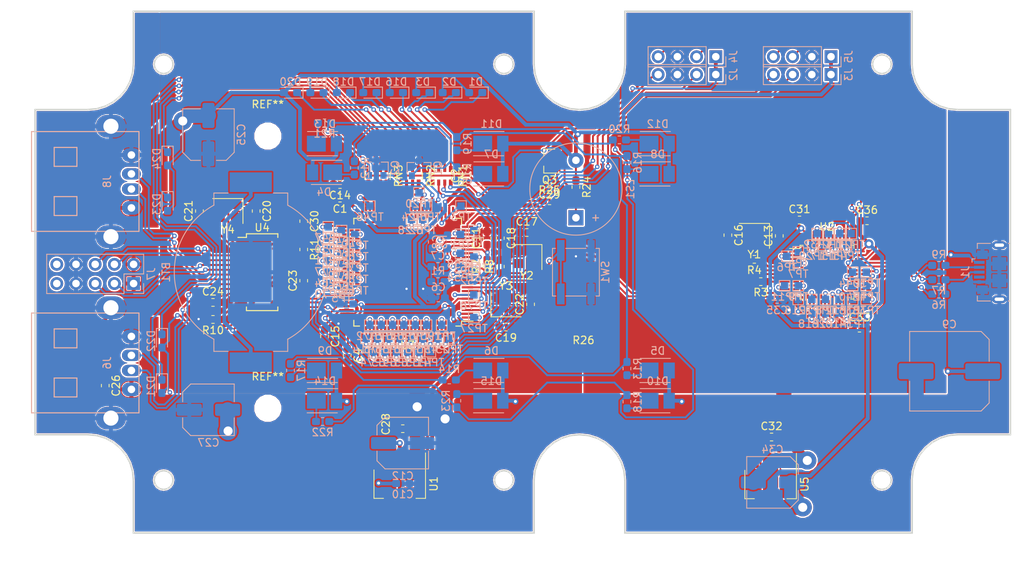
<source format=kicad_pcb>
(kicad_pcb (version 20171130) (host pcbnew "(5.0.1)")

  (general
    (thickness 1.6)
    (drawings 369)
    (tracks 1448)
    (zones 0)
    (modules 193)
    (nets 181)
  )

  (page A4)
  (layers
    (0 F.Cu signal)
    (31 B.Cu signal)
    (32 B.Adhes user hide)
    (33 F.Adhes user hide)
    (34 B.Paste user)
    (35 F.Paste user)
    (36 B.SilkS user)
    (37 F.SilkS user)
    (38 B.Mask user)
    (39 F.Mask user)
    (40 Dwgs.User user)
    (41 Cmts.User user)
    (42 Eco1.User user)
    (43 Eco2.User user)
    (44 Edge.Cuts user)
    (45 Margin user)
    (46 B.CrtYd user)
    (47 F.CrtYd user)
    (48 B.Fab user hide)
    (49 F.Fab user hide)
  )

  (setup
    (last_trace_width 2)
    (user_trace_width 0.1)
    (user_trace_width 0.15)
    (user_trace_width 0.2)
    (user_trace_width 0.3)
    (user_trace_width 0.5)
    (user_trace_width 0.8)
    (user_trace_width 1.2)
    (user_trace_width 2)
    (trace_clearance 0.2)
    (zone_clearance 0.1)
    (zone_45_only no)
    (trace_min 0.1)
    (segment_width 0.2)
    (edge_width 0.15)
    (via_size 0.6)
    (via_drill 0.3)
    (via_min_size 0.4)
    (via_min_drill 0.3)
    (user_via 0.6 0.3)
    (user_via 0.8 0.4)
    (user_via 1.2 0.6)
    (user_via 1.6 0.8)
    (user_via 2.4 1.2)
    (user_via 3 1.5)
    (user_via 3.5 2)
    (uvia_size 0.3)
    (uvia_drill 0.1)
    (uvias_allowed no)
    (uvia_min_size 0.2)
    (uvia_min_drill 0.1)
    (pcb_text_width 0.3)
    (pcb_text_size 1.5 1.5)
    (mod_edge_width 0.15)
    (mod_text_size 1 1)
    (mod_text_width 0.15)
    (pad_size 1.524 1.524)
    (pad_drill 0.762)
    (pad_to_mask_clearance 0.051)
    (solder_mask_min_width 0.25)
    (aux_axis_origin 0 0)
    (visible_elements FFFFFF7F)
    (pcbplotparams
      (layerselection 0x010fc_ffffffff)
      (usegerberextensions false)
      (usegerberattributes false)
      (usegerberadvancedattributes false)
      (creategerberjobfile false)
      (excludeedgelayer true)
      (linewidth 0.100000)
      (plotframeref false)
      (viasonmask false)
      (mode 1)
      (useauxorigin false)
      (hpglpennumber 1)
      (hpglpenspeed 20)
      (hpglpendiameter 15.000000)
      (psnegative false)
      (psa4output false)
      (plotreference true)
      (plotvalue true)
      (plotinvisibletext false)
      (padsonsilk false)
      (subtractmaskfromsilk false)
      (outputformat 1)
      (mirror false)
      (drillshape 1)
      (scaleselection 1)
      (outputdirectory ""))
  )

  (net 0 "")
  (net 1 GND)
  (net 2 "Net-(BT1-Pad1)")
  (net 3 +3V3)
  (net 4 VSSA)
  (net 5 VDDA)
  (net 6 VBUS)
  (net 7 "Net-(C13-Pad2)")
  (net 8 "Net-(C14-Pad1)")
  (net 9 "Net-(C15-Pad1)")
  (net 10 "Net-(C16-Pad2)")
  (net 11 "Net-(C17-Pad2)")
  (net 12 "Net-(C18-Pad2)")
  (net 13 "Net-(C19-Pad2)")
  (net 14 "Net-(C20-Pad1)")
  (net 15 "Net-(C21-Pad1)")
  (net 16 "Net-(C22-Pad2)")
  (net 17 /3V3_HUB)
  (net 18 "Net-(C24-Pad2)")
  (net 19 "Net-(C29-Pad1)")
  (net 20 /LED0)
  (net 21 /LED1)
  (net 22 /LED2)
  (net 23 "Net-(D4-Pad1)")
  (net 24 "Net-(D10-Pad1)")
  (net 25 /LED3)
  (net 26 /LED4)
  (net 27 /LED5)
  (net 28 /LED6)
  (net 29 /LED7)
  (net 30 /LED8)
  (net 31 /LED9)
  (net 32 /LED10)
  (net 33 /LED11)
  (net 34 "Net-(J1-Pad2)")
  (net 35 "Net-(J1-Pad4)")
  (net 36 "Net-(J1-Pad3)")
  (net 37 /SWCLKH)
  (net 38 /SWDIOH)
  (net 39 /DBGH_TX)
  (net 40 /DBGH_RX)
  (net 41 /SWDIOD)
  (net 42 /SWCLKD)
  (net 43 /DBGD_RX)
  (net 44 /DBGD_TX)
  (net 45 "Net-(J6-Pad2)")
  (net 46 "Net-(J6-Pad3)")
  (net 47 "Net-(J7-Pad3)")
  (net 48 "Net-(J7-Pad4)")
  (net 49 "Net-(J7-Pad5)")
  (net 50 "Net-(J7-Pad6)")
  (net 51 "Net-(J7-Pad9)")
  (net 52 "Net-(J7-Pad10)")
  (net 53 "Net-(J8-Pad3)")
  (net 54 "Net-(J8-Pad2)")
  (net 55 "Net-(LS1-Pad1)")
  (net 56 /ALARM_LED_BLUE)
  (net 57 /ALARM_LED_PINK)
  (net 58 "Net-(R2-Pad1)")
  (net 59 "Net-(R3-Pad2)")
  (net 60 +3.3VA)
  (net 61 "Net-(R5-Pad1)")
  (net 62 /USBD_DP)
  (net 63 /USBD_DM)
  (net 64 "Net-(R10-Pad1)")
  (net 65 /HUB_NRST)
  (net 66 /PIEZO_OUT)
  (net 67 "Net-(SW1-Pad2)")
  (net 68 "Net-(TP1-Pad1)")
  (net 69 "Net-(TP2-Pad1)")
  (net 70 "Net-(TP3-Pad1)")
  (net 71 "Net-(TP4-Pad1)")
  (net 72 "Net-(TP5-Pad1)")
  (net 73 "Net-(TP6-Pad1)")
  (net 74 "Net-(TP7-Pad1)")
  (net 75 "Net-(TP8-Pad1)")
  (net 76 "Net-(TP9-Pad1)")
  (net 77 "Net-(TP10-Pad1)")
  (net 78 "Net-(TP11-Pad1)")
  (net 79 "Net-(TP12-Pad1)")
  (net 80 "Net-(TP13-Pad1)")
  (net 81 "Net-(TP14-Pad1)")
  (net 82 "Net-(TP15-Pad1)")
  (net 83 "Net-(TP16-Pad1)")
  (net 84 "Net-(TP17-Pad1)")
  (net 85 "Net-(TP18-Pad1)")
  (net 86 "Net-(TP19-Pad1)")
  (net 87 "Net-(TP20-Pad1)")
  (net 88 "Net-(TP21-Pad1)")
  (net 89 "Net-(TP22-Pad1)")
  (net 90 "Net-(TP23-Pad1)")
  (net 91 "Net-(TP24-Pad1)")
  (net 92 "Net-(TP25-Pad1)")
  (net 93 "Net-(TP26-Pad1)")
  (net 94 "Net-(TP27-Pad1)")
  (net 95 "Net-(TP28-Pad1)")
  (net 96 "Net-(TP29-Pad1)")
  (net 97 "Net-(TP30-Pad1)")
  (net 98 "Net-(TP31-Pad1)")
  (net 99 "Net-(TP32-Pad1)")
  (net 100 "Net-(TP33-Pad1)")
  (net 101 "Net-(TP34-Pad1)")
  (net 102 "Net-(TP35-Pad1)")
  (net 103 "Net-(TP36-Pad1)")
  (net 104 "Net-(TP37-Pad1)")
  (net 105 "Net-(TP38-Pad1)")
  (net 106 "Net-(TP39-Pad1)")
  (net 107 "Net-(TP40-Pad1)")
  (net 108 "Net-(TP41-Pad1)")
  (net 109 "Net-(TP42-Pad1)")
  (net 110 "Net-(TP43-Pad1)")
  (net 111 "Net-(TP44-Pad1)")
  (net 112 "Net-(TP45-Pad1)")
  (net 113 "Net-(TP46-Pad1)")
  (net 114 "Net-(TP47-Pad1)")
  (net 115 "Net-(TP48-Pad1)")
  (net 116 "Net-(TP49-Pad1)")
  (net 117 "Net-(TP50-Pad1)")
  (net 118 "Net-(TP51-Pad1)")
  (net 119 "Net-(TP52-Pad1)")
  (net 120 "Net-(TP53-Pad1)")
  (net 121 "Net-(TP54-Pad1)")
  (net 122 "Net-(TP55-Pad1)")
  (net 123 "Net-(TP56-Pad1)")
  (net 124 "Net-(TP57-Pad1)")
  (net 125 "Net-(TP58-Pad1)")
  (net 126 "Net-(TP59-Pad1)")
  (net 127 "Net-(TP60-Pad1)")
  (net 128 "Net-(TP61-Pad1)")
  (net 129 "Net-(TP62-Pad1)")
  (net 130 "Net-(TP63-Pad1)")
  (net 131 "Net-(TP64-Pad1)")
  (net 132 "Net-(TP65-Pad1)")
  (net 133 "Net-(TP66-Pad1)")
  (net 134 "Net-(TP67-Pad1)")
  (net 135 "Net-(TP68-Pad1)")
  (net 136 "Net-(TP69-Pad1)")
  (net 137 "Net-(TP70-Pad1)")
  (net 138 "Net-(TP71-Pad1)")
  (net 139 "Net-(TP72-Pad1)")
  (net 140 "Net-(TP73-Pad1)")
  (net 141 "Net-(TP74-Pad1)")
  (net 142 "Net-(TP75-Pad1)")
  (net 143 "Net-(TP76-Pad1)")
  (net 144 "Net-(TP77-Pad1)")
  (net 145 "Net-(TP78-Pad1)")
  (net 146 "Net-(TP79-Pad1)")
  (net 147 "Net-(TP80-Pad1)")
  (net 148 GNDA)
  (net 149 /SECURE_IF_F4RX)
  (net 150 /SECURE_IF_F4TX)
  (net 151 /USBH_DM)
  (net 152 /USBH_DP)
  (net 153 "Net-(U4-Pad22)")
  (net 154 "Net-(U4-Pad23)")
  (net 155 "Net-(U4-Pad24)")
  (net 156 "Net-(U4-Pad25)")
  (net 157 "Net-(D1-Pad1)")
  (net 158 "Net-(D2-Pad1)")
  (net 159 "Net-(D3-Pad1)")
  (net 160 "Net-(D16-Pad1)")
  (net 161 "Net-(D17-Pad1)")
  (net 162 "Net-(D18-Pad1)")
  (net 163 "Net-(D19-Pad1)")
  (net 164 "Net-(D20-Pad1)")
  (net 165 "Net-(D21-Pad1)")
  (net 166 "Net-(D22-Pad1)")
  (net 167 "Net-(D23-Pad1)")
  (net 168 "Net-(D24-Pad1)")
  (net 169 "Net-(D5-Pad1)")
  (net 170 "Net-(D6-Pad1)")
  (net 171 "Net-(D7-Pad1)")
  (net 172 "Net-(D8-Pad1)")
  (net 173 "Net-(D9-Pad1)")
  (net 174 "Net-(D11-Pad1)")
  (net 175 "Net-(D12-Pad1)")
  (net 176 "Net-(D13-Pad1)")
  (net 177 "Net-(D14-Pad1)")
  (net 178 "Net-(D15-Pad1)")
  (net 179 "Net-(Q1-Pad2)")
  (net 180 "Net-(Q2-Pad2)")

  (net_class Default "This is the default net class."
    (clearance 0.2)
    (trace_width 0.25)
    (via_dia 0.6)
    (via_drill 0.3)
    (uvia_dia 0.3)
    (uvia_drill 0.1)
    (add_net +3.3VA)
    (add_net +3V3)
    (add_net /3V3_HUB)
    (add_net /ALARM_LED_BLUE)
    (add_net /ALARM_LED_PINK)
    (add_net /DBGD_RX)
    (add_net /DBGD_TX)
    (add_net /DBGH_RX)
    (add_net /DBGH_TX)
    (add_net /HUB_NRST)
    (add_net /LED0)
    (add_net /LED1)
    (add_net /LED10)
    (add_net /LED11)
    (add_net /LED2)
    (add_net /LED3)
    (add_net /LED4)
    (add_net /LED5)
    (add_net /LED6)
    (add_net /LED7)
    (add_net /LED8)
    (add_net /LED9)
    (add_net /PIEZO_OUT)
    (add_net /SECURE_IF_F4RX)
    (add_net /SECURE_IF_F4TX)
    (add_net /SWCLKD)
    (add_net /SWCLKH)
    (add_net /SWDIOD)
    (add_net /SWDIOH)
    (add_net /USBD_DM)
    (add_net /USBD_DP)
    (add_net /USBH_DM)
    (add_net /USBH_DP)
    (add_net GND)
    (add_net GNDA)
    (add_net "Net-(BT1-Pad1)")
    (add_net "Net-(C13-Pad2)")
    (add_net "Net-(C14-Pad1)")
    (add_net "Net-(C15-Pad1)")
    (add_net "Net-(C16-Pad2)")
    (add_net "Net-(C17-Pad2)")
    (add_net "Net-(C18-Pad2)")
    (add_net "Net-(C19-Pad2)")
    (add_net "Net-(C20-Pad1)")
    (add_net "Net-(C21-Pad1)")
    (add_net "Net-(C22-Pad2)")
    (add_net "Net-(C24-Pad2)")
    (add_net "Net-(C29-Pad1)")
    (add_net "Net-(D1-Pad1)")
    (add_net "Net-(D10-Pad1)")
    (add_net "Net-(D11-Pad1)")
    (add_net "Net-(D12-Pad1)")
    (add_net "Net-(D13-Pad1)")
    (add_net "Net-(D14-Pad1)")
    (add_net "Net-(D15-Pad1)")
    (add_net "Net-(D16-Pad1)")
    (add_net "Net-(D17-Pad1)")
    (add_net "Net-(D18-Pad1)")
    (add_net "Net-(D19-Pad1)")
    (add_net "Net-(D2-Pad1)")
    (add_net "Net-(D20-Pad1)")
    (add_net "Net-(D21-Pad1)")
    (add_net "Net-(D22-Pad1)")
    (add_net "Net-(D23-Pad1)")
    (add_net "Net-(D24-Pad1)")
    (add_net "Net-(D3-Pad1)")
    (add_net "Net-(D4-Pad1)")
    (add_net "Net-(D5-Pad1)")
    (add_net "Net-(D6-Pad1)")
    (add_net "Net-(D7-Pad1)")
    (add_net "Net-(D8-Pad1)")
    (add_net "Net-(D9-Pad1)")
    (add_net "Net-(J1-Pad2)")
    (add_net "Net-(J1-Pad3)")
    (add_net "Net-(J1-Pad4)")
    (add_net "Net-(J6-Pad2)")
    (add_net "Net-(J6-Pad3)")
    (add_net "Net-(J7-Pad10)")
    (add_net "Net-(J7-Pad3)")
    (add_net "Net-(J7-Pad4)")
    (add_net "Net-(J7-Pad5)")
    (add_net "Net-(J7-Pad6)")
    (add_net "Net-(J7-Pad9)")
    (add_net "Net-(J8-Pad2)")
    (add_net "Net-(J8-Pad3)")
    (add_net "Net-(LS1-Pad1)")
    (add_net "Net-(Q1-Pad2)")
    (add_net "Net-(Q2-Pad2)")
    (add_net "Net-(R10-Pad1)")
    (add_net "Net-(R2-Pad1)")
    (add_net "Net-(R3-Pad2)")
    (add_net "Net-(R5-Pad1)")
    (add_net "Net-(SW1-Pad2)")
    (add_net "Net-(TP1-Pad1)")
    (add_net "Net-(TP10-Pad1)")
    (add_net "Net-(TP11-Pad1)")
    (add_net "Net-(TP12-Pad1)")
    (add_net "Net-(TP13-Pad1)")
    (add_net "Net-(TP14-Pad1)")
    (add_net "Net-(TP15-Pad1)")
    (add_net "Net-(TP16-Pad1)")
    (add_net "Net-(TP17-Pad1)")
    (add_net "Net-(TP18-Pad1)")
    (add_net "Net-(TP19-Pad1)")
    (add_net "Net-(TP2-Pad1)")
    (add_net "Net-(TP20-Pad1)")
    (add_net "Net-(TP21-Pad1)")
    (add_net "Net-(TP22-Pad1)")
    (add_net "Net-(TP23-Pad1)")
    (add_net "Net-(TP24-Pad1)")
    (add_net "Net-(TP25-Pad1)")
    (add_net "Net-(TP26-Pad1)")
    (add_net "Net-(TP27-Pad1)")
    (add_net "Net-(TP28-Pad1)")
    (add_net "Net-(TP29-Pad1)")
    (add_net "Net-(TP3-Pad1)")
    (add_net "Net-(TP30-Pad1)")
    (add_net "Net-(TP31-Pad1)")
    (add_net "Net-(TP32-Pad1)")
    (add_net "Net-(TP33-Pad1)")
    (add_net "Net-(TP34-Pad1)")
    (add_net "Net-(TP35-Pad1)")
    (add_net "Net-(TP36-Pad1)")
    (add_net "Net-(TP37-Pad1)")
    (add_net "Net-(TP38-Pad1)")
    (add_net "Net-(TP39-Pad1)")
    (add_net "Net-(TP4-Pad1)")
    (add_net "Net-(TP40-Pad1)")
    (add_net "Net-(TP41-Pad1)")
    (add_net "Net-(TP42-Pad1)")
    (add_net "Net-(TP43-Pad1)")
    (add_net "Net-(TP44-Pad1)")
    (add_net "Net-(TP45-Pad1)")
    (add_net "Net-(TP46-Pad1)")
    (add_net "Net-(TP47-Pad1)")
    (add_net "Net-(TP48-Pad1)")
    (add_net "Net-(TP49-Pad1)")
    (add_net "Net-(TP5-Pad1)")
    (add_net "Net-(TP50-Pad1)")
    (add_net "Net-(TP51-Pad1)")
    (add_net "Net-(TP52-Pad1)")
    (add_net "Net-(TP53-Pad1)")
    (add_net "Net-(TP54-Pad1)")
    (add_net "Net-(TP55-Pad1)")
    (add_net "Net-(TP56-Pad1)")
    (add_net "Net-(TP57-Pad1)")
    (add_net "Net-(TP58-Pad1)")
    (add_net "Net-(TP59-Pad1)")
    (add_net "Net-(TP6-Pad1)")
    (add_net "Net-(TP60-Pad1)")
    (add_net "Net-(TP61-Pad1)")
    (add_net "Net-(TP62-Pad1)")
    (add_net "Net-(TP63-Pad1)")
    (add_net "Net-(TP64-Pad1)")
    (add_net "Net-(TP65-Pad1)")
    (add_net "Net-(TP66-Pad1)")
    (add_net "Net-(TP67-Pad1)")
    (add_net "Net-(TP68-Pad1)")
    (add_net "Net-(TP69-Pad1)")
    (add_net "Net-(TP7-Pad1)")
    (add_net "Net-(TP70-Pad1)")
    (add_net "Net-(TP71-Pad1)")
    (add_net "Net-(TP72-Pad1)")
    (add_net "Net-(TP73-Pad1)")
    (add_net "Net-(TP74-Pad1)")
    (add_net "Net-(TP75-Pad1)")
    (add_net "Net-(TP76-Pad1)")
    (add_net "Net-(TP77-Pad1)")
    (add_net "Net-(TP78-Pad1)")
    (add_net "Net-(TP79-Pad1)")
    (add_net "Net-(TP8-Pad1)")
    (add_net "Net-(TP80-Pad1)")
    (add_net "Net-(TP9-Pad1)")
    (add_net "Net-(U4-Pad22)")
    (add_net "Net-(U4-Pad23)")
    (add_net "Net-(U4-Pad24)")
    (add_net "Net-(U4-Pad25)")
    (add_net VBUS)
    (add_net VDDA)
    (add_net VSSA)
  )

  (module Resistor_SMD:R_0603_1608Metric_Pad1.05x0.95mm_HandSolder (layer B.Cu) (tedit 5B301BBD) (tstamp 5C23E93D)
    (at 89.25 95.25 180)
    (descr "Resistor SMD 0603 (1608 Metric), square (rectangular) end terminal, IPC_7351 nominal with elongated pad for handsoldering. (Body size source: http://www.tortai-tech.com/upload/download/2011102023233369053.pdf), generated with kicad-footprint-generator")
    (tags "resistor handsolder")
    (path /5C25EC8A)
    (attr smd)
    (fp_text reference R14 (at 0 1.43 180) (layer B.SilkS)
      (effects (font (size 1 1) (thickness 0.15)) (justify mirror))
    )
    (fp_text value 100 (at 0 -1.43 180) (layer B.Fab)
      (effects (font (size 1 1) (thickness 0.15)) (justify mirror))
    )
    (fp_line (start -0.8 -0.4) (end -0.8 0.4) (layer B.Fab) (width 0.1))
    (fp_line (start -0.8 0.4) (end 0.8 0.4) (layer B.Fab) (width 0.1))
    (fp_line (start 0.8 0.4) (end 0.8 -0.4) (layer B.Fab) (width 0.1))
    (fp_line (start 0.8 -0.4) (end -0.8 -0.4) (layer B.Fab) (width 0.1))
    (fp_line (start -0.171267 0.51) (end 0.171267 0.51) (layer B.SilkS) (width 0.12))
    (fp_line (start -0.171267 -0.51) (end 0.171267 -0.51) (layer B.SilkS) (width 0.12))
    (fp_line (start -1.65 -0.73) (end -1.65 0.73) (layer B.CrtYd) (width 0.05))
    (fp_line (start -1.65 0.73) (end 1.65 0.73) (layer B.CrtYd) (width 0.05))
    (fp_line (start 1.65 0.73) (end 1.65 -0.73) (layer B.CrtYd) (width 0.05))
    (fp_line (start 1.65 -0.73) (end -1.65 -0.73) (layer B.CrtYd) (width 0.05))
    (fp_text user %R (at 0 0 180) (layer B.Fab)
      (effects (font (size 0.4 0.4) (thickness 0.06)) (justify mirror))
    )
    (pad 1 smd roundrect (at -0.875 0 180) (size 1.05 0.95) (layers B.Cu B.Paste B.Mask) (roundrect_rratio 0.25)
      (net 170 "Net-(D6-Pad1)"))
    (pad 2 smd roundrect (at 0.875 0 180) (size 1.05 0.95) (layers B.Cu B.Paste B.Mask) (roundrect_rratio 0.25)
      (net 179 "Net-(Q1-Pad2)"))
    (model ${KISYS3DMOD}/Resistor_SMD.3dshapes/R_0603_1608Metric.wrl
      (at (xyz 0 0 0))
      (scale (xyz 1 1 1))
      (rotate (xyz 0 0 0))
    )
  )

  (module footprints:USB_A_FEMALE_THT (layer B.Cu) (tedit 5BF3A730) (tstamp 5C233C66)
    (at 44.5 69 90)
    (path /5C01D6A6)
    (fp_text reference J8 (at 0 -0.5 90) (layer B.SilkS)
      (effects (font (size 1 1) (thickness 0.15)) (justify mirror))
    )
    (fp_text value USB_A (at 0 0.5 90) (layer B.Fab)
      (effects (font (size 1 1) (thickness 0.15)) (justify mirror))
    )
    (fp_line (start 2 -4.5) (end 2 -7.5) (layer B.SilkS) (width 0.15))
    (fp_line (start 4.5 -7.5) (end 4.5 -4.5) (layer B.SilkS) (width 0.15))
    (fp_line (start 4.5 -4.5) (end 2 -4.5) (layer B.SilkS) (width 0.15))
    (fp_line (start 2 -7.5) (end 4.5 -7.5) (layer B.SilkS) (width 0.15))
    (fp_line (start -2 -4.5) (end -4.5 -4.5) (layer B.SilkS) (width 0.15))
    (fp_line (start -2 -7.5) (end -2 -4.5) (layer B.SilkS) (width 0.15))
    (fp_line (start -4.5 -7.5) (end -2 -7.5) (layer B.SilkS) (width 0.15))
    (fp_line (start -4.5 -4.5) (end -4.5 -7.5) (layer B.SilkS) (width 0.15))
    (fp_line (start -6.6 -10.5) (end 6.6 -10.5) (layer B.SilkS) (width 0.15))
    (fp_line (start 6.6 3.71) (end 6.6 -10.5) (layer B.SilkS) (width 0.15))
    (fp_line (start -6.6 3.71) (end -6.6 -10.5) (layer B.SilkS) (width 0.15))
    (fp_line (start -6.6 3.71) (end 6.6 3.71) (layer B.SilkS) (width 0.15))
    (pad 5 thru_hole oval (at -7.3 0 90) (size 3 4) (drill 2) (layers *.Cu *.Mask)
      (net 1 GND))
    (pad 5 thru_hole oval (at 7.3 0 90) (size 3 4) (drill 2) (layers *.Cu *.Mask)
      (net 1 GND))
    (pad 1 thru_hole oval (at -3.5 2.71 90) (size 1.8 2.5) (drill 1) (layers *.Cu *.Mask)
      (net 6 VBUS))
    (pad 4 thru_hole oval (at 3.5 2.71 90) (size 1.8 2.5) (drill 1) (layers *.Cu *.Mask)
      (net 1 GND))
    (pad 3 thru_hole oval (at 1 2.71 90) (size 1.5 2.5) (drill 1) (layers *.Cu *.Mask)
      (net 53 "Net-(J8-Pad3)"))
    (pad 2 thru_hole oval (at -1 2.71 90) (size 1.5 2.5) (drill 1) (layers *.Cu *.Mask)
      (net 54 "Net-(J8-Pad2)"))
  )

  (module Capacitor_SMD:C_Elec_10x10.2 (layer B.Cu) (tedit 5BC8D926) (tstamp 5C23840D)
    (at 155.4 94.1 180)
    (descr "SMD capacitor, aluminum electrolytic nonpolar, 10.0x10.2mm")
    (tags "capacitor electrolyic nonpolar")
    (path /5BEF69F7)
    (attr smd)
    (fp_text reference C9 (at 0 6.2 180) (layer B.SilkS)
      (effects (font (size 1 1) (thickness 0.15)) (justify mirror))
    )
    (fp_text value 220u (at 0 -6.2 180) (layer B.Fab)
      (effects (font (size 1 1) (thickness 0.15)) (justify mirror))
    )
    (fp_circle (center 0 0) (end 5 0) (layer B.Fab) (width 0.1))
    (fp_line (start 5.15 5.15) (end 5.15 -5.15) (layer B.Fab) (width 0.1))
    (fp_line (start -4.15 5.15) (end 5.15 5.15) (layer B.Fab) (width 0.1))
    (fp_line (start -4.15 -5.15) (end 5.15 -5.15) (layer B.Fab) (width 0.1))
    (fp_line (start -5.15 4.15) (end -5.15 -4.15) (layer B.Fab) (width 0.1))
    (fp_line (start -5.15 4.15) (end -4.15 5.15) (layer B.Fab) (width 0.1))
    (fp_line (start -5.15 -4.15) (end -4.15 -5.15) (layer B.Fab) (width 0.1))
    (fp_line (start 5.26 -5.26) (end 5.26 -1.31) (layer B.SilkS) (width 0.12))
    (fp_line (start 5.26 5.26) (end 5.26 1.31) (layer B.SilkS) (width 0.12))
    (fp_line (start -4.195563 5.26) (end 5.26 5.26) (layer B.SilkS) (width 0.12))
    (fp_line (start -4.195563 -5.26) (end 5.26 -5.26) (layer B.SilkS) (width 0.12))
    (fp_line (start -5.26 -4.195563) (end -5.26 -1.31) (layer B.SilkS) (width 0.12))
    (fp_line (start -5.26 4.195563) (end -5.26 1.31) (layer B.SilkS) (width 0.12))
    (fp_line (start -5.26 4.195563) (end -4.195563 5.26) (layer B.SilkS) (width 0.12))
    (fp_line (start -5.26 -4.195563) (end -4.195563 -5.26) (layer B.SilkS) (width 0.12))
    (fp_line (start 5.4 5.4) (end 5.4 1.3) (layer B.CrtYd) (width 0.05))
    (fp_line (start 5.4 1.3) (end 6.95 1.3) (layer B.CrtYd) (width 0.05))
    (fp_line (start 6.95 1.3) (end 6.95 -1.3) (layer B.CrtYd) (width 0.05))
    (fp_line (start 6.95 -1.3) (end 5.4 -1.3) (layer B.CrtYd) (width 0.05))
    (fp_line (start 5.4 -1.3) (end 5.4 -5.4) (layer B.CrtYd) (width 0.05))
    (fp_line (start -4.25 -5.4) (end 5.4 -5.4) (layer B.CrtYd) (width 0.05))
    (fp_line (start -4.25 5.4) (end 5.4 5.4) (layer B.CrtYd) (width 0.05))
    (fp_line (start -5.4 -4.25) (end -4.25 -5.4) (layer B.CrtYd) (width 0.05))
    (fp_line (start -5.4 4.25) (end -4.25 5.4) (layer B.CrtYd) (width 0.05))
    (fp_line (start -5.4 4.25) (end -5.4 1.3) (layer B.CrtYd) (width 0.05))
    (fp_line (start -5.4 -1.3) (end -5.4 -4.25) (layer B.CrtYd) (width 0.05))
    (fp_line (start -5.4 1.3) (end -6.95 1.3) (layer B.CrtYd) (width 0.05))
    (fp_line (start -6.95 1.3) (end -6.95 -1.3) (layer B.CrtYd) (width 0.05))
    (fp_line (start -6.95 -1.3) (end -5.4 -1.3) (layer B.CrtYd) (width 0.05))
    (fp_text user %R (at 0 0 180) (layer B.Fab)
      (effects (font (size 1 1) (thickness 0.15)) (justify mirror))
    )
    (pad 1 smd roundrect (at -4.4 0 180) (size 4.6 2.1) (layers B.Cu B.Paste B.Mask) (roundrect_rratio 0.119048)
      (net 6 VBUS))
    (pad 2 smd roundrect (at 4.4 0 180) (size 4.6 2.1) (layers B.Cu B.Paste B.Mask) (roundrect_rratio 0.119048)
      (net 1 GND))
    (model ${KISYS3DMOD}/Capacitor_SMD.3dshapes/C_Elec_10x10.2.wrl
      (at (xyz 0 0 0))
      (scale (xyz 1 1 1))
      (rotate (xyz 0 0 0))
    )
  )

  (module TestPoint:TestPoint_Pad_1.0x1.0mm (layer B.Cu) (tedit 5A0F774F) (tstamp 5C0F0DA3)
    (at 90.8 72.25)
    (descr "SMD rectangular pad as test Point, square 1.0mm side length")
    (tags "test point SMD pad rectangle square")
    (path /5CBBAA24)
    (attr virtual)
    (fp_text reference TP3 (at 0 1.448) (layer B.SilkS)
      (effects (font (size 1 1) (thickness 0.15)) (justify mirror))
    )
    (fp_text value TestPoint_Alt (at 0 -1.55) (layer B.Fab)
      (effects (font (size 1 1) (thickness 0.15)) (justify mirror))
    )
    (fp_line (start 1 -1) (end -1 -1) (layer B.CrtYd) (width 0.05))
    (fp_line (start 1 -1) (end 1 1) (layer B.CrtYd) (width 0.05))
    (fp_line (start -1 1) (end -1 -1) (layer B.CrtYd) (width 0.05))
    (fp_line (start -1 1) (end 1 1) (layer B.CrtYd) (width 0.05))
    (fp_line (start -0.7 -0.7) (end -0.7 0.7) (layer B.SilkS) (width 0.12))
    (fp_line (start 0.7 -0.7) (end -0.7 -0.7) (layer B.SilkS) (width 0.12))
    (fp_line (start 0.7 0.7) (end 0.7 -0.7) (layer B.SilkS) (width 0.12))
    (fp_line (start -0.7 0.7) (end 0.7 0.7) (layer B.SilkS) (width 0.12))
    (fp_text user %R (at 0 1.45) (layer B.Fab)
      (effects (font (size 1 1) (thickness 0.15)) (justify mirror))
    )
    (pad 1 smd rect (at 0 0) (size 1 1) (layers B.Cu B.Mask)
      (net 70 "Net-(TP3-Pad1)"))
  )

  (module Mounting_Holes:MountingHole_3.2mm_M3 (layer F.Cu) (tedit 56D1B4CB) (tstamp 5C37660A)
    (at 65.25 63)
    (descr "Mounting Hole 3.2mm, no annular, M3")
    (tags "mounting hole 3.2mm no annular m3")
    (fp_text reference REF** (at 0 -4.2) (layer F.SilkS)
      (effects (font (size 1 1) (thickness 0.15)))
    )
    (fp_text value MountingHole_3.2mm_M3 (at 0 4.2) (layer F.Fab)
      (effects (font (size 1 1) (thickness 0.15)))
    )
    (fp_circle (center 0 0) (end 3.2 0) (layer Cmts.User) (width 0.15))
    (fp_circle (center 0 0) (end 3.45 0) (layer F.CrtYd) (width 0.05))
    (pad 1 np_thru_hole circle (at 0 0) (size 3.2 3.2) (drill 3.2) (layers *.Cu *.Mask))
  )

  (module TestPoint:TestPoint_Pad_1.0x1.0mm (layer B.Cu) (tedit 5A0F774F) (tstamp 5C0F4B3F)
    (at 73.25 75)
    (descr "SMD rectangular pad as test Point, square 1.0mm side length")
    (tags "test point SMD pad rectangle square")
    (path /5CC968FC)
    (attr virtual)
    (fp_text reference TP47 (at 0 1.448) (layer B.SilkS)
      (effects (font (size 1 1) (thickness 0.15)) (justify mirror))
    )
    (fp_text value TestPoint_Alt (at 0 -1.55) (layer B.Fab)
      (effects (font (size 1 1) (thickness 0.15)) (justify mirror))
    )
    (fp_line (start 1 -1) (end -1 -1) (layer B.CrtYd) (width 0.05))
    (fp_line (start 1 -1) (end 1 1) (layer B.CrtYd) (width 0.05))
    (fp_line (start -1 1) (end -1 -1) (layer B.CrtYd) (width 0.05))
    (fp_line (start -1 1) (end 1 1) (layer B.CrtYd) (width 0.05))
    (fp_line (start -0.7 -0.7) (end -0.7 0.7) (layer B.SilkS) (width 0.12))
    (fp_line (start 0.7 -0.7) (end -0.7 -0.7) (layer B.SilkS) (width 0.12))
    (fp_line (start 0.7 0.7) (end 0.7 -0.7) (layer B.SilkS) (width 0.12))
    (fp_line (start -0.7 0.7) (end 0.7 0.7) (layer B.SilkS) (width 0.12))
    (fp_text user %R (at 0 1.45) (layer B.Fab)
      (effects (font (size 1 1) (thickness 0.15)) (justify mirror))
    )
    (pad 1 smd rect (at 0 0) (size 1 1) (layers B.Cu B.Mask)
      (net 114 "Net-(TP47-Pad1)"))
  )

  (module Battery:BatteryHolder_MPD_BC2003_1x2032 (layer B.Cu) (tedit 5AED2918) (tstamp 5C23D070)
    (at 63 81 270)
    (descr http://www.memoryprotectiondevices.com/datasheets/BC-2003-datasheet.pdf)
    (tags "BC2003 CR2032 2032 Battery Holder")
    (path /5BF6C982)
    (attr smd)
    (fp_text reference BT1 (at 0 11.2 270) (layer B.SilkS)
      (effects (font (size 1 1) (thickness 0.15)) (justify mirror))
    )
    (fp_text value CR2032 (at 0 -11.2 270) (layer B.Fab)
      (effects (font (size 1 1) (thickness 0.15)) (justify mirror))
    )
    (fp_line (start -10.35 -4.765) (end 10.35 -4.765) (layer B.Fab) (width 0.1))
    (fp_line (start -10.35 4.765) (end 10.35 4.765) (layer B.Fab) (width 0.1))
    (fp_line (start -10.35 -4.765) (end -10.35 4.765) (layer B.Fab) (width 0.1))
    (fp_line (start 10.35 -4.765) (end 10.35 4.765) (layer B.Fab) (width 0.1))
    (fp_line (start 10.35 -2.525) (end 12 -2.525) (layer B.Fab) (width 0.1))
    (fp_line (start 10.35 2.525) (end 12 2.525) (layer B.Fab) (width 0.1))
    (fp_line (start 12.7 1.825) (end 12 2.525) (layer B.Fab) (width 0.1))
    (fp_line (start 12.7 -1.825) (end 12 -2.525) (layer B.Fab) (width 0.1))
    (fp_line (start 12.7 1.825) (end 12.7 -1.825) (layer B.Fab) (width 0.1))
    (fp_line (start -10.35 2.525) (end -12 2.525) (layer B.Fab) (width 0.1))
    (fp_line (start -10.35 -2.525) (end -12 -2.525) (layer B.Fab) (width 0.1))
    (fp_line (start -12.7 1.825) (end -12 2.525) (layer B.Fab) (width 0.1))
    (fp_line (start -12.7 -1.825) (end -12 -2.525) (layer B.Fab) (width 0.1))
    (fp_line (start -12.7 1.825) (end -12.7 -1.825) (layer B.Fab) (width 0.1))
    (fp_text user %R (at 0 0 270) (layer B.Fab)
      (effects (font (size 1 1) (thickness 0.15)) (justify mirror))
    )
    (fp_line (start -10.47 4.885) (end -8.86291 4.885) (layer B.SilkS) (width 0.12))
    (fp_line (start -10.47 3) (end -10.47 4.885) (layer B.SilkS) (width 0.12))
    (fp_line (start 10.47 3) (end 10.47 4.885) (layer B.SilkS) (width 0.12))
    (fp_line (start -10.47 -3) (end -10.47 -4.885) (layer B.SilkS) (width 0.12))
    (fp_line (start 10.47 -3) (end 10.47 -4.885) (layer B.SilkS) (width 0.12))
    (fp_line (start 10.47 4.885) (end 8.86291 4.885) (layer B.SilkS) (width 0.12))
    (fp_line (start -10.47 -4.885) (end -8.86291 -4.885) (layer B.SilkS) (width 0.12))
    (fp_line (start 10.47 -4.885) (end 8.86291 -4.885) (layer B.SilkS) (width 0.12))
    (fp_line (start 8.94 5.01) (end 10.6 5.01) (layer B.CrtYd) (width 0.05))
    (fp_line (start 10.6 5.01) (end 10.6 3.03) (layer B.CrtYd) (width 0.05))
    (fp_line (start 10.6 3.03) (end 13.45 3.03) (layer B.CrtYd) (width 0.05))
    (fp_line (start 13.45 3.03) (end 13.45 -3.03) (layer B.CrtYd) (width 0.05))
    (fp_line (start 10.6 -3.03) (end 13.45 -3.03) (layer B.CrtYd) (width 0.05))
    (fp_line (start 10.6 -5.01) (end 10.6 -3.03) (layer B.CrtYd) (width 0.05))
    (fp_arc (start 0 0) (end 8.94 5.01) (angle 121.4) (layer B.CrtYd) (width 0.05))
    (fp_line (start 8.94 -5.01) (end 10.6 -5.01) (layer B.CrtYd) (width 0.05))
    (fp_line (start -8.94 5.01) (end -10.6 5.01) (layer B.CrtYd) (width 0.05))
    (fp_line (start -10.6 5.01) (end -10.6 3.03) (layer B.CrtYd) (width 0.05))
    (fp_line (start -10.6 3.03) (end -13.45 3.03) (layer B.CrtYd) (width 0.05))
    (fp_line (start -13.45 3.03) (end -13.45 -3.03) (layer B.CrtYd) (width 0.05))
    (fp_line (start -13.45 -3.03) (end -10.6 -3.03) (layer B.CrtYd) (width 0.05))
    (fp_line (start -10.6 -5.01) (end -10.6 -3.03) (layer B.CrtYd) (width 0.05))
    (fp_line (start -10.6 -5.01) (end -8.94 -5.01) (layer B.CrtYd) (width 0.05))
    (fp_arc (start 0 0) (end -8.94 -5.01) (angle 121.3) (layer B.CrtYd) (width 0.05))
    (fp_arc (start 0 0) (end 8.86291 4.885) (angle 122.2752329) (layer B.SilkS) (width 0.12))
    (fp_arc (start 0 0) (end -8.86291 -4.885) (angle 122.3) (layer B.SilkS) (width 0.12))
    (pad 2 smd rect (at 0 0 270) (size 8 5.56) (layers B.Cu B.Paste B.Mask)
      (net 1 GND))
    (pad 1 smd rect (at 11.905 0 270) (size 2.6 5.56) (layers B.Cu B.Paste B.Mask)
      (net 2 "Net-(BT1-Pad1)"))
    (pad 1 smd rect (at -11.905 0 270) (size 2.6 5.56) (layers B.Cu B.Paste B.Mask)
      (net 2 "Net-(BT1-Pad1)"))
    (model ${KISYS3DMOD}/Battery.3dshapes/BatteryHolder_MPD_BC2003_1x2032.wrl
      (at (xyz 0 0 0))
      (scale (xyz 1 1 1))
      (rotate (xyz 0 0 0))
    )
  )

  (module Capacitor_SMD:C_0603_1608Metric_Pad1.05x0.95mm_HandSolder (layer F.Cu) (tedit 5B301BBE) (tstamp 5C0E9A35)
    (at 74.8 71.2 180)
    (descr "Capacitor SMD 0603 (1608 Metric), square (rectangular) end terminal, IPC_7351 nominal with elongated pad for handsoldering. (Body size source: http://www.tortai-tech.com/upload/download/2011102023233369053.pdf), generated with kicad-footprint-generator")
    (tags "capacitor handsolder")
    (path /5BF62211)
    (attr smd)
    (fp_text reference C1 (at 0 -1.43 180) (layer F.SilkS)
      (effects (font (size 1 1) (thickness 0.15)))
    )
    (fp_text value 100n (at 0 1.43 180) (layer F.Fab)
      (effects (font (size 1 1) (thickness 0.15)))
    )
    (fp_text user %R (at 0 0 180) (layer F.Fab)
      (effects (font (size 0.4 0.4) (thickness 0.06)))
    )
    (fp_line (start 1.65 0.73) (end -1.65 0.73) (layer F.CrtYd) (width 0.05))
    (fp_line (start 1.65 -0.73) (end 1.65 0.73) (layer F.CrtYd) (width 0.05))
    (fp_line (start -1.65 -0.73) (end 1.65 -0.73) (layer F.CrtYd) (width 0.05))
    (fp_line (start -1.65 0.73) (end -1.65 -0.73) (layer F.CrtYd) (width 0.05))
    (fp_line (start -0.171267 0.51) (end 0.171267 0.51) (layer F.SilkS) (width 0.12))
    (fp_line (start -0.171267 -0.51) (end 0.171267 -0.51) (layer F.SilkS) (width 0.12))
    (fp_line (start 0.8 0.4) (end -0.8 0.4) (layer F.Fab) (width 0.1))
    (fp_line (start 0.8 -0.4) (end 0.8 0.4) (layer F.Fab) (width 0.1))
    (fp_line (start -0.8 -0.4) (end 0.8 -0.4) (layer F.Fab) (width 0.1))
    (fp_line (start -0.8 0.4) (end -0.8 -0.4) (layer F.Fab) (width 0.1))
    (pad 2 smd roundrect (at 0.875 0 180) (size 1.05 0.95) (layers F.Cu F.Paste F.Mask) (roundrect_rratio 0.25)
      (net 1 GND))
    (pad 1 smd roundrect (at -0.875 0 180) (size 1.05 0.95) (layers F.Cu F.Paste F.Mask) (roundrect_rratio 0.25)
      (net 3 +3V3))
    (model ${KISYS3DMOD}/Capacitor_SMD.3dshapes/C_0603_1608Metric.wrl
      (at (xyz 0 0 0))
      (scale (xyz 1 1 1))
      (rotate (xyz 0 0 0))
    )
  )

  (module Capacitor_SMD:C_0603_1608Metric_Pad1.05x0.95mm_HandSolder (layer F.Cu) (tedit 5B301BBE) (tstamp 5C0F11CA)
    (at 91.5 68.25 90)
    (descr "Capacitor SMD 0603 (1608 Metric), square (rectangular) end terminal, IPC_7351 nominal with elongated pad for handsoldering. (Body size source: http://www.tortai-tech.com/upload/download/2011102023233369053.pdf), generated with kicad-footprint-generator")
    (tags "capacitor handsolder")
    (path /5BF6342B)
    (attr smd)
    (fp_text reference C2 (at 0 -1.43 90) (layer F.SilkS)
      (effects (font (size 1 1) (thickness 0.15)))
    )
    (fp_text value 100n (at 0 1.43 90) (layer F.Fab)
      (effects (font (size 1 1) (thickness 0.15)))
    )
    (fp_line (start -0.8 0.4) (end -0.8 -0.4) (layer F.Fab) (width 0.1))
    (fp_line (start -0.8 -0.4) (end 0.8 -0.4) (layer F.Fab) (width 0.1))
    (fp_line (start 0.8 -0.4) (end 0.8 0.4) (layer F.Fab) (width 0.1))
    (fp_line (start 0.8 0.4) (end -0.8 0.4) (layer F.Fab) (width 0.1))
    (fp_line (start -0.171267 -0.51) (end 0.171267 -0.51) (layer F.SilkS) (width 0.12))
    (fp_line (start -0.171267 0.51) (end 0.171267 0.51) (layer F.SilkS) (width 0.12))
    (fp_line (start -1.65 0.73) (end -1.65 -0.73) (layer F.CrtYd) (width 0.05))
    (fp_line (start -1.65 -0.73) (end 1.65 -0.73) (layer F.CrtYd) (width 0.05))
    (fp_line (start 1.65 -0.73) (end 1.65 0.73) (layer F.CrtYd) (width 0.05))
    (fp_line (start 1.65 0.73) (end -1.65 0.73) (layer F.CrtYd) (width 0.05))
    (fp_text user %R (at 0 0 90) (layer F.Fab)
      (effects (font (size 0.4 0.4) (thickness 0.06)))
    )
    (pad 1 smd roundrect (at -0.875 0 90) (size 1.05 0.95) (layers F.Cu F.Paste F.Mask) (roundrect_rratio 0.25)
      (net 3 +3V3))
    (pad 2 smd roundrect (at 0.875 0 90) (size 1.05 0.95) (layers F.Cu F.Paste F.Mask) (roundrect_rratio 0.25)
      (net 1 GND))
    (model ${KISYS3DMOD}/Capacitor_SMD.3dshapes/C_0603_1608Metric.wrl
      (at (xyz 0 0 0))
      (scale (xyz 1 1 1))
      (rotate (xyz 0 0 0))
    )
  )

  (module Capacitor_SMD:C_0603_1608Metric_Pad1.05x0.95mm_HandSolder (layer F.Cu) (tedit 5B301BBE) (tstamp 5C0E9A68)
    (at 75.75 92 270)
    (descr "Capacitor SMD 0603 (1608 Metric), square (rectangular) end terminal, IPC_7351 nominal with elongated pad for handsoldering. (Body size source: http://www.tortai-tech.com/upload/download/2011102023233369053.pdf), generated with kicad-footprint-generator")
    (tags "capacitor handsolder")
    (path /5BF6483B)
    (attr smd)
    (fp_text reference C4 (at 0 -1.43 270) (layer F.SilkS)
      (effects (font (size 1 1) (thickness 0.15)))
    )
    (fp_text value 100n (at 0 1.43 270) (layer F.Fab)
      (effects (font (size 1 1) (thickness 0.15)))
    )
    (fp_text user %R (at 0 0 270) (layer F.Fab)
      (effects (font (size 0.4 0.4) (thickness 0.06)))
    )
    (fp_line (start 1.65 0.73) (end -1.65 0.73) (layer F.CrtYd) (width 0.05))
    (fp_line (start 1.65 -0.73) (end 1.65 0.73) (layer F.CrtYd) (width 0.05))
    (fp_line (start -1.65 -0.73) (end 1.65 -0.73) (layer F.CrtYd) (width 0.05))
    (fp_line (start -1.65 0.73) (end -1.65 -0.73) (layer F.CrtYd) (width 0.05))
    (fp_line (start -0.171267 0.51) (end 0.171267 0.51) (layer F.SilkS) (width 0.12))
    (fp_line (start -0.171267 -0.51) (end 0.171267 -0.51) (layer F.SilkS) (width 0.12))
    (fp_line (start 0.8 0.4) (end -0.8 0.4) (layer F.Fab) (width 0.1))
    (fp_line (start 0.8 -0.4) (end 0.8 0.4) (layer F.Fab) (width 0.1))
    (fp_line (start -0.8 -0.4) (end 0.8 -0.4) (layer F.Fab) (width 0.1))
    (fp_line (start -0.8 0.4) (end -0.8 -0.4) (layer F.Fab) (width 0.1))
    (pad 2 smd roundrect (at 0.875 0 270) (size 1.05 0.95) (layers F.Cu F.Paste F.Mask) (roundrect_rratio 0.25)
      (net 1 GND))
    (pad 1 smd roundrect (at -0.875 0 270) (size 1.05 0.95) (layers F.Cu F.Paste F.Mask) (roundrect_rratio 0.25)
      (net 3 +3V3))
    (model ${KISYS3DMOD}/Capacitor_SMD.3dshapes/C_0603_1608Metric.wrl
      (at (xyz 0 0 0))
      (scale (xyz 1 1 1))
      (rotate (xyz 0 0 0))
    )
  )

  (module Capacitor_SMD:C_0603_1608Metric_Pad1.05x0.95mm_HandSolder (layer B.Cu) (tedit 5B301BBE) (tstamp 5C0E9A79)
    (at 75.675 85.2 180)
    (descr "Capacitor SMD 0603 (1608 Metric), square (rectangular) end terminal, IPC_7351 nominal with elongated pad for handsoldering. (Body size source: http://www.tortai-tech.com/upload/download/2011102023233369053.pdf), generated with kicad-footprint-generator")
    (tags "capacitor handsolder")
    (path /5BF65555)
    (attr smd)
    (fp_text reference C5 (at 0 1.43 180) (layer B.SilkS)
      (effects (font (size 1 1) (thickness 0.15)) (justify mirror))
    )
    (fp_text value 100n (at 0 -1.43 180) (layer B.Fab)
      (effects (font (size 1 1) (thickness 0.15)) (justify mirror))
    )
    (fp_text user %R (at 0 0 180) (layer B.Fab)
      (effects (font (size 0.4 0.4) (thickness 0.06)) (justify mirror))
    )
    (fp_line (start 1.65 -0.73) (end -1.65 -0.73) (layer B.CrtYd) (width 0.05))
    (fp_line (start 1.65 0.73) (end 1.65 -0.73) (layer B.CrtYd) (width 0.05))
    (fp_line (start -1.65 0.73) (end 1.65 0.73) (layer B.CrtYd) (width 0.05))
    (fp_line (start -1.65 -0.73) (end -1.65 0.73) (layer B.CrtYd) (width 0.05))
    (fp_line (start -0.171267 -0.51) (end 0.171267 -0.51) (layer B.SilkS) (width 0.12))
    (fp_line (start -0.171267 0.51) (end 0.171267 0.51) (layer B.SilkS) (width 0.12))
    (fp_line (start 0.8 -0.4) (end -0.8 -0.4) (layer B.Fab) (width 0.1))
    (fp_line (start 0.8 0.4) (end 0.8 -0.4) (layer B.Fab) (width 0.1))
    (fp_line (start -0.8 0.4) (end 0.8 0.4) (layer B.Fab) (width 0.1))
    (fp_line (start -0.8 -0.4) (end -0.8 0.4) (layer B.Fab) (width 0.1))
    (pad 2 smd roundrect (at 0.875 0 180) (size 1.05 0.95) (layers B.Cu B.Paste B.Mask) (roundrect_rratio 0.25)
      (net 1 GND))
    (pad 1 smd roundrect (at -0.875 0 180) (size 1.05 0.95) (layers B.Cu B.Paste B.Mask) (roundrect_rratio 0.25)
      (net 3 +3V3))
    (model ${KISYS3DMOD}/Capacitor_SMD.3dshapes/C_0603_1608Metric.wrl
      (at (xyz 0 0 0))
      (scale (xyz 1 1 1))
      (rotate (xyz 0 0 0))
    )
  )

  (module Capacitor_SMD:C_0603_1608Metric_Pad1.05x0.95mm_HandSolder (layer B.Cu) (tedit 5B301BBE) (tstamp 5C0E9A8A)
    (at 87.8 84.4 180)
    (descr "Capacitor SMD 0603 (1608 Metric), square (rectangular) end terminal, IPC_7351 nominal with elongated pad for handsoldering. (Body size source: http://www.tortai-tech.com/upload/download/2011102023233369053.pdf), generated with kicad-footprint-generator")
    (tags "capacitor handsolder")
    (path /5BF65AAF)
    (attr smd)
    (fp_text reference C6 (at 0 1.43 180) (layer B.SilkS)
      (effects (font (size 1 1) (thickness 0.15)) (justify mirror))
    )
    (fp_text value 100n (at 0 -1.43 180) (layer B.Fab)
      (effects (font (size 1 1) (thickness 0.15)) (justify mirror))
    )
    (fp_line (start -0.8 -0.4) (end -0.8 0.4) (layer B.Fab) (width 0.1))
    (fp_line (start -0.8 0.4) (end 0.8 0.4) (layer B.Fab) (width 0.1))
    (fp_line (start 0.8 0.4) (end 0.8 -0.4) (layer B.Fab) (width 0.1))
    (fp_line (start 0.8 -0.4) (end -0.8 -0.4) (layer B.Fab) (width 0.1))
    (fp_line (start -0.171267 0.51) (end 0.171267 0.51) (layer B.SilkS) (width 0.12))
    (fp_line (start -0.171267 -0.51) (end 0.171267 -0.51) (layer B.SilkS) (width 0.12))
    (fp_line (start -1.65 -0.73) (end -1.65 0.73) (layer B.CrtYd) (width 0.05))
    (fp_line (start -1.65 0.73) (end 1.65 0.73) (layer B.CrtYd) (width 0.05))
    (fp_line (start 1.65 0.73) (end 1.65 -0.73) (layer B.CrtYd) (width 0.05))
    (fp_line (start 1.65 -0.73) (end -1.65 -0.73) (layer B.CrtYd) (width 0.05))
    (fp_text user %R (at 0 0 180) (layer B.Fab)
      (effects (font (size 0.4 0.4) (thickness 0.06)) (justify mirror))
    )
    (pad 1 smd roundrect (at -0.875 0 180) (size 1.05 0.95) (layers B.Cu B.Paste B.Mask) (roundrect_rratio 0.25)
      (net 3 +3V3))
    (pad 2 smd roundrect (at 0.875 0 180) (size 1.05 0.95) (layers B.Cu B.Paste B.Mask) (roundrect_rratio 0.25)
      (net 1 GND))
    (model ${KISYS3DMOD}/Capacitor_SMD.3dshapes/C_0603_1608Metric.wrl
      (at (xyz 0 0 0))
      (scale (xyz 1 1 1))
      (rotate (xyz 0 0 0))
    )
  )

  (module Capacitor_SMD:C_0603_1608Metric_Pad1.05x0.95mm_HandSolder (layer B.Cu) (tedit 5B301BBE) (tstamp 5C0E9A9B)
    (at 87.75 80.25 180)
    (descr "Capacitor SMD 0603 (1608 Metric), square (rectangular) end terminal, IPC_7351 nominal with elongated pad for handsoldering. (Body size source: http://www.tortai-tech.com/upload/download/2011102023233369053.pdf), generated with kicad-footprint-generator")
    (tags "capacitor handsolder")
    (path /5BF38053)
    (attr smd)
    (fp_text reference C7 (at 0 1.43 180) (layer B.SilkS)
      (effects (font (size 1 1) (thickness 0.15)) (justify mirror))
    )
    (fp_text value 100n (at 0 -1.43 180) (layer B.Fab)
      (effects (font (size 1 1) (thickness 0.15)) (justify mirror))
    )
    (fp_line (start -0.8 -0.4) (end -0.8 0.4) (layer B.Fab) (width 0.1))
    (fp_line (start -0.8 0.4) (end 0.8 0.4) (layer B.Fab) (width 0.1))
    (fp_line (start 0.8 0.4) (end 0.8 -0.4) (layer B.Fab) (width 0.1))
    (fp_line (start 0.8 -0.4) (end -0.8 -0.4) (layer B.Fab) (width 0.1))
    (fp_line (start -0.171267 0.51) (end 0.171267 0.51) (layer B.SilkS) (width 0.12))
    (fp_line (start -0.171267 -0.51) (end 0.171267 -0.51) (layer B.SilkS) (width 0.12))
    (fp_line (start -1.65 -0.73) (end -1.65 0.73) (layer B.CrtYd) (width 0.05))
    (fp_line (start -1.65 0.73) (end 1.65 0.73) (layer B.CrtYd) (width 0.05))
    (fp_line (start 1.65 0.73) (end 1.65 -0.73) (layer B.CrtYd) (width 0.05))
    (fp_line (start 1.65 -0.73) (end -1.65 -0.73) (layer B.CrtYd) (width 0.05))
    (fp_text user %R (at 0 0 180) (layer B.Fab)
      (effects (font (size 0.4 0.4) (thickness 0.06)) (justify mirror))
    )
    (pad 1 smd roundrect (at -0.875 0 180) (size 1.05 0.95) (layers B.Cu B.Paste B.Mask) (roundrect_rratio 0.25)
      (net 4 VSSA))
    (pad 2 smd roundrect (at 0.875 0 180) (size 1.05 0.95) (layers B.Cu B.Paste B.Mask) (roundrect_rratio 0.25)
      (net 5 VDDA))
    (model ${KISYS3DMOD}/Capacitor_SMD.3dshapes/C_0603_1608Metric.wrl
      (at (xyz 0 0 0))
      (scale (xyz 1 1 1))
      (rotate (xyz 0 0 0))
    )
  )

  (module Capacitor_SMD:C_0603_1608Metric_Pad1.05x0.95mm_HandSolder (layer B.Cu) (tedit 5B301BBE) (tstamp 5C0E9AAC)
    (at 89 77 270)
    (descr "Capacitor SMD 0603 (1608 Metric), square (rectangular) end terminal, IPC_7351 nominal with elongated pad for handsoldering. (Body size source: http://www.tortai-tech.com/upload/download/2011102023233369053.pdf), generated with kicad-footprint-generator")
    (tags "capacitor handsolder")
    (path /5BF395B5)
    (attr smd)
    (fp_text reference C8 (at 0 1.43 270) (layer B.SilkS)
      (effects (font (size 1 1) (thickness 0.15)) (justify mirror))
    )
    (fp_text value 10u (at 0 -1.43 270) (layer B.Fab)
      (effects (font (size 1 1) (thickness 0.15)) (justify mirror))
    )
    (fp_line (start -0.8 -0.4) (end -0.8 0.4) (layer B.Fab) (width 0.1))
    (fp_line (start -0.8 0.4) (end 0.8 0.4) (layer B.Fab) (width 0.1))
    (fp_line (start 0.8 0.4) (end 0.8 -0.4) (layer B.Fab) (width 0.1))
    (fp_line (start 0.8 -0.4) (end -0.8 -0.4) (layer B.Fab) (width 0.1))
    (fp_line (start -0.171267 0.51) (end 0.171267 0.51) (layer B.SilkS) (width 0.12))
    (fp_line (start -0.171267 -0.51) (end 0.171267 -0.51) (layer B.SilkS) (width 0.12))
    (fp_line (start -1.65 -0.73) (end -1.65 0.73) (layer B.CrtYd) (width 0.05))
    (fp_line (start -1.65 0.73) (end 1.65 0.73) (layer B.CrtYd) (width 0.05))
    (fp_line (start 1.65 0.73) (end 1.65 -0.73) (layer B.CrtYd) (width 0.05))
    (fp_line (start 1.65 -0.73) (end -1.65 -0.73) (layer B.CrtYd) (width 0.05))
    (fp_text user %R (at 0 0 270) (layer B.Fab)
      (effects (font (size 0.4 0.4) (thickness 0.06)) (justify mirror))
    )
    (pad 1 smd roundrect (at -0.875 0 270) (size 1.05 0.95) (layers B.Cu B.Paste B.Mask) (roundrect_rratio 0.25)
      (net 5 VDDA))
    (pad 2 smd roundrect (at 0.875 0 270) (size 1.05 0.95) (layers B.Cu B.Paste B.Mask) (roundrect_rratio 0.25)
      (net 4 VSSA))
    (model ${KISYS3DMOD}/Capacitor_SMD.3dshapes/C_0603_1608Metric.wrl
      (at (xyz 0 0 0))
      (scale (xyz 1 1 1))
      (rotate (xyz 0 0 0))
    )
  )

  (module Capacitor_SMD:C_0603_1608Metric_Pad1.05x0.95mm_HandSolder (layer B.Cu) (tedit 5B301BBE) (tstamp 5C0E9ACE)
    (at 83.1 108.95)
    (descr "Capacitor SMD 0603 (1608 Metric), square (rectangular) end terminal, IPC_7351 nominal with elongated pad for handsoldering. (Body size source: http://www.tortai-tech.com/upload/download/2011102023233369053.pdf), generated with kicad-footprint-generator")
    (tags "capacitor handsolder")
    (path /5BEF660D)
    (attr smd)
    (fp_text reference C10 (at 0 1.43) (layer B.SilkS)
      (effects (font (size 1 1) (thickness 0.15)) (justify mirror))
    )
    (fp_text value 100n (at 0 -1.43) (layer B.Fab)
      (effects (font (size 1 1) (thickness 0.15)) (justify mirror))
    )
    (fp_line (start -0.8 -0.4) (end -0.8 0.4) (layer B.Fab) (width 0.1))
    (fp_line (start -0.8 0.4) (end 0.8 0.4) (layer B.Fab) (width 0.1))
    (fp_line (start 0.8 0.4) (end 0.8 -0.4) (layer B.Fab) (width 0.1))
    (fp_line (start 0.8 -0.4) (end -0.8 -0.4) (layer B.Fab) (width 0.1))
    (fp_line (start -0.171267 0.51) (end 0.171267 0.51) (layer B.SilkS) (width 0.12))
    (fp_line (start -0.171267 -0.51) (end 0.171267 -0.51) (layer B.SilkS) (width 0.12))
    (fp_line (start -1.65 -0.73) (end -1.65 0.73) (layer B.CrtYd) (width 0.05))
    (fp_line (start -1.65 0.73) (end 1.65 0.73) (layer B.CrtYd) (width 0.05))
    (fp_line (start 1.65 0.73) (end 1.65 -0.73) (layer B.CrtYd) (width 0.05))
    (fp_line (start 1.65 -0.73) (end -1.65 -0.73) (layer B.CrtYd) (width 0.05))
    (fp_text user %R (at 0 0) (layer B.Fab)
      (effects (font (size 0.4 0.4) (thickness 0.06)) (justify mirror))
    )
    (pad 1 smd roundrect (at -0.875 0) (size 1.05 0.95) (layers B.Cu B.Paste B.Mask) (roundrect_rratio 0.25)
      (net 6 VBUS))
    (pad 2 smd roundrect (at 0.875 0) (size 1.05 0.95) (layers B.Cu B.Paste B.Mask) (roundrect_rratio 0.25)
      (net 1 GND))
    (model ${KISYS3DMOD}/Capacitor_SMD.3dshapes/C_0603_1608Metric.wrl
      (at (xyz 0 0 0))
      (scale (xyz 1 1 1))
      (rotate (xyz 0 0 0))
    )
  )

  (module Capacitor_SMD:C_0603_1608Metric_Pad1.05x0.95mm_HandSolder (layer F.Cu) (tedit 5B301BBE) (tstamp 5C240E90)
    (at 94.25 76.5 90)
    (descr "Capacitor SMD 0603 (1608 Metric), square (rectangular) end terminal, IPC_7351 nominal with elongated pad for handsoldering. (Body size source: http://www.tortai-tech.com/upload/download/2011102023233369053.pdf), generated with kicad-footprint-generator")
    (tags "capacitor handsolder")
    (path /5BEF7098)
    (attr smd)
    (fp_text reference C11 (at 0 -1.43 90) (layer F.SilkS)
      (effects (font (size 1 1) (thickness 0.15)))
    )
    (fp_text value 100n (at 0 1.43 90) (layer F.Fab)
      (effects (font (size 1 1) (thickness 0.15)))
    )
    (fp_text user %R (at 0 0 90) (layer F.Fab)
      (effects (font (size 0.4 0.4) (thickness 0.06)))
    )
    (fp_line (start 1.65 0.73) (end -1.65 0.73) (layer F.CrtYd) (width 0.05))
    (fp_line (start 1.65 -0.73) (end 1.65 0.73) (layer F.CrtYd) (width 0.05))
    (fp_line (start -1.65 -0.73) (end 1.65 -0.73) (layer F.CrtYd) (width 0.05))
    (fp_line (start -1.65 0.73) (end -1.65 -0.73) (layer F.CrtYd) (width 0.05))
    (fp_line (start -0.171267 0.51) (end 0.171267 0.51) (layer F.SilkS) (width 0.12))
    (fp_line (start -0.171267 -0.51) (end 0.171267 -0.51) (layer F.SilkS) (width 0.12))
    (fp_line (start 0.8 0.4) (end -0.8 0.4) (layer F.Fab) (width 0.1))
    (fp_line (start 0.8 -0.4) (end 0.8 0.4) (layer F.Fab) (width 0.1))
    (fp_line (start -0.8 -0.4) (end 0.8 -0.4) (layer F.Fab) (width 0.1))
    (fp_line (start -0.8 0.4) (end -0.8 -0.4) (layer F.Fab) (width 0.1))
    (pad 2 smd roundrect (at 0.875 0 90) (size 1.05 0.95) (layers F.Cu F.Paste F.Mask) (roundrect_rratio 0.25)
      (net 1 GND))
    (pad 1 smd roundrect (at -0.875 0 90) (size 1.05 0.95) (layers F.Cu F.Paste F.Mask) (roundrect_rratio 0.25)
      (net 3 +3V3))
    (model ${KISYS3DMOD}/Capacitor_SMD.3dshapes/C_0603_1608Metric.wrl
      (at (xyz 0 0 0))
      (scale (xyz 1 1 1))
      (rotate (xyz 0 0 0))
    )
  )

  (module Capacitor_SMD:C_0603_1608Metric_Pad1.05x0.95mm_HandSolder (layer F.Cu) (tedit 5B301BBE) (tstamp 5C381F2B)
    (at 132.9 76.2 90)
    (descr "Capacitor SMD 0603 (1608 Metric), square (rectangular) end terminal, IPC_7351 nominal with elongated pad for handsoldering. (Body size source: http://www.tortai-tech.com/upload/download/2011102023233369053.pdf), generated with kicad-footprint-generator")
    (tags "capacitor handsolder")
    (path /5BFB4F8F)
    (attr smd)
    (fp_text reference C13 (at 0 -1.43 90) (layer F.SilkS)
      (effects (font (size 1 1) (thickness 0.15)))
    )
    (fp_text value 12p (at 0 1.43 90) (layer F.Fab)
      (effects (font (size 1 1) (thickness 0.15)))
    )
    (fp_text user %R (at 0 0 90) (layer F.Fab)
      (effects (font (size 0.4 0.4) (thickness 0.06)))
    )
    (fp_line (start 1.65 0.73) (end -1.65 0.73) (layer F.CrtYd) (width 0.05))
    (fp_line (start 1.65 -0.73) (end 1.65 0.73) (layer F.CrtYd) (width 0.05))
    (fp_line (start -1.65 -0.73) (end 1.65 -0.73) (layer F.CrtYd) (width 0.05))
    (fp_line (start -1.65 0.73) (end -1.65 -0.73) (layer F.CrtYd) (width 0.05))
    (fp_line (start -0.171267 0.51) (end 0.171267 0.51) (layer F.SilkS) (width 0.12))
    (fp_line (start -0.171267 -0.51) (end 0.171267 -0.51) (layer F.SilkS) (width 0.12))
    (fp_line (start 0.8 0.4) (end -0.8 0.4) (layer F.Fab) (width 0.1))
    (fp_line (start 0.8 -0.4) (end 0.8 0.4) (layer F.Fab) (width 0.1))
    (fp_line (start -0.8 -0.4) (end 0.8 -0.4) (layer F.Fab) (width 0.1))
    (fp_line (start -0.8 0.4) (end -0.8 -0.4) (layer F.Fab) (width 0.1))
    (pad 2 smd roundrect (at 0.875 0 90) (size 1.05 0.95) (layers F.Cu F.Paste F.Mask) (roundrect_rratio 0.25)
      (net 7 "Net-(C13-Pad2)"))
    (pad 1 smd roundrect (at -0.875 0 90) (size 1.05 0.95) (layers F.Cu F.Paste F.Mask) (roundrect_rratio 0.25)
      (net 148 GNDA))
    (model ${KISYS3DMOD}/Capacitor_SMD.3dshapes/C_0603_1608Metric.wrl
      (at (xyz 0 0 0))
      (scale (xyz 1 1 1))
      (rotate (xyz 0 0 0))
    )
  )

  (module Capacitor_SMD:C_0603_1608Metric_Pad1.05x0.95mm_HandSolder (layer F.Cu) (tedit 5B301BBE) (tstamp 5C0E9B12)
    (at 74.8 69.4 180)
    (descr "Capacitor SMD 0603 (1608 Metric), square (rectangular) end terminal, IPC_7351 nominal with elongated pad for handsoldering. (Body size source: http://www.tortai-tech.com/upload/download/2011102023233369053.pdf), generated with kicad-footprint-generator")
    (tags "capacitor handsolder")
    (path /5BF1E83A)
    (attr smd)
    (fp_text reference C14 (at 0 -1.43 180) (layer F.SilkS)
      (effects (font (size 1 1) (thickness 0.15)))
    )
    (fp_text value 10u (at 0 1.43 180) (layer F.Fab)
      (effects (font (size 1 1) (thickness 0.15)))
    )
    (fp_line (start -0.8 0.4) (end -0.8 -0.4) (layer F.Fab) (width 0.1))
    (fp_line (start -0.8 -0.4) (end 0.8 -0.4) (layer F.Fab) (width 0.1))
    (fp_line (start 0.8 -0.4) (end 0.8 0.4) (layer F.Fab) (width 0.1))
    (fp_line (start 0.8 0.4) (end -0.8 0.4) (layer F.Fab) (width 0.1))
    (fp_line (start -0.171267 -0.51) (end 0.171267 -0.51) (layer F.SilkS) (width 0.12))
    (fp_line (start -0.171267 0.51) (end 0.171267 0.51) (layer F.SilkS) (width 0.12))
    (fp_line (start -1.65 0.73) (end -1.65 -0.73) (layer F.CrtYd) (width 0.05))
    (fp_line (start -1.65 -0.73) (end 1.65 -0.73) (layer F.CrtYd) (width 0.05))
    (fp_line (start 1.65 -0.73) (end 1.65 0.73) (layer F.CrtYd) (width 0.05))
    (fp_line (start 1.65 0.73) (end -1.65 0.73) (layer F.CrtYd) (width 0.05))
    (fp_text user %R (at 0 0 180) (layer F.Fab)
      (effects (font (size 0.4 0.4) (thickness 0.06)))
    )
    (pad 1 smd roundrect (at -0.875 0 180) (size 1.05 0.95) (layers F.Cu F.Paste F.Mask) (roundrect_rratio 0.25)
      (net 8 "Net-(C14-Pad1)"))
    (pad 2 smd roundrect (at 0.875 0 180) (size 1.05 0.95) (layers F.Cu F.Paste F.Mask) (roundrect_rratio 0.25)
      (net 1 GND))
    (model ${KISYS3DMOD}/Capacitor_SMD.3dshapes/C_0603_1608Metric.wrl
      (at (xyz 0 0 0))
      (scale (xyz 1 1 1))
      (rotate (xyz 0 0 0))
    )
  )

  (module Capacitor_SMD:C_0603_1608Metric_Pad1.05x0.95mm_HandSolder (layer F.Cu) (tedit 5B301BBE) (tstamp 5C0E9B23)
    (at 72.75 89.5 270)
    (descr "Capacitor SMD 0603 (1608 Metric), square (rectangular) end terminal, IPC_7351 nominal with elongated pad for handsoldering. (Body size source: http://www.tortai-tech.com/upload/download/2011102023233369053.pdf), generated with kicad-footprint-generator")
    (tags "capacitor handsolder")
    (path /5BF1FBEB)
    (attr smd)
    (fp_text reference C15 (at 0 -1.43 270) (layer F.SilkS)
      (effects (font (size 1 1) (thickness 0.15)))
    )
    (fp_text value 10u (at 0 1.43 270) (layer F.Fab)
      (effects (font (size 1 1) (thickness 0.15)))
    )
    (fp_text user %R (at 0 0 270) (layer F.Fab)
      (effects (font (size 0.4 0.4) (thickness 0.06)))
    )
    (fp_line (start 1.65 0.73) (end -1.65 0.73) (layer F.CrtYd) (width 0.05))
    (fp_line (start 1.65 -0.73) (end 1.65 0.73) (layer F.CrtYd) (width 0.05))
    (fp_line (start -1.65 -0.73) (end 1.65 -0.73) (layer F.CrtYd) (width 0.05))
    (fp_line (start -1.65 0.73) (end -1.65 -0.73) (layer F.CrtYd) (width 0.05))
    (fp_line (start -0.171267 0.51) (end 0.171267 0.51) (layer F.SilkS) (width 0.12))
    (fp_line (start -0.171267 -0.51) (end 0.171267 -0.51) (layer F.SilkS) (width 0.12))
    (fp_line (start 0.8 0.4) (end -0.8 0.4) (layer F.Fab) (width 0.1))
    (fp_line (start 0.8 -0.4) (end 0.8 0.4) (layer F.Fab) (width 0.1))
    (fp_line (start -0.8 -0.4) (end 0.8 -0.4) (layer F.Fab) (width 0.1))
    (fp_line (start -0.8 0.4) (end -0.8 -0.4) (layer F.Fab) (width 0.1))
    (pad 2 smd roundrect (at 0.875 0 270) (size 1.05 0.95) (layers F.Cu F.Paste F.Mask) (roundrect_rratio 0.25)
      (net 1 GND))
    (pad 1 smd roundrect (at -0.875 0 270) (size 1.05 0.95) (layers F.Cu F.Paste F.Mask) (roundrect_rratio 0.25)
      (net 9 "Net-(C15-Pad1)"))
    (model ${KISYS3DMOD}/Capacitor_SMD.3dshapes/C_0603_1608Metric.wrl
      (at (xyz 0 0 0))
      (scale (xyz 1 1 1))
      (rotate (xyz 0 0 0))
    )
  )

  (module Capacitor_SMD:C_0603_1608Metric_Pad1.05x0.95mm_HandSolder (layer F.Cu) (tedit 5B301BBE) (tstamp 5C381F64)
    (at 126.1 76.1 270)
    (descr "Capacitor SMD 0603 (1608 Metric), square (rectangular) end terminal, IPC_7351 nominal with elongated pad for handsoldering. (Body size source: http://www.tortai-tech.com/upload/download/2011102023233369053.pdf), generated with kicad-footprint-generator")
    (tags "capacitor handsolder")
    (path /5BFB4F96)
    (attr smd)
    (fp_text reference C16 (at 0 -1.43 270) (layer F.SilkS)
      (effects (font (size 1 1) (thickness 0.15)))
    )
    (fp_text value 12p (at 0 1.43 270) (layer F.Fab)
      (effects (font (size 1 1) (thickness 0.15)))
    )
    (fp_line (start -0.8 0.4) (end -0.8 -0.4) (layer F.Fab) (width 0.1))
    (fp_line (start -0.8 -0.4) (end 0.8 -0.4) (layer F.Fab) (width 0.1))
    (fp_line (start 0.8 -0.4) (end 0.8 0.4) (layer F.Fab) (width 0.1))
    (fp_line (start 0.8 0.4) (end -0.8 0.4) (layer F.Fab) (width 0.1))
    (fp_line (start -0.171267 -0.51) (end 0.171267 -0.51) (layer F.SilkS) (width 0.12))
    (fp_line (start -0.171267 0.51) (end 0.171267 0.51) (layer F.SilkS) (width 0.12))
    (fp_line (start -1.65 0.73) (end -1.65 -0.73) (layer F.CrtYd) (width 0.05))
    (fp_line (start -1.65 -0.73) (end 1.65 -0.73) (layer F.CrtYd) (width 0.05))
    (fp_line (start 1.65 -0.73) (end 1.65 0.73) (layer F.CrtYd) (width 0.05))
    (fp_line (start 1.65 0.73) (end -1.65 0.73) (layer F.CrtYd) (width 0.05))
    (fp_text user %R (at 0 0 270) (layer F.Fab)
      (effects (font (size 0.4 0.4) (thickness 0.06)))
    )
    (pad 1 smd roundrect (at -0.875 0 270) (size 1.05 0.95) (layers F.Cu F.Paste F.Mask) (roundrect_rratio 0.25)
      (net 148 GNDA))
    (pad 2 smd roundrect (at 0.875 0 270) (size 1.05 0.95) (layers F.Cu F.Paste F.Mask) (roundrect_rratio 0.25)
      (net 10 "Net-(C16-Pad2)"))
    (model ${KISYS3DMOD}/Capacitor_SMD.3dshapes/C_0603_1608Metric.wrl
      (at (xyz 0 0 0))
      (scale (xyz 1 1 1))
      (rotate (xyz 0 0 0))
    )
  )

  (module Capacitor_SMD:C_0603_1608Metric_Pad1.05x0.95mm_HandSolder (layer F.Cu) (tedit 5B301BBE) (tstamp 5C375FAF)
    (at 99.5 75.75)
    (descr "Capacitor SMD 0603 (1608 Metric), square (rectangular) end terminal, IPC_7351 nominal with elongated pad for handsoldering. (Body size source: http://www.tortai-tech.com/upload/download/2011102023233369053.pdf), generated with kicad-footprint-generator")
    (tags "capacitor handsolder")
    (path /5BF11861)
    (attr smd)
    (fp_text reference C17 (at 0 -1.43) (layer F.SilkS)
      (effects (font (size 1 1) (thickness 0.15)))
    )
    (fp_text value 12p (at 0 1.43) (layer F.Fab)
      (effects (font (size 1 1) (thickness 0.15)))
    )
    (fp_line (start -0.8 0.4) (end -0.8 -0.4) (layer F.Fab) (width 0.1))
    (fp_line (start -0.8 -0.4) (end 0.8 -0.4) (layer F.Fab) (width 0.1))
    (fp_line (start 0.8 -0.4) (end 0.8 0.4) (layer F.Fab) (width 0.1))
    (fp_line (start 0.8 0.4) (end -0.8 0.4) (layer F.Fab) (width 0.1))
    (fp_line (start -0.171267 -0.51) (end 0.171267 -0.51) (layer F.SilkS) (width 0.12))
    (fp_line (start -0.171267 0.51) (end 0.171267 0.51) (layer F.SilkS) (width 0.12))
    (fp_line (start -1.65 0.73) (end -1.65 -0.73) (layer F.CrtYd) (width 0.05))
    (fp_line (start -1.65 -0.73) (end 1.65 -0.73) (layer F.CrtYd) (width 0.05))
    (fp_line (start 1.65 -0.73) (end 1.65 0.73) (layer F.CrtYd) (width 0.05))
    (fp_line (start 1.65 0.73) (end -1.65 0.73) (layer F.CrtYd) (width 0.05))
    (fp_text user %R (at 0 0) (layer F.Fab)
      (effects (font (size 0.4 0.4) (thickness 0.06)))
    )
    (pad 1 smd roundrect (at -0.875 0) (size 1.05 0.95) (layers F.Cu F.Paste F.Mask) (roundrect_rratio 0.25)
      (net 1 GND))
    (pad 2 smd roundrect (at 0.875 0) (size 1.05 0.95) (layers F.Cu F.Paste F.Mask) (roundrect_rratio 0.25)
      (net 11 "Net-(C17-Pad2)"))
    (model ${KISYS3DMOD}/Capacitor_SMD.3dshapes/C_0603_1608Metric.wrl
      (at (xyz 0 0 0))
      (scale (xyz 1 1 1))
      (rotate (xyz 0 0 0))
    )
  )

  (module Capacitor_SMD:C_0603_1608Metric_Pad1.05x0.95mm_HandSolder (layer F.Cu) (tedit 5B301BBE) (tstamp 5C376F57)
    (at 96 76.5 270)
    (descr "Capacitor SMD 0603 (1608 Metric), square (rectangular) end terminal, IPC_7351 nominal with elongated pad for handsoldering. (Body size source: http://www.tortai-tech.com/upload/download/2011102023233369053.pdf), generated with kicad-footprint-generator")
    (tags "capacitor handsolder")
    (path /5BF125C0)
    (attr smd)
    (fp_text reference C18 (at 0 -1.43 270) (layer F.SilkS)
      (effects (font (size 1 1) (thickness 0.15)))
    )
    (fp_text value 12p (at 0 1.43 270) (layer F.Fab)
      (effects (font (size 1 1) (thickness 0.15)))
    )
    (fp_text user %R (at 0 0 270) (layer F.Fab)
      (effects (font (size 0.4 0.4) (thickness 0.06)))
    )
    (fp_line (start 1.65 0.73) (end -1.65 0.73) (layer F.CrtYd) (width 0.05))
    (fp_line (start 1.65 -0.73) (end 1.65 0.73) (layer F.CrtYd) (width 0.05))
    (fp_line (start -1.65 -0.73) (end 1.65 -0.73) (layer F.CrtYd) (width 0.05))
    (fp_line (start -1.65 0.73) (end -1.65 -0.73) (layer F.CrtYd) (width 0.05))
    (fp_line (start -0.171267 0.51) (end 0.171267 0.51) (layer F.SilkS) (width 0.12))
    (fp_line (start -0.171267 -0.51) (end 0.171267 -0.51) (layer F.SilkS) (width 0.12))
    (fp_line (start 0.8 0.4) (end -0.8 0.4) (layer F.Fab) (width 0.1))
    (fp_line (start 0.8 -0.4) (end 0.8 0.4) (layer F.Fab) (width 0.1))
    (fp_line (start -0.8 -0.4) (end 0.8 -0.4) (layer F.Fab) (width 0.1))
    (fp_line (start -0.8 0.4) (end -0.8 -0.4) (layer F.Fab) (width 0.1))
    (pad 2 smd roundrect (at 0.875 0 270) (size 1.05 0.95) (layers F.Cu F.Paste F.Mask) (roundrect_rratio 0.25)
      (net 12 "Net-(C18-Pad2)"))
    (pad 1 smd roundrect (at -0.875 0 270) (size 1.05 0.95) (layers F.Cu F.Paste F.Mask) (roundrect_rratio 0.25)
      (net 1 GND))
    (model ${KISYS3DMOD}/Capacitor_SMD.3dshapes/C_0603_1608Metric.wrl
      (at (xyz 0 0 0))
      (scale (xyz 1 1 1))
      (rotate (xyz 0 0 0))
    )
  )

  (module Capacitor_SMD:C_0603_1608Metric_Pad1.05x0.95mm_HandSolder (layer F.Cu) (tedit 5B301BBE) (tstamp 5C0F01D6)
    (at 96.75 88.25 180)
    (descr "Capacitor SMD 0603 (1608 Metric), square (rectangular) end terminal, IPC_7351 nominal with elongated pad for handsoldering. (Body size source: http://www.tortai-tech.com/upload/download/2011102023233369053.pdf), generated with kicad-footprint-generator")
    (tags "capacitor handsolder")
    (path /5C1E173E)
    (attr smd)
    (fp_text reference C19 (at 0 -1.43 180) (layer F.SilkS)
      (effects (font (size 1 1) (thickness 0.15)))
    )
    (fp_text value 12p (at 0 1.43 180) (layer F.Fab)
      (effects (font (size 1 1) (thickness 0.15)))
    )
    (fp_text user %R (at 0 0 180) (layer F.Fab)
      (effects (font (size 0.4 0.4) (thickness 0.06)))
    )
    (fp_line (start 1.65 0.73) (end -1.65 0.73) (layer F.CrtYd) (width 0.05))
    (fp_line (start 1.65 -0.73) (end 1.65 0.73) (layer F.CrtYd) (width 0.05))
    (fp_line (start -1.65 -0.73) (end 1.65 -0.73) (layer F.CrtYd) (width 0.05))
    (fp_line (start -1.65 0.73) (end -1.65 -0.73) (layer F.CrtYd) (width 0.05))
    (fp_line (start -0.171267 0.51) (end 0.171267 0.51) (layer F.SilkS) (width 0.12))
    (fp_line (start -0.171267 -0.51) (end 0.171267 -0.51) (layer F.SilkS) (width 0.12))
    (fp_line (start 0.8 0.4) (end -0.8 0.4) (layer F.Fab) (width 0.1))
    (fp_line (start 0.8 -0.4) (end 0.8 0.4) (layer F.Fab) (width 0.1))
    (fp_line (start -0.8 -0.4) (end 0.8 -0.4) (layer F.Fab) (width 0.1))
    (fp_line (start -0.8 0.4) (end -0.8 -0.4) (layer F.Fab) (width 0.1))
    (pad 2 smd roundrect (at 0.875 0 180) (size 1.05 0.95) (layers F.Cu F.Paste F.Mask) (roundrect_rratio 0.25)
      (net 13 "Net-(C19-Pad2)"))
    (pad 1 smd roundrect (at -0.875 0 180) (size 1.05 0.95) (layers F.Cu F.Paste F.Mask) (roundrect_rratio 0.25)
      (net 1 GND))
    (model ${KISYS3DMOD}/Capacitor_SMD.3dshapes/C_0603_1608Metric.wrl
      (at (xyz 0 0 0))
      (scale (xyz 1 1 1))
      (rotate (xyz 0 0 0))
    )
  )

  (module Capacitor_SMD:C_0603_1608Metric_Pad1.05x0.95mm_HandSolder (layer F.Cu) (tedit 5B301BBE) (tstamp 5C0E9B78)
    (at 63.711221 72.912062 270)
    (descr "Capacitor SMD 0603 (1608 Metric), square (rectangular) end terminal, IPC_7351 nominal with elongated pad for handsoldering. (Body size source: http://www.tortai-tech.com/upload/download/2011102023233369053.pdf), generated with kicad-footprint-generator")
    (tags "capacitor handsolder")
    (path /5C079071)
    (attr smd)
    (fp_text reference C20 (at 0 -1.43 270) (layer F.SilkS)
      (effects (font (size 1 1) (thickness 0.15)))
    )
    (fp_text value 22p (at 0 1.43 270) (layer F.Fab)
      (effects (font (size 1 1) (thickness 0.15)))
    )
    (fp_text user %R (at 0 0 270) (layer F.Fab)
      (effects (font (size 0.4 0.4) (thickness 0.06)))
    )
    (fp_line (start 1.65 0.73) (end -1.65 0.73) (layer F.CrtYd) (width 0.05))
    (fp_line (start 1.65 -0.73) (end 1.65 0.73) (layer F.CrtYd) (width 0.05))
    (fp_line (start -1.65 -0.73) (end 1.65 -0.73) (layer F.CrtYd) (width 0.05))
    (fp_line (start -1.65 0.73) (end -1.65 -0.73) (layer F.CrtYd) (width 0.05))
    (fp_line (start -0.171267 0.51) (end 0.171267 0.51) (layer F.SilkS) (width 0.12))
    (fp_line (start -0.171267 -0.51) (end 0.171267 -0.51) (layer F.SilkS) (width 0.12))
    (fp_line (start 0.8 0.4) (end -0.8 0.4) (layer F.Fab) (width 0.1))
    (fp_line (start 0.8 -0.4) (end 0.8 0.4) (layer F.Fab) (width 0.1))
    (fp_line (start -0.8 -0.4) (end 0.8 -0.4) (layer F.Fab) (width 0.1))
    (fp_line (start -0.8 0.4) (end -0.8 -0.4) (layer F.Fab) (width 0.1))
    (pad 2 smd roundrect (at 0.875 0 270) (size 1.05 0.95) (layers F.Cu F.Paste F.Mask) (roundrect_rratio 0.25)
      (net 1 GND))
    (pad 1 smd roundrect (at -0.875 0 270) (size 1.05 0.95) (layers F.Cu F.Paste F.Mask) (roundrect_rratio 0.25)
      (net 14 "Net-(C20-Pad1)"))
    (model ${KISYS3DMOD}/Capacitor_SMD.3dshapes/C_0603_1608Metric.wrl
      (at (xyz 0 0 0))
      (scale (xyz 1 1 1))
      (rotate (xyz 0 0 0))
    )
  )

  (module Capacitor_SMD:C_0603_1608Metric_Pad1.05x0.95mm_HandSolder (layer F.Cu) (tedit 5B301BBE) (tstamp 5C0E9B89)
    (at 56.211221 72.912062 90)
    (descr "Capacitor SMD 0603 (1608 Metric), square (rectangular) end terminal, IPC_7351 nominal with elongated pad for handsoldering. (Body size source: http://www.tortai-tech.com/upload/download/2011102023233369053.pdf), generated with kicad-footprint-generator")
    (tags "capacitor handsolder")
    (path /5C07723C)
    (attr smd)
    (fp_text reference C21 (at 0 -1.43 90) (layer F.SilkS)
      (effects (font (size 1 1) (thickness 0.15)))
    )
    (fp_text value 22p (at 0 1.43 90) (layer F.Fab)
      (effects (font (size 1 1) (thickness 0.15)))
    )
    (fp_line (start -0.8 0.4) (end -0.8 -0.4) (layer F.Fab) (width 0.1))
    (fp_line (start -0.8 -0.4) (end 0.8 -0.4) (layer F.Fab) (width 0.1))
    (fp_line (start 0.8 -0.4) (end 0.8 0.4) (layer F.Fab) (width 0.1))
    (fp_line (start 0.8 0.4) (end -0.8 0.4) (layer F.Fab) (width 0.1))
    (fp_line (start -0.171267 -0.51) (end 0.171267 -0.51) (layer F.SilkS) (width 0.12))
    (fp_line (start -0.171267 0.51) (end 0.171267 0.51) (layer F.SilkS) (width 0.12))
    (fp_line (start -1.65 0.73) (end -1.65 -0.73) (layer F.CrtYd) (width 0.05))
    (fp_line (start -1.65 -0.73) (end 1.65 -0.73) (layer F.CrtYd) (width 0.05))
    (fp_line (start 1.65 -0.73) (end 1.65 0.73) (layer F.CrtYd) (width 0.05))
    (fp_line (start 1.65 0.73) (end -1.65 0.73) (layer F.CrtYd) (width 0.05))
    (fp_text user %R (at 0 0 90) (layer F.Fab)
      (effects (font (size 0.4 0.4) (thickness 0.06)))
    )
    (pad 1 smd roundrect (at -0.875 0 90) (size 1.05 0.95) (layers F.Cu F.Paste F.Mask) (roundrect_rratio 0.25)
      (net 15 "Net-(C21-Pad1)"))
    (pad 2 smd roundrect (at 0.875 0 90) (size 1.05 0.95) (layers F.Cu F.Paste F.Mask) (roundrect_rratio 0.25)
      (net 1 GND))
    (model ${KISYS3DMOD}/Capacitor_SMD.3dshapes/C_0603_1608Metric.wrl
      (at (xyz 0 0 0))
      (scale (xyz 1 1 1))
      (rotate (xyz 0 0 0))
    )
  )

  (module Capacitor_SMD:C_0603_1608Metric_Pad1.05x0.95mm_HandSolder (layer F.Cu) (tedit 5B301BBE) (tstamp 5C0E9B9A)
    (at 100 85.25 90)
    (descr "Capacitor SMD 0603 (1608 Metric), square (rectangular) end terminal, IPC_7351 nominal with elongated pad for handsoldering. (Body size source: http://www.tortai-tech.com/upload/download/2011102023233369053.pdf), generated with kicad-footprint-generator")
    (tags "capacitor handsolder")
    (path /5C1E1745)
    (attr smd)
    (fp_text reference C22 (at 0 -1.43 90) (layer F.SilkS)
      (effects (font (size 1 1) (thickness 0.15)))
    )
    (fp_text value 12p (at 0 1.43 90) (layer F.Fab)
      (effects (font (size 1 1) (thickness 0.15)))
    )
    (fp_line (start -0.8 0.4) (end -0.8 -0.4) (layer F.Fab) (width 0.1))
    (fp_line (start -0.8 -0.4) (end 0.8 -0.4) (layer F.Fab) (width 0.1))
    (fp_line (start 0.8 -0.4) (end 0.8 0.4) (layer F.Fab) (width 0.1))
    (fp_line (start 0.8 0.4) (end -0.8 0.4) (layer F.Fab) (width 0.1))
    (fp_line (start -0.171267 -0.51) (end 0.171267 -0.51) (layer F.SilkS) (width 0.12))
    (fp_line (start -0.171267 0.51) (end 0.171267 0.51) (layer F.SilkS) (width 0.12))
    (fp_line (start -1.65 0.73) (end -1.65 -0.73) (layer F.CrtYd) (width 0.05))
    (fp_line (start -1.65 -0.73) (end 1.65 -0.73) (layer F.CrtYd) (width 0.05))
    (fp_line (start 1.65 -0.73) (end 1.65 0.73) (layer F.CrtYd) (width 0.05))
    (fp_line (start 1.65 0.73) (end -1.65 0.73) (layer F.CrtYd) (width 0.05))
    (fp_text user %R (at 0 0 90) (layer F.Fab)
      (effects (font (size 0.4 0.4) (thickness 0.06)))
    )
    (pad 1 smd roundrect (at -0.875 0 90) (size 1.05 0.95) (layers F.Cu F.Paste F.Mask) (roundrect_rratio 0.25)
      (net 1 GND))
    (pad 2 smd roundrect (at 0.875 0 90) (size 1.05 0.95) (layers F.Cu F.Paste F.Mask) (roundrect_rratio 0.25)
      (net 16 "Net-(C22-Pad2)"))
    (model ${KISYS3DMOD}/Capacitor_SMD.3dshapes/C_0603_1608Metric.wrl
      (at (xyz 0 0 0))
      (scale (xyz 1 1 1))
      (rotate (xyz 0 0 0))
    )
  )

  (module Capacitor_SMD:C_0603_1608Metric_Pad1.05x0.95mm_HandSolder (layer F.Cu) (tedit 5B301BBE) (tstamp 5C0E9BAB)
    (at 70 82.125 90)
    (descr "Capacitor SMD 0603 (1608 Metric), square (rectangular) end terminal, IPC_7351 nominal with elongated pad for handsoldering. (Body size source: http://www.tortai-tech.com/upload/download/2011102023233369053.pdf), generated with kicad-footprint-generator")
    (tags "capacitor handsolder")
    (path /5C048AFF)
    (attr smd)
    (fp_text reference C23 (at 0 -1.43 90) (layer F.SilkS)
      (effects (font (size 1 1) (thickness 0.15)))
    )
    (fp_text value 10u (at 0 1.43 90) (layer F.Fab)
      (effects (font (size 1 1) (thickness 0.15)))
    )
    (fp_line (start -0.8 0.4) (end -0.8 -0.4) (layer F.Fab) (width 0.1))
    (fp_line (start -0.8 -0.4) (end 0.8 -0.4) (layer F.Fab) (width 0.1))
    (fp_line (start 0.8 -0.4) (end 0.8 0.4) (layer F.Fab) (width 0.1))
    (fp_line (start 0.8 0.4) (end -0.8 0.4) (layer F.Fab) (width 0.1))
    (fp_line (start -0.171267 -0.51) (end 0.171267 -0.51) (layer F.SilkS) (width 0.12))
    (fp_line (start -0.171267 0.51) (end 0.171267 0.51) (layer F.SilkS) (width 0.12))
    (fp_line (start -1.65 0.73) (end -1.65 -0.73) (layer F.CrtYd) (width 0.05))
    (fp_line (start -1.65 -0.73) (end 1.65 -0.73) (layer F.CrtYd) (width 0.05))
    (fp_line (start 1.65 -0.73) (end 1.65 0.73) (layer F.CrtYd) (width 0.05))
    (fp_line (start 1.65 0.73) (end -1.65 0.73) (layer F.CrtYd) (width 0.05))
    (fp_text user %R (at 0 0 90) (layer F.Fab)
      (effects (font (size 0.4 0.4) (thickness 0.06)))
    )
    (pad 1 smd roundrect (at -0.875 0 90) (size 1.05 0.95) (layers F.Cu F.Paste F.Mask) (roundrect_rratio 0.25)
      (net 1 GND))
    (pad 2 smd roundrect (at 0.875 0 90) (size 1.05 0.95) (layers F.Cu F.Paste F.Mask) (roundrect_rratio 0.25)
      (net 17 /3V3_HUB))
    (model ${KISYS3DMOD}/Capacitor_SMD.3dshapes/C_0603_1608Metric.wrl
      (at (xyz 0 0 0))
      (scale (xyz 1 1 1))
      (rotate (xyz 0 0 0))
    )
  )

  (module Capacitor_SMD:C_0603_1608Metric_Pad1.05x0.95mm_HandSolder (layer F.Cu) (tedit 5B301BBE) (tstamp 5C0E9BBC)
    (at 58 85)
    (descr "Capacitor SMD 0603 (1608 Metric), square (rectangular) end terminal, IPC_7351 nominal with elongated pad for handsoldering. (Body size source: http://www.tortai-tech.com/upload/download/2011102023233369053.pdf), generated with kicad-footprint-generator")
    (tags "capacitor handsolder")
    (path /5C047824)
    (attr smd)
    (fp_text reference C24 (at 0 -1.43) (layer F.SilkS)
      (effects (font (size 1 1) (thickness 0.15)))
    )
    (fp_text value 10u (at 0 1.43) (layer F.Fab)
      (effects (font (size 1 1) (thickness 0.15)))
    )
    (fp_text user %R (at 0 0) (layer F.Fab)
      (effects (font (size 0.4 0.4) (thickness 0.06)))
    )
    (fp_line (start 1.65 0.73) (end -1.65 0.73) (layer F.CrtYd) (width 0.05))
    (fp_line (start 1.65 -0.73) (end 1.65 0.73) (layer F.CrtYd) (width 0.05))
    (fp_line (start -1.65 -0.73) (end 1.65 -0.73) (layer F.CrtYd) (width 0.05))
    (fp_line (start -1.65 0.73) (end -1.65 -0.73) (layer F.CrtYd) (width 0.05))
    (fp_line (start -0.171267 0.51) (end 0.171267 0.51) (layer F.SilkS) (width 0.12))
    (fp_line (start -0.171267 -0.51) (end 0.171267 -0.51) (layer F.SilkS) (width 0.12))
    (fp_line (start 0.8 0.4) (end -0.8 0.4) (layer F.Fab) (width 0.1))
    (fp_line (start 0.8 -0.4) (end 0.8 0.4) (layer F.Fab) (width 0.1))
    (fp_line (start -0.8 -0.4) (end 0.8 -0.4) (layer F.Fab) (width 0.1))
    (fp_line (start -0.8 0.4) (end -0.8 -0.4) (layer F.Fab) (width 0.1))
    (pad 2 smd roundrect (at 0.875 0) (size 1.05 0.95) (layers F.Cu F.Paste F.Mask) (roundrect_rratio 0.25)
      (net 18 "Net-(C24-Pad2)"))
    (pad 1 smd roundrect (at -0.875 0) (size 1.05 0.95) (layers F.Cu F.Paste F.Mask) (roundrect_rratio 0.25)
      (net 1 GND))
    (model ${KISYS3DMOD}/Capacitor_SMD.3dshapes/C_0603_1608Metric.wrl
      (at (xyz 0 0 0))
      (scale (xyz 1 1 1))
      (rotate (xyz 0 0 0))
    )
  )

  (module Capacitor_SMD:C_0603_1608Metric_Pad1.05x0.95mm_HandSolder (layer F.Cu) (tedit 5B301BBE) (tstamp 5C0E9BDE)
    (at 43.75 96 270)
    (descr "Capacitor SMD 0603 (1608 Metric), square (rectangular) end terminal, IPC_7351 nominal with elongated pad for handsoldering. (Body size source: http://www.tortai-tech.com/upload/download/2011102023233369053.pdf), generated with kicad-footprint-generator")
    (tags "capacitor handsolder")
    (path /5C51BE00)
    (attr smd)
    (fp_text reference C26 (at 0 -1.43 270) (layer F.SilkS)
      (effects (font (size 1 1) (thickness 0.15)))
    )
    (fp_text value 100n (at 0 1.43 270) (layer F.Fab)
      (effects (font (size 1 1) (thickness 0.15)))
    )
    (fp_line (start -0.8 0.4) (end -0.8 -0.4) (layer F.Fab) (width 0.1))
    (fp_line (start -0.8 -0.4) (end 0.8 -0.4) (layer F.Fab) (width 0.1))
    (fp_line (start 0.8 -0.4) (end 0.8 0.4) (layer F.Fab) (width 0.1))
    (fp_line (start 0.8 0.4) (end -0.8 0.4) (layer F.Fab) (width 0.1))
    (fp_line (start -0.171267 -0.51) (end 0.171267 -0.51) (layer F.SilkS) (width 0.12))
    (fp_line (start -0.171267 0.51) (end 0.171267 0.51) (layer F.SilkS) (width 0.12))
    (fp_line (start -1.65 0.73) (end -1.65 -0.73) (layer F.CrtYd) (width 0.05))
    (fp_line (start -1.65 -0.73) (end 1.65 -0.73) (layer F.CrtYd) (width 0.05))
    (fp_line (start 1.65 -0.73) (end 1.65 0.73) (layer F.CrtYd) (width 0.05))
    (fp_line (start 1.65 0.73) (end -1.65 0.73) (layer F.CrtYd) (width 0.05))
    (fp_text user %R (at 0 0 270) (layer F.Fab)
      (effects (font (size 0.4 0.4) (thickness 0.06)))
    )
    (pad 1 smd roundrect (at -0.875 0 270) (size 1.05 0.95) (layers F.Cu F.Paste F.Mask) (roundrect_rratio 0.25)
      (net 1 GND))
    (pad 2 smd roundrect (at 0.875 0 270) (size 1.05 0.95) (layers F.Cu F.Paste F.Mask) (roundrect_rratio 0.25)
      (net 6 VBUS))
    (model ${KISYS3DMOD}/Capacitor_SMD.3dshapes/C_0603_1608Metric.wrl
      (at (xyz 0 0 0))
      (scale (xyz 1 1 1))
      (rotate (xyz 0 0 0))
    )
  )

  (module Capacitor_SMD:C_0603_1608Metric_Pad1.05x0.95mm_HandSolder (layer F.Cu) (tedit 5B301BBE) (tstamp 5C0E9C00)
    (at 83.1 101.7 180)
    (descr "Capacitor SMD 0603 (1608 Metric), square (rectangular) end terminal, IPC_7351 nominal with elongated pad for handsoldering. (Body size source: http://www.tortai-tech.com/upload/download/2011102023233369053.pdf), generated with kicad-footprint-generator")
    (tags "capacitor handsolder")
    (path /5C562864)
    (attr smd)
    (fp_text reference C28 (at 2.23 0.6 90) (layer F.SilkS)
      (effects (font (size 1 1) (thickness 0.15)))
    )
    (fp_text value 100n (at 0 1.43 180) (layer F.Fab)
      (effects (font (size 1 1) (thickness 0.15)))
    )
    (fp_line (start -0.8 0.4) (end -0.8 -0.4) (layer F.Fab) (width 0.1))
    (fp_line (start -0.8 -0.4) (end 0.8 -0.4) (layer F.Fab) (width 0.1))
    (fp_line (start 0.8 -0.4) (end 0.8 0.4) (layer F.Fab) (width 0.1))
    (fp_line (start 0.8 0.4) (end -0.8 0.4) (layer F.Fab) (width 0.1))
    (fp_line (start -0.171267 -0.51) (end 0.171267 -0.51) (layer F.SilkS) (width 0.12))
    (fp_line (start -0.171267 0.51) (end 0.171267 0.51) (layer F.SilkS) (width 0.12))
    (fp_line (start -1.65 0.73) (end -1.65 -0.73) (layer F.CrtYd) (width 0.05))
    (fp_line (start -1.65 -0.73) (end 1.65 -0.73) (layer F.CrtYd) (width 0.05))
    (fp_line (start 1.65 -0.73) (end 1.65 0.73) (layer F.CrtYd) (width 0.05))
    (fp_line (start 1.65 0.73) (end -1.65 0.73) (layer F.CrtYd) (width 0.05))
    (fp_text user %R (at 0 0 180) (layer F.Fab)
      (effects (font (size 0.4 0.4) (thickness 0.06)))
    )
    (pad 1 smd roundrect (at -0.875 0 180) (size 1.05 0.95) (layers F.Cu F.Paste F.Mask) (roundrect_rratio 0.25)
      (net 1 GND))
    (pad 2 smd roundrect (at 0.875 0 180) (size 1.05 0.95) (layers F.Cu F.Paste F.Mask) (roundrect_rratio 0.25)
      (net 6 VBUS))
    (model ${KISYS3DMOD}/Capacitor_SMD.3dshapes/C_0603_1608Metric.wrl
      (at (xyz 0 0 0))
      (scale (xyz 1 1 1))
      (rotate (xyz 0 0 0))
    )
  )

  (module Capacitor_SMD:C_0603_1608Metric_Pad1.05x0.95mm_HandSolder (layer F.Cu) (tedit 5B301BBE) (tstamp 5C24055B)
    (at 102.50704 69.312058 180)
    (descr "Capacitor SMD 0603 (1608 Metric), square (rectangular) end terminal, IPC_7351 nominal with elongated pad for handsoldering. (Body size source: http://www.tortai-tech.com/upload/download/2011102023233369053.pdf), generated with kicad-footprint-generator")
    (tags "capacitor handsolder")
    (path /5C36E3E6)
    (attr smd)
    (fp_text reference C29 (at 0 -1.43 180) (layer F.SilkS)
      (effects (font (size 1 1) (thickness 0.15)))
    )
    (fp_text value 100p (at 0 1.43 180) (layer F.Fab)
      (effects (font (size 1 1) (thickness 0.15)))
    )
    (fp_line (start -0.8 0.4) (end -0.8 -0.4) (layer F.Fab) (width 0.1))
    (fp_line (start -0.8 -0.4) (end 0.8 -0.4) (layer F.Fab) (width 0.1))
    (fp_line (start 0.8 -0.4) (end 0.8 0.4) (layer F.Fab) (width 0.1))
    (fp_line (start 0.8 0.4) (end -0.8 0.4) (layer F.Fab) (width 0.1))
    (fp_line (start -0.171267 -0.51) (end 0.171267 -0.51) (layer F.SilkS) (width 0.12))
    (fp_line (start -0.171267 0.51) (end 0.171267 0.51) (layer F.SilkS) (width 0.12))
    (fp_line (start -1.65 0.73) (end -1.65 -0.73) (layer F.CrtYd) (width 0.05))
    (fp_line (start -1.65 -0.73) (end 1.65 -0.73) (layer F.CrtYd) (width 0.05))
    (fp_line (start 1.65 -0.73) (end 1.65 0.73) (layer F.CrtYd) (width 0.05))
    (fp_line (start 1.65 0.73) (end -1.65 0.73) (layer F.CrtYd) (width 0.05))
    (fp_text user %R (at 0 0 180) (layer F.Fab)
      (effects (font (size 0.4 0.4) (thickness 0.06)))
    )
    (pad 1 smd roundrect (at -0.875 0 180) (size 1.05 0.95) (layers F.Cu F.Paste F.Mask) (roundrect_rratio 0.25)
      (net 19 "Net-(C29-Pad1)"))
    (pad 2 smd roundrect (at 0.875 0 180) (size 1.05 0.95) (layers F.Cu F.Paste F.Mask) (roundrect_rratio 0.25)
      (net 1 GND))
    (model ${KISYS3DMOD}/Capacitor_SMD.3dshapes/C_0603_1608Metric.wrl
      (at (xyz 0 0 0))
      (scale (xyz 1 1 1))
      (rotate (xyz 0 0 0))
    )
  )

  (module LED_SMD:LED_0603_1608Metric_Pad1.05x0.95mm_HandSolder (layer B.Cu) (tedit 5B4B45C9) (tstamp 5C0E9C24)
    (at 92.75 57.25 180)
    (descr "LED SMD 0603 (1608 Metric), square (rectangular) end terminal, IPC_7351 nominal, (Body size source: http://www.tortai-tech.com/upload/download/2011102023233369053.pdf), generated with kicad-footprint-generator")
    (tags "LED handsolder")
    (path /5C5B8E64)
    (attr smd)
    (fp_text reference D1 (at 0 1.43 180) (layer B.SilkS)
      (effects (font (size 1 1) (thickness 0.15)) (justify mirror))
    )
    (fp_text value red (at 0 -1.43 180) (layer B.Fab)
      (effects (font (size 1 1) (thickness 0.15)) (justify mirror))
    )
    (fp_text user %R (at 0 0 180) (layer B.Fab)
      (effects (font (size 0.4 0.4) (thickness 0.06)) (justify mirror))
    )
    (fp_line (start 1.65 -0.73) (end -1.65 -0.73) (layer B.CrtYd) (width 0.05))
    (fp_line (start 1.65 0.73) (end 1.65 -0.73) (layer B.CrtYd) (width 0.05))
    (fp_line (start -1.65 0.73) (end 1.65 0.73) (layer B.CrtYd) (width 0.05))
    (fp_line (start -1.65 -0.73) (end -1.65 0.73) (layer B.CrtYd) (width 0.05))
    (fp_line (start -1.66 -0.735) (end 0.8 -0.735) (layer B.SilkS) (width 0.12))
    (fp_line (start -1.66 0.735) (end -1.66 -0.735) (layer B.SilkS) (width 0.12))
    (fp_line (start 0.8 0.735) (end -1.66 0.735) (layer B.SilkS) (width 0.12))
    (fp_line (start 0.8 -0.4) (end 0.8 0.4) (layer B.Fab) (width 0.1))
    (fp_line (start -0.8 -0.4) (end 0.8 -0.4) (layer B.Fab) (width 0.1))
    (fp_line (start -0.8 0.1) (end -0.8 -0.4) (layer B.Fab) (width 0.1))
    (fp_line (start -0.5 0.4) (end -0.8 0.1) (layer B.Fab) (width 0.1))
    (fp_line (start 0.8 0.4) (end -0.5 0.4) (layer B.Fab) (width 0.1))
    (pad 2 smd roundrect (at 0.875 0 180) (size 1.05 0.95) (layers B.Cu B.Paste B.Mask) (roundrect_rratio 0.25)
      (net 6 VBUS))
    (pad 1 smd roundrect (at -0.875 0 180) (size 1.05 0.95) (layers B.Cu B.Paste B.Mask) (roundrect_rratio 0.25)
      (net 157 "Net-(D1-Pad1)"))
    (model ${KISYS3DMOD}/LED_SMD.3dshapes/LED_0603_1608Metric.wrl
      (at (xyz 0 0 0))
      (scale (xyz 1 1 1))
      (rotate (xyz 0 0 0))
    )
  )

  (module LED_SMD:LED_0603_1608Metric_Pad1.05x0.95mm_HandSolder (layer B.Cu) (tedit 5B4B45C9) (tstamp 5C0E9C37)
    (at 89.25 57.25 180)
    (descr "LED SMD 0603 (1608 Metric), square (rectangular) end terminal, IPC_7351 nominal, (Body size source: http://www.tortai-tech.com/upload/download/2011102023233369053.pdf), generated with kicad-footprint-generator")
    (tags "LED handsolder")
    (path /5C5C2170)
    (attr smd)
    (fp_text reference D2 (at 0 1.43 180) (layer B.SilkS)
      (effects (font (size 1 1) (thickness 0.15)) (justify mirror))
    )
    (fp_text value red (at 0 -1.43 180) (layer B.Fab)
      (effects (font (size 1 1) (thickness 0.15)) (justify mirror))
    )
    (fp_line (start 0.8 0.4) (end -0.5 0.4) (layer B.Fab) (width 0.1))
    (fp_line (start -0.5 0.4) (end -0.8 0.1) (layer B.Fab) (width 0.1))
    (fp_line (start -0.8 0.1) (end -0.8 -0.4) (layer B.Fab) (width 0.1))
    (fp_line (start -0.8 -0.4) (end 0.8 -0.4) (layer B.Fab) (width 0.1))
    (fp_line (start 0.8 -0.4) (end 0.8 0.4) (layer B.Fab) (width 0.1))
    (fp_line (start 0.8 0.735) (end -1.66 0.735) (layer B.SilkS) (width 0.12))
    (fp_line (start -1.66 0.735) (end -1.66 -0.735) (layer B.SilkS) (width 0.12))
    (fp_line (start -1.66 -0.735) (end 0.8 -0.735) (layer B.SilkS) (width 0.12))
    (fp_line (start -1.65 -0.73) (end -1.65 0.73) (layer B.CrtYd) (width 0.05))
    (fp_line (start -1.65 0.73) (end 1.65 0.73) (layer B.CrtYd) (width 0.05))
    (fp_line (start 1.65 0.73) (end 1.65 -0.73) (layer B.CrtYd) (width 0.05))
    (fp_line (start 1.65 -0.73) (end -1.65 -0.73) (layer B.CrtYd) (width 0.05))
    (fp_text user %R (at 0 0 180) (layer B.Fab)
      (effects (font (size 0.4 0.4) (thickness 0.06)) (justify mirror))
    )
    (pad 1 smd roundrect (at -0.875 0 180) (size 1.05 0.95) (layers B.Cu B.Paste B.Mask) (roundrect_rratio 0.25)
      (net 158 "Net-(D2-Pad1)"))
    (pad 2 smd roundrect (at 0.875 0 180) (size 1.05 0.95) (layers B.Cu B.Paste B.Mask) (roundrect_rratio 0.25)
      (net 6 VBUS))
    (model ${KISYS3DMOD}/LED_SMD.3dshapes/LED_0603_1608Metric.wrl
      (at (xyz 0 0 0))
      (scale (xyz 1 1 1))
      (rotate (xyz 0 0 0))
    )
  )

  (module LED_SMD:LED_0603_1608Metric_Pad1.05x0.95mm_HandSolder (layer B.Cu) (tedit 5B4B45C9) (tstamp 5C0E9C4A)
    (at 85.75 57.25 180)
    (descr "LED SMD 0603 (1608 Metric), square (rectangular) end terminal, IPC_7351 nominal, (Body size source: http://www.tortai-tech.com/upload/download/2011102023233369053.pdf), generated with kicad-footprint-generator")
    (tags "LED handsolder")
    (path /5C5C4C69)
    (attr smd)
    (fp_text reference D3 (at 0 1.43 180) (layer B.SilkS)
      (effects (font (size 1 1) (thickness 0.15)) (justify mirror))
    )
    (fp_text value red (at 0 -1.43 180) (layer B.Fab)
      (effects (font (size 1 1) (thickness 0.15)) (justify mirror))
    )
    (fp_text user %R (at 0 0 180) (layer B.Fab)
      (effects (font (size 0.4 0.4) (thickness 0.06)) (justify mirror))
    )
    (fp_line (start 1.65 -0.73) (end -1.65 -0.73) (layer B.CrtYd) (width 0.05))
    (fp_line (start 1.65 0.73) (end 1.65 -0.73) (layer B.CrtYd) (width 0.05))
    (fp_line (start -1.65 0.73) (end 1.65 0.73) (layer B.CrtYd) (width 0.05))
    (fp_line (start -1.65 -0.73) (end -1.65 0.73) (layer B.CrtYd) (width 0.05))
    (fp_line (start -1.66 -0.735) (end 0.8 -0.735) (layer B.SilkS) (width 0.12))
    (fp_line (start -1.66 0.735) (end -1.66 -0.735) (layer B.SilkS) (width 0.12))
    (fp_line (start 0.8 0.735) (end -1.66 0.735) (layer B.SilkS) (width 0.12))
    (fp_line (start 0.8 -0.4) (end 0.8 0.4) (layer B.Fab) (width 0.1))
    (fp_line (start -0.8 -0.4) (end 0.8 -0.4) (layer B.Fab) (width 0.1))
    (fp_line (start -0.8 0.1) (end -0.8 -0.4) (layer B.Fab) (width 0.1))
    (fp_line (start -0.5 0.4) (end -0.8 0.1) (layer B.Fab) (width 0.1))
    (fp_line (start 0.8 0.4) (end -0.5 0.4) (layer B.Fab) (width 0.1))
    (pad 2 smd roundrect (at 0.875 0 180) (size 1.05 0.95) (layers B.Cu B.Paste B.Mask) (roundrect_rratio 0.25)
      (net 6 VBUS))
    (pad 1 smd roundrect (at -0.875 0 180) (size 1.05 0.95) (layers B.Cu B.Paste B.Mask) (roundrect_rratio 0.25)
      (net 159 "Net-(D3-Pad1)"))
    (model ${KISYS3DMOD}/LED_SMD.3dshapes/LED_0603_1608Metric.wrl
      (at (xyz 0 0 0))
      (scale (xyz 1 1 1))
      (rotate (xyz 0 0 0))
    )
  )

  (module LED_SMD:LED_PLCC_2835_Handsoldering (layer B.Cu) (tedit 575B2B12) (tstamp 5C0E9C65)
    (at 72.5 67.8 180)
    (descr http://www.everlight.com/file/ProductFile/67-21S-KK2C-H4040QAR32835Z15-2T.pdf)
    (tags LED)
    (path /5C249B1C)
    (attr smd)
    (fp_text reference D4 (at -0.18 -2.6 180) (layer B.SilkS)
      (effects (font (size 1 1) (thickness 0.15)) (justify mirror))
    )
    (fp_text value "Ice blue" (at -0.2 2.6 180) (layer B.Fab)
      (effects (font (size 1 1) (thickness 0.15)) (justify mirror))
    )
    (fp_line (start 1.15 0.65) (end 0.7 0.65) (layer B.Fab) (width 0.1))
    (fp_line (start 0.93 0.4) (end 0.93 0.9) (layer B.Fab) (width 0.1))
    (fp_line (start 2.3 1.75) (end 2.3 -1.75) (layer B.CrtYd) (width 0.05))
    (fp_line (start -2.8 1.75) (end 2.3 1.75) (layer B.CrtYd) (width 0.05))
    (fp_line (start -2.8 -1.75) (end -2.8 1.75) (layer B.CrtYd) (width 0.05))
    (fp_line (start 2.3 -1.75) (end -2.8 -1.75) (layer B.CrtYd) (width 0.05))
    (fp_line (start 1.45 1.6) (end -2.55 1.6) (layer B.SilkS) (width 0.12))
    (fp_line (start 1.5 -1.6) (end -2.5 -1.6) (layer B.SilkS) (width 0.12))
    (fp_line (start 1.4 0.8) (end 1.4 0) (layer B.Fab) (width 0.1))
    (fp_line (start 1 1.2) (end 1.4 0.8) (layer B.Fab) (width 0.1))
    (fp_line (start -1.4 1.2) (end 1 1.2) (layer B.Fab) (width 0.1))
    (fp_line (start -1.8 0.8) (end -1.4 1.2) (layer B.Fab) (width 0.1))
    (fp_line (start -1.8 -0.8) (end -1.8 0.8) (layer B.Fab) (width 0.1))
    (fp_line (start -1.4 -1.2) (end -1.8 -0.8) (layer B.Fab) (width 0.1))
    (fp_line (start 1 -1.2) (end -1.4 -1.2) (layer B.Fab) (width 0.1))
    (fp_line (start 1.4 -0.8) (end 1 -1.2) (layer B.Fab) (width 0.1))
    (fp_line (start 1.4 0) (end 1.4 -0.8) (layer B.Fab) (width 0.1))
    (fp_line (start 1.55 1.4) (end 1.55 -1.4) (layer B.Fab) (width 0.1))
    (fp_line (start -1.95 1.4) (end 1.55 1.4) (layer B.Fab) (width 0.1))
    (fp_line (start -1.95 -1.4) (end -1.95 1.4) (layer B.Fab) (width 0.1))
    (fp_line (start 1.55 -1.4) (end -1.95 -1.4) (layer B.Fab) (width 0.1))
    (pad 1 smd rect (at -1.33 0) (size 2.5 2.1) (layers B.Cu B.Paste B.Mask)
      (net 23 "Net-(D4-Pad1)"))
    (pad 2 smd rect (at 1.33 0) (size 1.5 2.1) (layers B.Cu B.Paste B.Mask)
      (net 6 VBUS))
    (model ${KISYS3DMOD}/LED_SMD.3dshapes\LED_PLCC_2835_Handsoldering.wrl
      (at (xyz 0 0 0))
      (scale (xyz 1 1 1))
      (rotate (xyz 0 0 0))
    )
  )

  (module LED_SMD:LED_PLCC_2835_Handsoldering (layer B.Cu) (tedit 575B2B12) (tstamp 5C0E9C80)
    (at 117 94)
    (descr http://www.everlight.com/file/ProductFile/67-21S-KK2C-H4040QAR32835Z15-2T.pdf)
    (tags LED)
    (path /5C51EE78)
    (attr smd)
    (fp_text reference D5 (at -0.18 -2.6) (layer B.SilkS)
      (effects (font (size 1 1) (thickness 0.15)) (justify mirror))
    )
    (fp_text value "Ice blue" (at -0.2 2.6) (layer B.Fab)
      (effects (font (size 1 1) (thickness 0.15)) (justify mirror))
    )
    (fp_line (start 1.15 0.65) (end 0.7 0.65) (layer B.Fab) (width 0.1))
    (fp_line (start 0.93 0.4) (end 0.93 0.9) (layer B.Fab) (width 0.1))
    (fp_line (start 2.3 1.75) (end 2.3 -1.75) (layer B.CrtYd) (width 0.05))
    (fp_line (start -2.8 1.75) (end 2.3 1.75) (layer B.CrtYd) (width 0.05))
    (fp_line (start -2.8 -1.75) (end -2.8 1.75) (layer B.CrtYd) (width 0.05))
    (fp_line (start 2.3 -1.75) (end -2.8 -1.75) (layer B.CrtYd) (width 0.05))
    (fp_line (start 1.45 1.6) (end -2.55 1.6) (layer B.SilkS) (width 0.12))
    (fp_line (start 1.5 -1.6) (end -2.5 -1.6) (layer B.SilkS) (width 0.12))
    (fp_line (start 1.4 0.8) (end 1.4 0) (layer B.Fab) (width 0.1))
    (fp_line (start 1 1.2) (end 1.4 0.8) (layer B.Fab) (width 0.1))
    (fp_line (start -1.4 1.2) (end 1 1.2) (layer B.Fab) (width 0.1))
    (fp_line (start -1.8 0.8) (end -1.4 1.2) (layer B.Fab) (width 0.1))
    (fp_line (start -1.8 -0.8) (end -1.8 0.8) (layer B.Fab) (width 0.1))
    (fp_line (start -1.4 -1.2) (end -1.8 -0.8) (layer B.Fab) (width 0.1))
    (fp_line (start 1 -1.2) (end -1.4 -1.2) (layer B.Fab) (width 0.1))
    (fp_line (start 1.4 -0.8) (end 1 -1.2) (layer B.Fab) (width 0.1))
    (fp_line (start 1.4 0) (end 1.4 -0.8) (layer B.Fab) (width 0.1))
    (fp_line (start 1.55 1.4) (end 1.55 -1.4) (layer B.Fab) (width 0.1))
    (fp_line (start -1.95 1.4) (end 1.55 1.4) (layer B.Fab) (width 0.1))
    (fp_line (start -1.95 -1.4) (end -1.95 1.4) (layer B.Fab) (width 0.1))
    (fp_line (start 1.55 -1.4) (end -1.95 -1.4) (layer B.Fab) (width 0.1))
    (pad 1 smd rect (at -1.33 0 180) (size 2.5 2.1) (layers B.Cu B.Paste B.Mask)
      (net 169 "Net-(D5-Pad1)"))
    (pad 2 smd rect (at 1.33 0 180) (size 1.5 2.1) (layers B.Cu B.Paste B.Mask)
      (net 6 VBUS))
    (model ${KISYS3DMOD}/LED_SMD.3dshapes\LED_PLCC_2835_Handsoldering.wrl
      (at (xyz 0 0 0))
      (scale (xyz 1 1 1))
      (rotate (xyz 0 0 0))
    )
  )

  (module LED_SMD:LED_PLCC_2835_Handsoldering (layer B.Cu) (tedit 575B2B12) (tstamp 5C0E9C9B)
    (at 95 94)
    (descr http://www.everlight.com/file/ProductFile/67-21S-KK2C-H4040QAR32835Z15-2T.pdf)
    (tags LED)
    (path /5C51FC8E)
    (attr smd)
    (fp_text reference D6 (at -0.18 -2.6) (layer B.SilkS)
      (effects (font (size 1 1) (thickness 0.15)) (justify mirror))
    )
    (fp_text value "Ice blue" (at -0.2 2.6) (layer B.Fab)
      (effects (font (size 1 1) (thickness 0.15)) (justify mirror))
    )
    (fp_line (start 1.55 -1.4) (end -1.95 -1.4) (layer B.Fab) (width 0.1))
    (fp_line (start -1.95 -1.4) (end -1.95 1.4) (layer B.Fab) (width 0.1))
    (fp_line (start -1.95 1.4) (end 1.55 1.4) (layer B.Fab) (width 0.1))
    (fp_line (start 1.55 1.4) (end 1.55 -1.4) (layer B.Fab) (width 0.1))
    (fp_line (start 1.4 0) (end 1.4 -0.8) (layer B.Fab) (width 0.1))
    (fp_line (start 1.4 -0.8) (end 1 -1.2) (layer B.Fab) (width 0.1))
    (fp_line (start 1 -1.2) (end -1.4 -1.2) (layer B.Fab) (width 0.1))
    (fp_line (start -1.4 -1.2) (end -1.8 -0.8) (layer B.Fab) (width 0.1))
    (fp_line (start -1.8 -0.8) (end -1.8 0.8) (layer B.Fab) (width 0.1))
    (fp_line (start -1.8 0.8) (end -1.4 1.2) (layer B.Fab) (width 0.1))
    (fp_line (start -1.4 1.2) (end 1 1.2) (layer B.Fab) (width 0.1))
    (fp_line (start 1 1.2) (end 1.4 0.8) (layer B.Fab) (width 0.1))
    (fp_line (start 1.4 0.8) (end 1.4 0) (layer B.Fab) (width 0.1))
    (fp_line (start 1.5 -1.6) (end -2.5 -1.6) (layer B.SilkS) (width 0.12))
    (fp_line (start 1.45 1.6) (end -2.55 1.6) (layer B.SilkS) (width 0.12))
    (fp_line (start 2.3 -1.75) (end -2.8 -1.75) (layer B.CrtYd) (width 0.05))
    (fp_line (start -2.8 -1.75) (end -2.8 1.75) (layer B.CrtYd) (width 0.05))
    (fp_line (start -2.8 1.75) (end 2.3 1.75) (layer B.CrtYd) (width 0.05))
    (fp_line (start 2.3 1.75) (end 2.3 -1.75) (layer B.CrtYd) (width 0.05))
    (fp_line (start 0.93 0.4) (end 0.93 0.9) (layer B.Fab) (width 0.1))
    (fp_line (start 1.15 0.65) (end 0.7 0.65) (layer B.Fab) (width 0.1))
    (pad 2 smd rect (at 1.33 0 180) (size 1.5 2.1) (layers B.Cu B.Paste B.Mask)
      (net 6 VBUS))
    (pad 1 smd rect (at -1.33 0 180) (size 2.5 2.1) (layers B.Cu B.Paste B.Mask)
      (net 170 "Net-(D6-Pad1)"))
    (model ${KISYS3DMOD}/LED_SMD.3dshapes\LED_PLCC_2835_Handsoldering.wrl
      (at (xyz 0 0 0))
      (scale (xyz 1 1 1))
      (rotate (xyz 0 0 0))
    )
  )

  (module LED_SMD:LED_PLCC_2835_Handsoldering (layer B.Cu) (tedit 575B2B12) (tstamp 5C0E9CB6)
    (at 95 68)
    (descr http://www.everlight.com/file/ProductFile/67-21S-KK2C-H4040QAR32835Z15-2T.pdf)
    (tags LED)
    (path /5C52067C)
    (attr smd)
    (fp_text reference D7 (at -0.18 -2.6) (layer B.SilkS)
      (effects (font (size 1 1) (thickness 0.15)) (justify mirror))
    )
    (fp_text value "Ice blue" (at -0.2 2.6) (layer B.Fab)
      (effects (font (size 1 1) (thickness 0.15)) (justify mirror))
    )
    (fp_line (start 1.15 0.65) (end 0.7 0.65) (layer B.Fab) (width 0.1))
    (fp_line (start 0.93 0.4) (end 0.93 0.9) (layer B.Fab) (width 0.1))
    (fp_line (start 2.3 1.75) (end 2.3 -1.75) (layer B.CrtYd) (width 0.05))
    (fp_line (start -2.8 1.75) (end 2.3 1.75) (layer B.CrtYd) (width 0.05))
    (fp_line (start -2.8 -1.75) (end -2.8 1.75) (layer B.CrtYd) (width 0.05))
    (fp_line (start 2.3 -1.75) (end -2.8 -1.75) (layer B.CrtYd) (width 0.05))
    (fp_line (start 1.45 1.6) (end -2.55 1.6) (layer B.SilkS) (width 0.12))
    (fp_line (start 1.5 -1.6) (end -2.5 -1.6) (layer B.SilkS) (width 0.12))
    (fp_line (start 1.4 0.8) (end 1.4 0) (layer B.Fab) (width 0.1))
    (fp_line (start 1 1.2) (end 1.4 0.8) (layer B.Fab) (width 0.1))
    (fp_line (start -1.4 1.2) (end 1 1.2) (layer B.Fab) (width 0.1))
    (fp_line (start -1.8 0.8) (end -1.4 1.2) (layer B.Fab) (width 0.1))
    (fp_line (start -1.8 -0.8) (end -1.8 0.8) (layer B.Fab) (width 0.1))
    (fp_line (start -1.4 -1.2) (end -1.8 -0.8) (layer B.Fab) (width 0.1))
    (fp_line (start 1 -1.2) (end -1.4 -1.2) (layer B.Fab) (width 0.1))
    (fp_line (start 1.4 -0.8) (end 1 -1.2) (layer B.Fab) (width 0.1))
    (fp_line (start 1.4 0) (end 1.4 -0.8) (layer B.Fab) (width 0.1))
    (fp_line (start 1.55 1.4) (end 1.55 -1.4) (layer B.Fab) (width 0.1))
    (fp_line (start -1.95 1.4) (end 1.55 1.4) (layer B.Fab) (width 0.1))
    (fp_line (start -1.95 -1.4) (end -1.95 1.4) (layer B.Fab) (width 0.1))
    (fp_line (start 1.55 -1.4) (end -1.95 -1.4) (layer B.Fab) (width 0.1))
    (pad 1 smd rect (at -1.33 0 180) (size 2.5 2.1) (layers B.Cu B.Paste B.Mask)
      (net 171 "Net-(D7-Pad1)"))
    (pad 2 smd rect (at 1.33 0 180) (size 1.5 2.1) (layers B.Cu B.Paste B.Mask)
      (net 6 VBUS))
    (model ${KISYS3DMOD}/LED_SMD.3dshapes\LED_PLCC_2835_Handsoldering.wrl
      (at (xyz 0 0 0))
      (scale (xyz 1 1 1))
      (rotate (xyz 0 0 0))
    )
  )

  (module LED_SMD:LED_PLCC_2835_Handsoldering (layer B.Cu) (tedit 575B2B12) (tstamp 5C0E9CD1)
    (at 117 68)
    (descr http://www.everlight.com/file/ProductFile/67-21S-KK2C-H4040QAR32835Z15-2T.pdf)
    (tags LED)
    (path /5C527E21)
    (attr smd)
    (fp_text reference D8 (at -0.18 -2.6) (layer B.SilkS)
      (effects (font (size 1 1) (thickness 0.15)) (justify mirror))
    )
    (fp_text value "Ice blue" (at -0.2 2.6) (layer B.Fab)
      (effects (font (size 1 1) (thickness 0.15)) (justify mirror))
    )
    (fp_line (start 1.55 -1.4) (end -1.95 -1.4) (layer B.Fab) (width 0.1))
    (fp_line (start -1.95 -1.4) (end -1.95 1.4) (layer B.Fab) (width 0.1))
    (fp_line (start -1.95 1.4) (end 1.55 1.4) (layer B.Fab) (width 0.1))
    (fp_line (start 1.55 1.4) (end 1.55 -1.4) (layer B.Fab) (width 0.1))
    (fp_line (start 1.4 0) (end 1.4 -0.8) (layer B.Fab) (width 0.1))
    (fp_line (start 1.4 -0.8) (end 1 -1.2) (layer B.Fab) (width 0.1))
    (fp_line (start 1 -1.2) (end -1.4 -1.2) (layer B.Fab) (width 0.1))
    (fp_line (start -1.4 -1.2) (end -1.8 -0.8) (layer B.Fab) (width 0.1))
    (fp_line (start -1.8 -0.8) (end -1.8 0.8) (layer B.Fab) (width 0.1))
    (fp_line (start -1.8 0.8) (end -1.4 1.2) (layer B.Fab) (width 0.1))
    (fp_line (start -1.4 1.2) (end 1 1.2) (layer B.Fab) (width 0.1))
    (fp_line (start 1 1.2) (end 1.4 0.8) (layer B.Fab) (width 0.1))
    (fp_line (start 1.4 0.8) (end 1.4 0) (layer B.Fab) (width 0.1))
    (fp_line (start 1.5 -1.6) (end -2.5 -1.6) (layer B.SilkS) (width 0.12))
    (fp_line (start 1.45 1.6) (end -2.55 1.6) (layer B.SilkS) (width 0.12))
    (fp_line (start 2.3 -1.75) (end -2.8 -1.75) (layer B.CrtYd) (width 0.05))
    (fp_line (start -2.8 -1.75) (end -2.8 1.75) (layer B.CrtYd) (width 0.05))
    (fp_line (start -2.8 1.75) (end 2.3 1.75) (layer B.CrtYd) (width 0.05))
    (fp_line (start 2.3 1.75) (end 2.3 -1.75) (layer B.CrtYd) (width 0.05))
    (fp_line (start 0.93 0.4) (end 0.93 0.9) (layer B.Fab) (width 0.1))
    (fp_line (start 1.15 0.65) (end 0.7 0.65) (layer B.Fab) (width 0.1))
    (pad 2 smd rect (at 1.33 0 180) (size 1.5 2.1) (layers B.Cu B.Paste B.Mask)
      (net 6 VBUS))
    (pad 1 smd rect (at -1.33 0 180) (size 2.5 2.1) (layers B.Cu B.Paste B.Mask)
      (net 172 "Net-(D8-Pad1)"))
    (model ${KISYS3DMOD}/LED_SMD.3dshapes\LED_PLCC_2835_Handsoldering.wrl
      (at (xyz 0 0 0))
      (scale (xyz 1 1 1))
      (rotate (xyz 0 0 0))
    )
  )

  (module LED_SMD:LED_PLCC_2835_Handsoldering (layer B.Cu) (tedit 575B2B12) (tstamp 5C0E9CEC)
    (at 73 94)
    (descr http://www.everlight.com/file/ProductFile/67-21S-KK2C-H4040QAR32835Z15-2T.pdf)
    (tags LED)
    (path /5C5294FF)
    (attr smd)
    (fp_text reference D9 (at -0.18 -2.6) (layer B.SilkS)
      (effects (font (size 1 1) (thickness 0.15)) (justify mirror))
    )
    (fp_text value "Ice blue" (at -0.2 2.6) (layer B.Fab)
      (effects (font (size 1 1) (thickness 0.15)) (justify mirror))
    )
    (fp_line (start 1.55 -1.4) (end -1.95 -1.4) (layer B.Fab) (width 0.1))
    (fp_line (start -1.95 -1.4) (end -1.95 1.4) (layer B.Fab) (width 0.1))
    (fp_line (start -1.95 1.4) (end 1.55 1.4) (layer B.Fab) (width 0.1))
    (fp_line (start 1.55 1.4) (end 1.55 -1.4) (layer B.Fab) (width 0.1))
    (fp_line (start 1.4 0) (end 1.4 -0.8) (layer B.Fab) (width 0.1))
    (fp_line (start 1.4 -0.8) (end 1 -1.2) (layer B.Fab) (width 0.1))
    (fp_line (start 1 -1.2) (end -1.4 -1.2) (layer B.Fab) (width 0.1))
    (fp_line (start -1.4 -1.2) (end -1.8 -0.8) (layer B.Fab) (width 0.1))
    (fp_line (start -1.8 -0.8) (end -1.8 0.8) (layer B.Fab) (width 0.1))
    (fp_line (start -1.8 0.8) (end -1.4 1.2) (layer B.Fab) (width 0.1))
    (fp_line (start -1.4 1.2) (end 1 1.2) (layer B.Fab) (width 0.1))
    (fp_line (start 1 1.2) (end 1.4 0.8) (layer B.Fab) (width 0.1))
    (fp_line (start 1.4 0.8) (end 1.4 0) (layer B.Fab) (width 0.1))
    (fp_line (start 1.5 -1.6) (end -2.5 -1.6) (layer B.SilkS) (width 0.12))
    (fp_line (start 1.45 1.6) (end -2.55 1.6) (layer B.SilkS) (width 0.12))
    (fp_line (start 2.3 -1.75) (end -2.8 -1.75) (layer B.CrtYd) (width 0.05))
    (fp_line (start -2.8 -1.75) (end -2.8 1.75) (layer B.CrtYd) (width 0.05))
    (fp_line (start -2.8 1.75) (end 2.3 1.75) (layer B.CrtYd) (width 0.05))
    (fp_line (start 2.3 1.75) (end 2.3 -1.75) (layer B.CrtYd) (width 0.05))
    (fp_line (start 0.93 0.4) (end 0.93 0.9) (layer B.Fab) (width 0.1))
    (fp_line (start 1.15 0.65) (end 0.7 0.65) (layer B.Fab) (width 0.1))
    (pad 2 smd rect (at 1.33 0 180) (size 1.5 2.1) (layers B.Cu B.Paste B.Mask)
      (net 6 VBUS))
    (pad 1 smd rect (at -1.33 0 180) (size 2.5 2.1) (layers B.Cu B.Paste B.Mask)
      (net 173 "Net-(D9-Pad1)"))
    (model ${KISYS3DMOD}/LED_SMD.3dshapes\LED_PLCC_2835_Handsoldering.wrl
      (at (xyz 0 0 0))
      (scale (xyz 1 1 1))
      (rotate (xyz 0 0 0))
    )
  )

  (module LED_SMD:LED_PLCC_2835_Handsoldering (layer B.Cu) (tedit 575B2B12) (tstamp 5C0E9D07)
    (at 117 98)
    (descr http://www.everlight.com/file/ProductFile/67-21S-KK2C-H4040QAR32835Z15-2T.pdf)
    (tags LED)
    (path /5C2E1C8C)
    (attr smd)
    (fp_text reference D10 (at -0.18 -2.6) (layer B.SilkS)
      (effects (font (size 1 1) (thickness 0.15)) (justify mirror))
    )
    (fp_text value pink (at -0.2 2.6) (layer B.Fab)
      (effects (font (size 1 1) (thickness 0.15)) (justify mirror))
    )
    (fp_line (start 1.55 -1.4) (end -1.95 -1.4) (layer B.Fab) (width 0.1))
    (fp_line (start -1.95 -1.4) (end -1.95 1.4) (layer B.Fab) (width 0.1))
    (fp_line (start -1.95 1.4) (end 1.55 1.4) (layer B.Fab) (width 0.1))
    (fp_line (start 1.55 1.4) (end 1.55 -1.4) (layer B.Fab) (width 0.1))
    (fp_line (start 1.4 0) (end 1.4 -0.8) (layer B.Fab) (width 0.1))
    (fp_line (start 1.4 -0.8) (end 1 -1.2) (layer B.Fab) (width 0.1))
    (fp_line (start 1 -1.2) (end -1.4 -1.2) (layer B.Fab) (width 0.1))
    (fp_line (start -1.4 -1.2) (end -1.8 -0.8) (layer B.Fab) (width 0.1))
    (fp_line (start -1.8 -0.8) (end -1.8 0.8) (layer B.Fab) (width 0.1))
    (fp_line (start -1.8 0.8) (end -1.4 1.2) (layer B.Fab) (width 0.1))
    (fp_line (start -1.4 1.2) (end 1 1.2) (layer B.Fab) (width 0.1))
    (fp_line (start 1 1.2) (end 1.4 0.8) (layer B.Fab) (width 0.1))
    (fp_line (start 1.4 0.8) (end 1.4 0) (layer B.Fab) (width 0.1))
    (fp_line (start 1.5 -1.6) (end -2.5 -1.6) (layer B.SilkS) (width 0.12))
    (fp_line (start 1.45 1.6) (end -2.55 1.6) (layer B.SilkS) (width 0.12))
    (fp_line (start 2.3 -1.75) (end -2.8 -1.75) (layer B.CrtYd) (width 0.05))
    (fp_line (start -2.8 -1.75) (end -2.8 1.75) (layer B.CrtYd) (width 0.05))
    (fp_line (start -2.8 1.75) (end 2.3 1.75) (layer B.CrtYd) (width 0.05))
    (fp_line (start 2.3 1.75) (end 2.3 -1.75) (layer B.CrtYd) (width 0.05))
    (fp_line (start 0.93 0.4) (end 0.93 0.9) (layer B.Fab) (width 0.1))
    (fp_line (start 1.15 0.65) (end 0.7 0.65) (layer B.Fab) (width 0.1))
    (pad 2 smd rect (at 1.33 0 180) (size 1.5 2.1) (layers B.Cu B.Paste B.Mask)
      (net 6 VBUS))
    (pad 1 smd rect (at -1.33 0 180) (size 2.5 2.1) (layers B.Cu B.Paste B.Mask)
      (net 24 "Net-(D10-Pad1)"))
    (model ${KISYS3DMOD}/LED_SMD.3dshapes\LED_PLCC_2835_Handsoldering.wrl
      (at (xyz 0 0 0))
      (scale (xyz 1 1 1))
      (rotate (xyz 0 0 0))
    )
  )

  (module LED_SMD:LED_PLCC_2835_Handsoldering (layer B.Cu) (tedit 575B2B12) (tstamp 5C0E9D22)
    (at 95 64)
    (descr http://www.everlight.com/file/ProductFile/67-21S-KK2C-H4040QAR32835Z15-2T.pdf)
    (tags LED)
    (path /5C51A7AC)
    (attr smd)
    (fp_text reference D11 (at -0.18 -2.6) (layer B.SilkS)
      (effects (font (size 1 1) (thickness 0.15)) (justify mirror))
    )
    (fp_text value pink (at -0.2 2.6) (layer B.Fab)
      (effects (font (size 1 1) (thickness 0.15)) (justify mirror))
    )
    (fp_line (start 1.15 0.65) (end 0.7 0.65) (layer B.Fab) (width 0.1))
    (fp_line (start 0.93 0.4) (end 0.93 0.9) (layer B.Fab) (width 0.1))
    (fp_line (start 2.3 1.75) (end 2.3 -1.75) (layer B.CrtYd) (width 0.05))
    (fp_line (start -2.8 1.75) (end 2.3 1.75) (layer B.CrtYd) (width 0.05))
    (fp_line (start -2.8 -1.75) (end -2.8 1.75) (layer B.CrtYd) (width 0.05))
    (fp_line (start 2.3 -1.75) (end -2.8 -1.75) (layer B.CrtYd) (width 0.05))
    (fp_line (start 1.45 1.6) (end -2.55 1.6) (layer B.SilkS) (width 0.12))
    (fp_line (start 1.5 -1.6) (end -2.5 -1.6) (layer B.SilkS) (width 0.12))
    (fp_line (start 1.4 0.8) (end 1.4 0) (layer B.Fab) (width 0.1))
    (fp_line (start 1 1.2) (end 1.4 0.8) (layer B.Fab) (width 0.1))
    (fp_line (start -1.4 1.2) (end 1 1.2) (layer B.Fab) (width 0.1))
    (fp_line (start -1.8 0.8) (end -1.4 1.2) (layer B.Fab) (width 0.1))
    (fp_line (start -1.8 -0.8) (end -1.8 0.8) (layer B.Fab) (width 0.1))
    (fp_line (start -1.4 -1.2) (end -1.8 -0.8) (layer B.Fab) (width 0.1))
    (fp_line (start 1 -1.2) (end -1.4 -1.2) (layer B.Fab) (width 0.1))
    (fp_line (start 1.4 -0.8) (end 1 -1.2) (layer B.Fab) (width 0.1))
    (fp_line (start 1.4 0) (end 1.4 -0.8) (layer B.Fab) (width 0.1))
    (fp_line (start 1.55 1.4) (end 1.55 -1.4) (layer B.Fab) (width 0.1))
    (fp_line (start -1.95 1.4) (end 1.55 1.4) (layer B.Fab) (width 0.1))
    (fp_line (start -1.95 -1.4) (end -1.95 1.4) (layer B.Fab) (width 0.1))
    (fp_line (start 1.55 -1.4) (end -1.95 -1.4) (layer B.Fab) (width 0.1))
    (pad 1 smd rect (at -1.33 0 180) (size 2.5 2.1) (layers B.Cu B.Paste B.Mask)
      (net 174 "Net-(D11-Pad1)"))
    (pad 2 smd rect (at 1.33 0 180) (size 1.5 2.1) (layers B.Cu B.Paste B.Mask)
      (net 6 VBUS))
    (model ${KISYS3DMOD}/LED_SMD.3dshapes\LED_PLCC_2835_Handsoldering.wrl
      (at (xyz 0 0 0))
      (scale (xyz 1 1 1))
      (rotate (xyz 0 0 0))
    )
  )

  (module LED_SMD:LED_PLCC_2835_Handsoldering (layer B.Cu) (tedit 575B2B12) (tstamp 5C0E9D3D)
    (at 117 64)
    (descr http://www.everlight.com/file/ProductFile/67-21S-KK2C-H4040QAR32835Z15-2T.pdf)
    (tags LED)
    (path /5C51AF3E)
    (attr smd)
    (fp_text reference D12 (at -0.18 -2.6) (layer B.SilkS)
      (effects (font (size 1 1) (thickness 0.15)) (justify mirror))
    )
    (fp_text value pink (at -0.2 2.6) (layer B.Fab)
      (effects (font (size 1 1) (thickness 0.15)) (justify mirror))
    )
    (fp_line (start 1.55 -1.4) (end -1.95 -1.4) (layer B.Fab) (width 0.1))
    (fp_line (start -1.95 -1.4) (end -1.95 1.4) (layer B.Fab) (width 0.1))
    (fp_line (start -1.95 1.4) (end 1.55 1.4) (layer B.Fab) (width 0.1))
    (fp_line (start 1.55 1.4) (end 1.55 -1.4) (layer B.Fab) (width 0.1))
    (fp_line (start 1.4 0) (end 1.4 -0.8) (layer B.Fab) (width 0.1))
    (fp_line (start 1.4 -0.8) (end 1 -1.2) (layer B.Fab) (width 0.1))
    (fp_line (start 1 -1.2) (end -1.4 -1.2) (layer B.Fab) (width 0.1))
    (fp_line (start -1.4 -1.2) (end -1.8 -0.8) (layer B.Fab) (width 0.1))
    (fp_line (start -1.8 -0.8) (end -1.8 0.8) (layer B.Fab) (width 0.1))
    (fp_line (start -1.8 0.8) (end -1.4 1.2) (layer B.Fab) (width 0.1))
    (fp_line (start -1.4 1.2) (end 1 1.2) (layer B.Fab) (width 0.1))
    (fp_line (start 1 1.2) (end 1.4 0.8) (layer B.Fab) (width 0.1))
    (fp_line (start 1.4 0.8) (end 1.4 0) (layer B.Fab) (width 0.1))
    (fp_line (start 1.5 -1.6) (end -2.5 -1.6) (layer B.SilkS) (width 0.12))
    (fp_line (start 1.45 1.6) (end -2.55 1.6) (layer B.SilkS) (width 0.12))
    (fp_line (start 2.3 -1.75) (end -2.8 -1.75) (layer B.CrtYd) (width 0.05))
    (fp_line (start -2.8 -1.75) (end -2.8 1.75) (layer B.CrtYd) (width 0.05))
    (fp_line (start -2.8 1.75) (end 2.3 1.75) (layer B.CrtYd) (width 0.05))
    (fp_line (start 2.3 1.75) (end 2.3 -1.75) (layer B.CrtYd) (width 0.05))
    (fp_line (start 0.93 0.4) (end 0.93 0.9) (layer B.Fab) (width 0.1))
    (fp_line (start 1.15 0.65) (end 0.7 0.65) (layer B.Fab) (width 0.1))
    (pad 2 smd rect (at 1.33 0 180) (size 1.5 2.1) (layers B.Cu B.Paste B.Mask)
      (net 6 VBUS))
    (pad 1 smd rect (at -1.33 0 180) (size 2.5 2.1) (layers B.Cu B.Paste B.Mask)
      (net 175 "Net-(D12-Pad1)"))
    (model ${KISYS3DMOD}/LED_SMD.3dshapes\LED_PLCC_2835_Handsoldering.wrl
      (at (xyz 0 0 0))
      (scale (xyz 1 1 1))
      (rotate (xyz 0 0 0))
    )
  )

  (module LED_SMD:LED_PLCC_2835_Handsoldering (layer B.Cu) (tedit 575B2B12) (tstamp 5C388D98)
    (at 73 64)
    (descr http://www.everlight.com/file/ProductFile/67-21S-KK2C-H4040QAR32835Z15-2T.pdf)
    (tags LED)
    (path /5C51B8E6)
    (attr smd)
    (fp_text reference D13 (at -0.18 -2.6) (layer B.SilkS)
      (effects (font (size 1 1) (thickness 0.15)) (justify mirror))
    )
    (fp_text value pink (at -0.2 2.6) (layer B.Fab)
      (effects (font (size 1 1) (thickness 0.15)) (justify mirror))
    )
    (fp_line (start 1.55 -1.4) (end -1.95 -1.4) (layer B.Fab) (width 0.1))
    (fp_line (start -1.95 -1.4) (end -1.95 1.4) (layer B.Fab) (width 0.1))
    (fp_line (start -1.95 1.4) (end 1.55 1.4) (layer B.Fab) (width 0.1))
    (fp_line (start 1.55 1.4) (end 1.55 -1.4) (layer B.Fab) (width 0.1))
    (fp_line (start 1.4 0) (end 1.4 -0.8) (layer B.Fab) (width 0.1))
    (fp_line (start 1.4 -0.8) (end 1 -1.2) (layer B.Fab) (width 0.1))
    (fp_line (start 1 -1.2) (end -1.4 -1.2) (layer B.Fab) (width 0.1))
    (fp_line (start -1.4 -1.2) (end -1.8 -0.8) (layer B.Fab) (width 0.1))
    (fp_line (start -1.8 -0.8) (end -1.8 0.8) (layer B.Fab) (width 0.1))
    (fp_line (start -1.8 0.8) (end -1.4 1.2) (layer B.Fab) (width 0.1))
    (fp_line (start -1.4 1.2) (end 1 1.2) (layer B.Fab) (width 0.1))
    (fp_line (start 1 1.2) (end 1.4 0.8) (layer B.Fab) (width 0.1))
    (fp_line (start 1.4 0.8) (end 1.4 0) (layer B.Fab) (width 0.1))
    (fp_line (start 1.5 -1.6) (end -2.5 -1.6) (layer B.SilkS) (width 0.12))
    (fp_line (start 1.45 1.6) (end -2.55 1.6) (layer B.SilkS) (width 0.12))
    (fp_line (start 2.3 -1.75) (end -2.8 -1.75) (layer B.CrtYd) (width 0.05))
    (fp_line (start -2.8 -1.75) (end -2.8 1.75) (layer B.CrtYd) (width 0.05))
    (fp_line (start -2.8 1.75) (end 2.3 1.75) (layer B.CrtYd) (width 0.05))
    (fp_line (start 2.3 1.75) (end 2.3 -1.75) (layer B.CrtYd) (width 0.05))
    (fp_line (start 0.93 0.4) (end 0.93 0.9) (layer B.Fab) (width 0.1))
    (fp_line (start 1.15 0.65) (end 0.7 0.65) (layer B.Fab) (width 0.1))
    (pad 2 smd rect (at 1.33 0 180) (size 1.5 2.1) (layers B.Cu B.Paste B.Mask)
      (net 6 VBUS))
    (pad 1 smd rect (at -1.33 0 180) (size 2.5 2.1) (layers B.Cu B.Paste B.Mask)
      (net 176 "Net-(D13-Pad1)"))
    (model ${KISYS3DMOD}/LED_SMD.3dshapes\LED_PLCC_2835_Handsoldering.wrl
      (at (xyz 0 0 0))
      (scale (xyz 1 1 1))
      (rotate (xyz 0 0 0))
    )
  )

  (module LED_SMD:LED_PLCC_2835_Handsoldering (layer B.Cu) (tedit 575B2B12) (tstamp 5C0E9D73)
    (at 73 98)
    (descr http://www.everlight.com/file/ProductFile/67-21S-KK2C-H4040QAR32835Z15-2T.pdf)
    (tags LED)
    (path /5C51CDA8)
    (attr smd)
    (fp_text reference D14 (at -0.18 -2.6) (layer B.SilkS)
      (effects (font (size 1 1) (thickness 0.15)) (justify mirror))
    )
    (fp_text value pink (at -0.2 2.6) (layer B.Fab)
      (effects (font (size 1 1) (thickness 0.15)) (justify mirror))
    )
    (fp_line (start 1.15 0.65) (end 0.7 0.65) (layer B.Fab) (width 0.1))
    (fp_line (start 0.93 0.4) (end 0.93 0.9) (layer B.Fab) (width 0.1))
    (fp_line (start 2.3 1.75) (end 2.3 -1.75) (layer B.CrtYd) (width 0.05))
    (fp_line (start -2.8 1.75) (end 2.3 1.75) (layer B.CrtYd) (width 0.05))
    (fp_line (start -2.8 -1.75) (end -2.8 1.75) (layer B.CrtYd) (width 0.05))
    (fp_line (start 2.3 -1.75) (end -2.8 -1.75) (layer B.CrtYd) (width 0.05))
    (fp_line (start 1.45 1.6) (end -2.55 1.6) (layer B.SilkS) (width 0.12))
    (fp_line (start 1.5 -1.6) (end -2.5 -1.6) (layer B.SilkS) (width 0.12))
    (fp_line (start 1.4 0.8) (end 1.4 0) (layer B.Fab) (width 0.1))
    (fp_line (start 1 1.2) (end 1.4 0.8) (layer B.Fab) (width 0.1))
    (fp_line (start -1.4 1.2) (end 1 1.2) (layer B.Fab) (width 0.1))
    (fp_line (start -1.8 0.8) (end -1.4 1.2) (layer B.Fab) (width 0.1))
    (fp_line (start -1.8 -0.8) (end -1.8 0.8) (layer B.Fab) (width 0.1))
    (fp_line (start -1.4 -1.2) (end -1.8 -0.8) (layer B.Fab) (width 0.1))
    (fp_line (start 1 -1.2) (end -1.4 -1.2) (layer B.Fab) (width 0.1))
    (fp_line (start 1.4 -0.8) (end 1 -1.2) (layer B.Fab) (width 0.1))
    (fp_line (start 1.4 0) (end 1.4 -0.8) (layer B.Fab) (width 0.1))
    (fp_line (start 1.55 1.4) (end 1.55 -1.4) (layer B.Fab) (width 0.1))
    (fp_line (start -1.95 1.4) (end 1.55 1.4) (layer B.Fab) (width 0.1))
    (fp_line (start -1.95 -1.4) (end -1.95 1.4) (layer B.Fab) (width 0.1))
    (fp_line (start 1.55 -1.4) (end -1.95 -1.4) (layer B.Fab) (width 0.1))
    (pad 1 smd rect (at -1.33 0 180) (size 2.5 2.1) (layers B.Cu B.Paste B.Mask)
      (net 177 "Net-(D14-Pad1)"))
    (pad 2 smd rect (at 1.33 0 180) (size 1.5 2.1) (layers B.Cu B.Paste B.Mask)
      (net 6 VBUS))
    (model ${KISYS3DMOD}/LED_SMD.3dshapes\LED_PLCC_2835_Handsoldering.wrl
      (at (xyz 0 0 0))
      (scale (xyz 1 1 1))
      (rotate (xyz 0 0 0))
    )
  )

  (module LED_SMD:LED_PLCC_2835_Handsoldering (layer B.Cu) (tedit 575B2B12) (tstamp 5C0E9D8E)
    (at 95 98)
    (descr http://www.everlight.com/file/ProductFile/67-21S-KK2C-H4040QAR32835Z15-2T.pdf)
    (tags LED)
    (path /5C51D76E)
    (attr smd)
    (fp_text reference D15 (at -0.18 -2.6) (layer B.SilkS)
      (effects (font (size 1 1) (thickness 0.15)) (justify mirror))
    )
    (fp_text value pink (at -0.2 2.6) (layer B.Fab)
      (effects (font (size 1 1) (thickness 0.15)) (justify mirror))
    )
    (fp_line (start 1.15 0.65) (end 0.7 0.65) (layer B.Fab) (width 0.1))
    (fp_line (start 0.93 0.4) (end 0.93 0.9) (layer B.Fab) (width 0.1))
    (fp_line (start 2.3 1.75) (end 2.3 -1.75) (layer B.CrtYd) (width 0.05))
    (fp_line (start -2.8 1.75) (end 2.3 1.75) (layer B.CrtYd) (width 0.05))
    (fp_line (start -2.8 -1.75) (end -2.8 1.75) (layer B.CrtYd) (width 0.05))
    (fp_line (start 2.3 -1.75) (end -2.8 -1.75) (layer B.CrtYd) (width 0.05))
    (fp_line (start 1.45 1.6) (end -2.55 1.6) (layer B.SilkS) (width 0.12))
    (fp_line (start 1.5 -1.6) (end -2.5 -1.6) (layer B.SilkS) (width 0.12))
    (fp_line (start 1.4 0.8) (end 1.4 0) (layer B.Fab) (width 0.1))
    (fp_line (start 1 1.2) (end 1.4 0.8) (layer B.Fab) (width 0.1))
    (fp_line (start -1.4 1.2) (end 1 1.2) (layer B.Fab) (width 0.1))
    (fp_line (start -1.8 0.8) (end -1.4 1.2) (layer B.Fab) (width 0.1))
    (fp_line (start -1.8 -0.8) (end -1.8 0.8) (layer B.Fab) (width 0.1))
    (fp_line (start -1.4 -1.2) (end -1.8 -0.8) (layer B.Fab) (width 0.1))
    (fp_line (start 1 -1.2) (end -1.4 -1.2) (layer B.Fab) (width 0.1))
    (fp_line (start 1.4 -0.8) (end 1 -1.2) (layer B.Fab) (width 0.1))
    (fp_line (start 1.4 0) (end 1.4 -0.8) (layer B.Fab) (width 0.1))
    (fp_line (start 1.55 1.4) (end 1.55 -1.4) (layer B.Fab) (width 0.1))
    (fp_line (start -1.95 1.4) (end 1.55 1.4) (layer B.Fab) (width 0.1))
    (fp_line (start -1.95 -1.4) (end -1.95 1.4) (layer B.Fab) (width 0.1))
    (fp_line (start 1.55 -1.4) (end -1.95 -1.4) (layer B.Fab) (width 0.1))
    (pad 1 smd rect (at -1.33 0 180) (size 2.5 2.1) (layers B.Cu B.Paste B.Mask)
      (net 178 "Net-(D15-Pad1)"))
    (pad 2 smd rect (at 1.33 0 180) (size 1.5 2.1) (layers B.Cu B.Paste B.Mask)
      (net 6 VBUS))
    (model ${KISYS3DMOD}/LED_SMD.3dshapes\LED_PLCC_2835_Handsoldering.wrl
      (at (xyz 0 0 0))
      (scale (xyz 1 1 1))
      (rotate (xyz 0 0 0))
    )
  )

  (module LED_SMD:LED_0603_1608Metric_Pad1.05x0.95mm_HandSolder (layer B.Cu) (tedit 5B4B45C9) (tstamp 5C0F072F)
    (at 82.25 57.25 180)
    (descr "LED SMD 0603 (1608 Metric), square (rectangular) end terminal, IPC_7351 nominal, (Body size source: http://www.tortai-tech.com/upload/download/2011102023233369053.pdf), generated with kicad-footprint-generator")
    (tags "LED handsolder")
    (path /5C5C8AAB)
    (attr smd)
    (fp_text reference D16 (at 0 1.43 180) (layer B.SilkS)
      (effects (font (size 1 1) (thickness 0.15)) (justify mirror))
    )
    (fp_text value red (at 0 -1.43 180) (layer B.Fab)
      (effects (font (size 1 1) (thickness 0.15)) (justify mirror))
    )
    (fp_line (start 0.8 0.4) (end -0.5 0.4) (layer B.Fab) (width 0.1))
    (fp_line (start -0.5 0.4) (end -0.8 0.1) (layer B.Fab) (width 0.1))
    (fp_line (start -0.8 0.1) (end -0.8 -0.4) (layer B.Fab) (width 0.1))
    (fp_line (start -0.8 -0.4) (end 0.8 -0.4) (layer B.Fab) (width 0.1))
    (fp_line (start 0.8 -0.4) (end 0.8 0.4) (layer B.Fab) (width 0.1))
    (fp_line (start 0.8 0.735) (end -1.66 0.735) (layer B.SilkS) (width 0.12))
    (fp_line (start -1.66 0.735) (end -1.66 -0.735) (layer B.SilkS) (width 0.12))
    (fp_line (start -1.66 -0.735) (end 0.8 -0.735) (layer B.SilkS) (width 0.12))
    (fp_line (start -1.65 -0.73) (end -1.65 0.73) (layer B.CrtYd) (width 0.05))
    (fp_line (start -1.65 0.73) (end 1.65 0.73) (layer B.CrtYd) (width 0.05))
    (fp_line (start 1.65 0.73) (end 1.65 -0.73) (layer B.CrtYd) (width 0.05))
    (fp_line (start 1.65 -0.73) (end -1.65 -0.73) (layer B.CrtYd) (width 0.05))
    (fp_text user %R (at 0 0 180) (layer B.Fab)
      (effects (font (size 0.4 0.4) (thickness 0.06)) (justify mirror))
    )
    (pad 1 smd roundrect (at -0.875 0 180) (size 1.05 0.95) (layers B.Cu B.Paste B.Mask) (roundrect_rratio 0.25)
      (net 160 "Net-(D16-Pad1)"))
    (pad 2 smd roundrect (at 0.875 0 180) (size 1.05 0.95) (layers B.Cu B.Paste B.Mask) (roundrect_rratio 0.25)
      (net 6 VBUS))
    (model ${KISYS3DMOD}/LED_SMD.3dshapes/LED_0603_1608Metric.wrl
      (at (xyz 0 0 0))
      (scale (xyz 1 1 1))
      (rotate (xyz 0 0 0))
    )
  )

  (module LED_SMD:LED_0603_1608Metric_Pad1.05x0.95mm_HandSolder (layer B.Cu) (tedit 5B4B45C9) (tstamp 5C0F07D1)
    (at 78.75 57.25 180)
    (descr "LED SMD 0603 (1608 Metric), square (rectangular) end terminal, IPC_7351 nominal, (Body size source: http://www.tortai-tech.com/upload/download/2011102023233369053.pdf), generated with kicad-footprint-generator")
    (tags "LED handsolder")
    (path /5C5CCC8D)
    (attr smd)
    (fp_text reference D17 (at 0 1.43 180) (layer B.SilkS)
      (effects (font (size 1 1) (thickness 0.15)) (justify mirror))
    )
    (fp_text value red (at 0 -1.43 180) (layer B.Fab)
      (effects (font (size 1 1) (thickness 0.15)) (justify mirror))
    )
    (fp_text user %R (at 0 0 180) (layer B.Fab)
      (effects (font (size 0.4 0.4) (thickness 0.06)) (justify mirror))
    )
    (fp_line (start 1.65 -0.73) (end -1.65 -0.73) (layer B.CrtYd) (width 0.05))
    (fp_line (start 1.65 0.73) (end 1.65 -0.73) (layer B.CrtYd) (width 0.05))
    (fp_line (start -1.65 0.73) (end 1.65 0.73) (layer B.CrtYd) (width 0.05))
    (fp_line (start -1.65 -0.73) (end -1.65 0.73) (layer B.CrtYd) (width 0.05))
    (fp_line (start -1.66 -0.735) (end 0.8 -0.735) (layer B.SilkS) (width 0.12))
    (fp_line (start -1.66 0.735) (end -1.66 -0.735) (layer B.SilkS) (width 0.12))
    (fp_line (start 0.8 0.735) (end -1.66 0.735) (layer B.SilkS) (width 0.12))
    (fp_line (start 0.8 -0.4) (end 0.8 0.4) (layer B.Fab) (width 0.1))
    (fp_line (start -0.8 -0.4) (end 0.8 -0.4) (layer B.Fab) (width 0.1))
    (fp_line (start -0.8 0.1) (end -0.8 -0.4) (layer B.Fab) (width 0.1))
    (fp_line (start -0.5 0.4) (end -0.8 0.1) (layer B.Fab) (width 0.1))
    (fp_line (start 0.8 0.4) (end -0.5 0.4) (layer B.Fab) (width 0.1))
    (pad 2 smd roundrect (at 0.875 0 180) (size 1.05 0.95) (layers B.Cu B.Paste B.Mask) (roundrect_rratio 0.25)
      (net 6 VBUS))
    (pad 1 smd roundrect (at -0.875 0 180) (size 1.05 0.95) (layers B.Cu B.Paste B.Mask) (roundrect_rratio 0.25)
      (net 161 "Net-(D17-Pad1)"))
    (model ${KISYS3DMOD}/LED_SMD.3dshapes/LED_0603_1608Metric.wrl
      (at (xyz 0 0 0))
      (scale (xyz 1 1 1))
      (rotate (xyz 0 0 0))
    )
  )

  (module LED_SMD:LED_0603_1608Metric_Pad1.05x0.95mm_HandSolder (layer B.Cu) (tedit 5B4B45C9) (tstamp 5C0E9DC7)
    (at 75.25 57.25 180)
    (descr "LED SMD 0603 (1608 Metric), square (rectangular) end terminal, IPC_7351 nominal, (Body size source: http://www.tortai-tech.com/upload/download/2011102023233369053.pdf), generated with kicad-footprint-generator")
    (tags "LED handsolder")
    (path /5C5CF123)
    (attr smd)
    (fp_text reference D18 (at 0 1.43 180) (layer B.SilkS)
      (effects (font (size 1 1) (thickness 0.15)) (justify mirror))
    )
    (fp_text value red (at 0 -1.43 180) (layer B.Fab)
      (effects (font (size 1 1) (thickness 0.15)) (justify mirror))
    )
    (fp_line (start 0.8 0.4) (end -0.5 0.4) (layer B.Fab) (width 0.1))
    (fp_line (start -0.5 0.4) (end -0.8 0.1) (layer B.Fab) (width 0.1))
    (fp_line (start -0.8 0.1) (end -0.8 -0.4) (layer B.Fab) (width 0.1))
    (fp_line (start -0.8 -0.4) (end 0.8 -0.4) (layer B.Fab) (width 0.1))
    (fp_line (start 0.8 -0.4) (end 0.8 0.4) (layer B.Fab) (width 0.1))
    (fp_line (start 0.8 0.735) (end -1.66 0.735) (layer B.SilkS) (width 0.12))
    (fp_line (start -1.66 0.735) (end -1.66 -0.735) (layer B.SilkS) (width 0.12))
    (fp_line (start -1.66 -0.735) (end 0.8 -0.735) (layer B.SilkS) (width 0.12))
    (fp_line (start -1.65 -0.73) (end -1.65 0.73) (layer B.CrtYd) (width 0.05))
    (fp_line (start -1.65 0.73) (end 1.65 0.73) (layer B.CrtYd) (width 0.05))
    (fp_line (start 1.65 0.73) (end 1.65 -0.73) (layer B.CrtYd) (width 0.05))
    (fp_line (start 1.65 -0.73) (end -1.65 -0.73) (layer B.CrtYd) (width 0.05))
    (fp_text user %R (at 0 0 180) (layer B.Fab)
      (effects (font (size 0.4 0.4) (thickness 0.06)) (justify mirror))
    )
    (pad 1 smd roundrect (at -0.875 0 180) (size 1.05 0.95) (layers B.Cu B.Paste B.Mask) (roundrect_rratio 0.25)
      (net 162 "Net-(D18-Pad1)"))
    (pad 2 smd roundrect (at 0.875 0 180) (size 1.05 0.95) (layers B.Cu B.Paste B.Mask) (roundrect_rratio 0.25)
      (net 6 VBUS))
    (model ${KISYS3DMOD}/LED_SMD.3dshapes/LED_0603_1608Metric.wrl
      (at (xyz 0 0 0))
      (scale (xyz 1 1 1))
      (rotate (xyz 0 0 0))
    )
  )

  (module LED_SMD:LED_0603_1608Metric_Pad1.05x0.95mm_HandSolder (layer B.Cu) (tedit 5B4B45C9) (tstamp 5C0F079B)
    (at 71.75 57.25 180)
    (descr "LED SMD 0603 (1608 Metric), square (rectangular) end terminal, IPC_7351 nominal, (Body size source: http://www.tortai-tech.com/upload/download/2011102023233369053.pdf), generated with kicad-footprint-generator")
    (tags "LED handsolder")
    (path /5C5CFFD0)
    (attr smd)
    (fp_text reference D19 (at 0 1.43 180) (layer B.SilkS)
      (effects (font (size 1 1) (thickness 0.15)) (justify mirror))
    )
    (fp_text value red (at 0 -1.43 180) (layer B.Fab)
      (effects (font (size 1 1) (thickness 0.15)) (justify mirror))
    )
    (fp_text user %R (at 0 0 180) (layer B.Fab)
      (effects (font (size 0.4 0.4) (thickness 0.06)) (justify mirror))
    )
    (fp_line (start 1.65 -0.73) (end -1.65 -0.73) (layer B.CrtYd) (width 0.05))
    (fp_line (start 1.65 0.73) (end 1.65 -0.73) (layer B.CrtYd) (width 0.05))
    (fp_line (start -1.65 0.73) (end 1.65 0.73) (layer B.CrtYd) (width 0.05))
    (fp_line (start -1.65 -0.73) (end -1.65 0.73) (layer B.CrtYd) (width 0.05))
    (fp_line (start -1.66 -0.735) (end 0.8 -0.735) (layer B.SilkS) (width 0.12))
    (fp_line (start -1.66 0.735) (end -1.66 -0.735) (layer B.SilkS) (width 0.12))
    (fp_line (start 0.8 0.735) (end -1.66 0.735) (layer B.SilkS) (width 0.12))
    (fp_line (start 0.8 -0.4) (end 0.8 0.4) (layer B.Fab) (width 0.1))
    (fp_line (start -0.8 -0.4) (end 0.8 -0.4) (layer B.Fab) (width 0.1))
    (fp_line (start -0.8 0.1) (end -0.8 -0.4) (layer B.Fab) (width 0.1))
    (fp_line (start -0.5 0.4) (end -0.8 0.1) (layer B.Fab) (width 0.1))
    (fp_line (start 0.8 0.4) (end -0.5 0.4) (layer B.Fab) (width 0.1))
    (pad 2 smd roundrect (at 0.875 0 180) (size 1.05 0.95) (layers B.Cu B.Paste B.Mask) (roundrect_rratio 0.25)
      (net 6 VBUS))
    (pad 1 smd roundrect (at -0.875 0 180) (size 1.05 0.95) (layers B.Cu B.Paste B.Mask) (roundrect_rratio 0.25)
      (net 163 "Net-(D19-Pad1)"))
    (model ${KISYS3DMOD}/LED_SMD.3dshapes/LED_0603_1608Metric.wrl
      (at (xyz 0 0 0))
      (scale (xyz 1 1 1))
      (rotate (xyz 0 0 0))
    )
  )

  (module LED_SMD:LED_0603_1608Metric_Pad1.05x0.95mm_HandSolder (layer B.Cu) (tedit 5B4B45C9) (tstamp 5C23ECF0)
    (at 68.25 57.25 180)
    (descr "LED SMD 0603 (1608 Metric), square (rectangular) end terminal, IPC_7351 nominal, (Body size source: http://www.tortai-tech.com/upload/download/2011102023233369053.pdf), generated with kicad-footprint-generator")
    (tags "LED handsolder")
    (path /5C5D158A)
    (attr smd)
    (fp_text reference D20 (at 0 1.43 180) (layer B.SilkS)
      (effects (font (size 1 1) (thickness 0.15)) (justify mirror))
    )
    (fp_text value red (at 0 -1.43 180) (layer B.Fab)
      (effects (font (size 1 1) (thickness 0.15)) (justify mirror))
    )
    (fp_line (start 0.8 0.4) (end -0.5 0.4) (layer B.Fab) (width 0.1))
    (fp_line (start -0.5 0.4) (end -0.8 0.1) (layer B.Fab) (width 0.1))
    (fp_line (start -0.8 0.1) (end -0.8 -0.4) (layer B.Fab) (width 0.1))
    (fp_line (start -0.8 -0.4) (end 0.8 -0.4) (layer B.Fab) (width 0.1))
    (fp_line (start 0.8 -0.4) (end 0.8 0.4) (layer B.Fab) (width 0.1))
    (fp_line (start 0.8 0.735) (end -1.66 0.735) (layer B.SilkS) (width 0.12))
    (fp_line (start -1.66 0.735) (end -1.66 -0.735) (layer B.SilkS) (width 0.12))
    (fp_line (start -1.66 -0.735) (end 0.8 -0.735) (layer B.SilkS) (width 0.12))
    (fp_line (start -1.65 -0.73) (end -1.65 0.73) (layer B.CrtYd) (width 0.05))
    (fp_line (start -1.65 0.73) (end 1.65 0.73) (layer B.CrtYd) (width 0.05))
    (fp_line (start 1.65 0.73) (end 1.65 -0.73) (layer B.CrtYd) (width 0.05))
    (fp_line (start 1.65 -0.73) (end -1.65 -0.73) (layer B.CrtYd) (width 0.05))
    (fp_text user %R (at 0 0 180) (layer B.Fab)
      (effects (font (size 0.4 0.4) (thickness 0.06)) (justify mirror))
    )
    (pad 1 smd roundrect (at -0.875 0 180) (size 1.05 0.95) (layers B.Cu B.Paste B.Mask) (roundrect_rratio 0.25)
      (net 164 "Net-(D20-Pad1)"))
    (pad 2 smd roundrect (at 0.875 0 180) (size 1.05 0.95) (layers B.Cu B.Paste B.Mask) (roundrect_rratio 0.25)
      (net 6 VBUS))
    (model ${KISYS3DMOD}/LED_SMD.3dshapes/LED_0603_1608Metric.wrl
      (at (xyz 0 0 0))
      (scale (xyz 1 1 1))
      (rotate (xyz 0 0 0))
    )
  )

  (module LED_SMD:LED_0603_1608Metric_Pad1.05x0.95mm_HandSolder (layer B.Cu) (tedit 5B4B45C9) (tstamp 5C0F0765)
    (at 51.25 96.1 270)
    (descr "LED SMD 0603 (1608 Metric), square (rectangular) end terminal, IPC_7351 nominal, (Body size source: http://www.tortai-tech.com/upload/download/2011102023233369053.pdf), generated with kicad-footprint-generator")
    (tags "LED handsolder")
    (path /5C5D3F1F)
    (attr smd)
    (fp_text reference D21 (at 0 1.43 270) (layer B.SilkS)
      (effects (font (size 1 1) (thickness 0.15)) (justify mirror))
    )
    (fp_text value red (at 0 -1.43 270) (layer B.Fab)
      (effects (font (size 1 1) (thickness 0.15)) (justify mirror))
    )
    (fp_text user %R (at 0 0 270) (layer B.Fab)
      (effects (font (size 0.4 0.4) (thickness 0.06)) (justify mirror))
    )
    (fp_line (start 1.65 -0.73) (end -1.65 -0.73) (layer B.CrtYd) (width 0.05))
    (fp_line (start 1.65 0.73) (end 1.65 -0.73) (layer B.CrtYd) (width 0.05))
    (fp_line (start -1.65 0.73) (end 1.65 0.73) (layer B.CrtYd) (width 0.05))
    (fp_line (start -1.65 -0.73) (end -1.65 0.73) (layer B.CrtYd) (width 0.05))
    (fp_line (start -1.66 -0.735) (end 0.8 -0.735) (layer B.SilkS) (width 0.12))
    (fp_line (start -1.66 0.735) (end -1.66 -0.735) (layer B.SilkS) (width 0.12))
    (fp_line (start 0.8 0.735) (end -1.66 0.735) (layer B.SilkS) (width 0.12))
    (fp_line (start 0.8 -0.4) (end 0.8 0.4) (layer B.Fab) (width 0.1))
    (fp_line (start -0.8 -0.4) (end 0.8 -0.4) (layer B.Fab) (width 0.1))
    (fp_line (start -0.8 0.1) (end -0.8 -0.4) (layer B.Fab) (width 0.1))
    (fp_line (start -0.5 0.4) (end -0.8 0.1) (layer B.Fab) (width 0.1))
    (fp_line (start 0.8 0.4) (end -0.5 0.4) (layer B.Fab) (width 0.1))
    (pad 2 smd roundrect (at 0.875 0 270) (size 1.05 0.95) (layers B.Cu B.Paste B.Mask) (roundrect_rratio 0.25)
      (net 6 VBUS))
    (pad 1 smd roundrect (at -0.875 0 270) (size 1.05 0.95) (layers B.Cu B.Paste B.Mask) (roundrect_rratio 0.25)
      (net 165 "Net-(D21-Pad1)"))
    (model ${KISYS3DMOD}/LED_SMD.3dshapes/LED_0603_1608Metric.wrl
      (at (xyz 0 0 0))
      (scale (xyz 1 1 1))
      (rotate (xyz 0 0 0))
    )
  )

  (module LED_SMD:LED_0603_1608Metric_Pad1.05x0.95mm_HandSolder (layer B.Cu) (tedit 5B4B45C9) (tstamp 5C0F7BD0)
    (at 51.25 90.1 270)
    (descr "LED SMD 0603 (1608 Metric), square (rectangular) end terminal, IPC_7351 nominal, (Body size source: http://www.tortai-tech.com/upload/download/2011102023233369053.pdf), generated with kicad-footprint-generator")
    (tags "LED handsolder")
    (path /5C5D4845)
    (attr smd)
    (fp_text reference D22 (at 0 1.43 270) (layer B.SilkS)
      (effects (font (size 1 1) (thickness 0.15)) (justify mirror))
    )
    (fp_text value red (at 0 -1.43 270) (layer B.Fab)
      (effects (font (size 1 1) (thickness 0.15)) (justify mirror))
    )
    (fp_line (start 0.8 0.4) (end -0.5 0.4) (layer B.Fab) (width 0.1))
    (fp_line (start -0.5 0.4) (end -0.8 0.1) (layer B.Fab) (width 0.1))
    (fp_line (start -0.8 0.1) (end -0.8 -0.4) (layer B.Fab) (width 0.1))
    (fp_line (start -0.8 -0.4) (end 0.8 -0.4) (layer B.Fab) (width 0.1))
    (fp_line (start 0.8 -0.4) (end 0.8 0.4) (layer B.Fab) (width 0.1))
    (fp_line (start 0.8 0.735) (end -1.66 0.735) (layer B.SilkS) (width 0.12))
    (fp_line (start -1.66 0.735) (end -1.66 -0.735) (layer B.SilkS) (width 0.12))
    (fp_line (start -1.66 -0.735) (end 0.8 -0.735) (layer B.SilkS) (width 0.12))
    (fp_line (start -1.65 -0.73) (end -1.65 0.73) (layer B.CrtYd) (width 0.05))
    (fp_line (start -1.65 0.73) (end 1.65 0.73) (layer B.CrtYd) (width 0.05))
    (fp_line (start 1.65 0.73) (end 1.65 -0.73) (layer B.CrtYd) (width 0.05))
    (fp_line (start 1.65 -0.73) (end -1.65 -0.73) (layer B.CrtYd) (width 0.05))
    (fp_text user %R (at 0 0 270) (layer B.Fab)
      (effects (font (size 0.4 0.4) (thickness 0.06)) (justify mirror))
    )
    (pad 1 smd roundrect (at -0.875 0 270) (size 1.05 0.95) (layers B.Cu B.Paste B.Mask) (roundrect_rratio 0.25)
      (net 166 "Net-(D22-Pad1)"))
    (pad 2 smd roundrect (at 0.875 0 270) (size 1.05 0.95) (layers B.Cu B.Paste B.Mask) (roundrect_rratio 0.25)
      (net 6 VBUS))
    (model ${KISYS3DMOD}/LED_SMD.3dshapes/LED_0603_1608Metric.wrl
      (at (xyz 0 0 0))
      (scale (xyz 1 1 1))
      (rotate (xyz 0 0 0))
    )
  )

  (module LED_SMD:LED_0603_1608Metric_Pad1.05x0.95mm_HandSolder (layer B.Cu) (tedit 5B4B45C9) (tstamp 5C0F7B3F)
    (at 52 72 270)
    (descr "LED SMD 0603 (1608 Metric), square (rectangular) end terminal, IPC_7351 nominal, (Body size source: http://www.tortai-tech.com/upload/download/2011102023233369053.pdf), generated with kicad-footprint-generator")
    (tags "LED handsolder")
    (path /5C5D5CC9)
    (attr smd)
    (fp_text reference D23 (at 0 1.43 270) (layer B.SilkS)
      (effects (font (size 1 1) (thickness 0.15)) (justify mirror))
    )
    (fp_text value red (at 0 -1.43 270) (layer B.Fab)
      (effects (font (size 1 1) (thickness 0.15)) (justify mirror))
    )
    (fp_text user %R (at 0 0 270) (layer B.Fab)
      (effects (font (size 0.4 0.4) (thickness 0.06)) (justify mirror))
    )
    (fp_line (start 1.65 -0.73) (end -1.65 -0.73) (layer B.CrtYd) (width 0.05))
    (fp_line (start 1.65 0.73) (end 1.65 -0.73) (layer B.CrtYd) (width 0.05))
    (fp_line (start -1.65 0.73) (end 1.65 0.73) (layer B.CrtYd) (width 0.05))
    (fp_line (start -1.65 -0.73) (end -1.65 0.73) (layer B.CrtYd) (width 0.05))
    (fp_line (start -1.66 -0.735) (end 0.8 -0.735) (layer B.SilkS) (width 0.12))
    (fp_line (start -1.66 0.735) (end -1.66 -0.735) (layer B.SilkS) (width 0.12))
    (fp_line (start 0.8 0.735) (end -1.66 0.735) (layer B.SilkS) (width 0.12))
    (fp_line (start 0.8 -0.4) (end 0.8 0.4) (layer B.Fab) (width 0.1))
    (fp_line (start -0.8 -0.4) (end 0.8 -0.4) (layer B.Fab) (width 0.1))
    (fp_line (start -0.8 0.1) (end -0.8 -0.4) (layer B.Fab) (width 0.1))
    (fp_line (start -0.5 0.4) (end -0.8 0.1) (layer B.Fab) (width 0.1))
    (fp_line (start 0.8 0.4) (end -0.5 0.4) (layer B.Fab) (width 0.1))
    (pad 2 smd roundrect (at 0.875 0 270) (size 1.05 0.95) (layers B.Cu B.Paste B.Mask) (roundrect_rratio 0.25)
      (net 6 VBUS))
    (pad 1 smd roundrect (at -0.875 0 270) (size 1.05 0.95) (layers B.Cu B.Paste B.Mask) (roundrect_rratio 0.25)
      (net 167 "Net-(D23-Pad1)"))
    (model ${KISYS3DMOD}/LED_SMD.3dshapes/LED_0603_1608Metric.wrl
      (at (xyz 0 0 0))
      (scale (xyz 1 1 1))
      (rotate (xyz 0 0 0))
    )
  )

  (module LED_SMD:LED_0603_1608Metric_Pad1.05x0.95mm_HandSolder (layer B.Cu) (tedit 5B4B45C9) (tstamp 5C237BEA)
    (at 52 66 270)
    (descr "LED SMD 0603 (1608 Metric), square (rectangular) end terminal, IPC_7351 nominal, (Body size source: http://www.tortai-tech.com/upload/download/2011102023233369053.pdf), generated with kicad-footprint-generator")
    (tags "LED handsolder")
    (path /5C6C0DF6)
    (attr smd)
    (fp_text reference D24 (at 0 1.43 270) (layer B.SilkS)
      (effects (font (size 1 1) (thickness 0.15)) (justify mirror))
    )
    (fp_text value red (at 0 -1.43 270) (layer B.Fab)
      (effects (font (size 1 1) (thickness 0.15)) (justify mirror))
    )
    (fp_line (start 0.8 0.4) (end -0.5 0.4) (layer B.Fab) (width 0.1))
    (fp_line (start -0.5 0.4) (end -0.8 0.1) (layer B.Fab) (width 0.1))
    (fp_line (start -0.8 0.1) (end -0.8 -0.4) (layer B.Fab) (width 0.1))
    (fp_line (start -0.8 -0.4) (end 0.8 -0.4) (layer B.Fab) (width 0.1))
    (fp_line (start 0.8 -0.4) (end 0.8 0.4) (layer B.Fab) (width 0.1))
    (fp_line (start 0.8 0.735) (end -1.66 0.735) (layer B.SilkS) (width 0.12))
    (fp_line (start -1.66 0.735) (end -1.66 -0.735) (layer B.SilkS) (width 0.12))
    (fp_line (start -1.66 -0.735) (end 0.8 -0.735) (layer B.SilkS) (width 0.12))
    (fp_line (start -1.65 -0.73) (end -1.65 0.73) (layer B.CrtYd) (width 0.05))
    (fp_line (start -1.65 0.73) (end 1.65 0.73) (layer B.CrtYd) (width 0.05))
    (fp_line (start 1.65 0.73) (end 1.65 -0.73) (layer B.CrtYd) (width 0.05))
    (fp_line (start 1.65 -0.73) (end -1.65 -0.73) (layer B.CrtYd) (width 0.05))
    (fp_text user %R (at 0 0 270) (layer B.Fab)
      (effects (font (size 0.4 0.4) (thickness 0.06)) (justify mirror))
    )
    (pad 1 smd roundrect (at -0.875 0 270) (size 1.05 0.95) (layers B.Cu B.Paste B.Mask) (roundrect_rratio 0.25)
      (net 168 "Net-(D24-Pad1)"))
    (pad 2 smd roundrect (at 0.875 0 270) (size 1.05 0.95) (layers B.Cu B.Paste B.Mask) (roundrect_rratio 0.25)
      (net 6 VBUS))
    (model ${KISYS3DMOD}/LED_SMD.3dshapes/LED_0603_1608Metric.wrl
      (at (xyz 0 0 0))
      (scale (xyz 1 1 1))
      (rotate (xyz 0 0 0))
    )
  )

  (module Connector_USB:USB_Micro-B_GCT_USB3076-30-A (layer B.Cu) (tedit 5A170D03) (tstamp 5C0EF489)
    (at 160.8 81 270)
    (descr "GCT Micro USB https://gct.co/files/drawings/usb3076.pdf")
    (tags "Micro-USB SMD Typ-B GCT")
    (path /5BEEADC1)
    (attr smd)
    (fp_text reference J1 (at 0 3.3 270) (layer B.SilkS)
      (effects (font (size 1 1) (thickness 0.15)) (justify mirror))
    )
    (fp_text value USB_B_Micro (at 0 -5.2 270) (layer B.Fab)
      (effects (font (size 1 1) (thickness 0.15)) (justify mirror))
    )
    (fp_line (start -4.6 -4.45) (end 4.6 -4.45) (layer B.CrtYd) (width 0.05))
    (fp_line (start 4.6 2.65) (end 4.6 -4.45) (layer B.CrtYd) (width 0.05))
    (fp_line (start -4.6 2.65) (end 4.6 2.65) (layer B.CrtYd) (width 0.05))
    (fp_line (start -4.6 -4.45) (end -4.6 2.65) (layer B.CrtYd) (width 0.05))
    (fp_text user "PCB Edge" (at 0 -2.65 270) (layer Dwgs.User)
      (effects (font (size 0.5 0.5) (thickness 0.08)))
    )
    (fp_line (start -3.81 1.71) (end -3.15 1.71) (layer B.SilkS) (width 0.12))
    (fp_line (start -3.81 -0.02) (end -3.81 1.71) (layer B.SilkS) (width 0.12))
    (fp_line (start 3.81 -2.59) (end 3.81 -2.38) (layer B.SilkS) (width 0.12))
    (fp_line (start 3.7 -3.95) (end 3.7 1.6) (layer B.Fab) (width 0.1))
    (fp_line (start -3 -2.65) (end 3 -2.65) (layer B.Fab) (width 0.1))
    (fp_line (start -3.7 -3.95) (end 3.7 -3.95) (layer B.Fab) (width 0.1))
    (fp_line (start -3.7 1.6) (end 3.7 1.6) (layer B.Fab) (width 0.1))
    (fp_line (start -3.7 -3.95) (end -3.7 1.6) (layer B.Fab) (width 0.1))
    (fp_line (start -3.81 -2.59) (end -3.81 -2.38) (layer B.SilkS) (width 0.12))
    (fp_line (start 3.81 -0.02) (end 3.81 1.71) (layer B.SilkS) (width 0.12))
    (fp_line (start 3.81 1.71) (end 3.16 1.71) (layer B.SilkS) (width 0.12))
    (fp_text user %R (at 0 -0.85 270) (layer B.Fab)
      (effects (font (size 1 1) (thickness 0.15)) (justify mirror))
    )
    (fp_line (start -1.76 2.41) (end -1.31 2.41) (layer B.SilkS) (width 0.12))
    (fp_line (start -1.76 2.41) (end -1.76 2.02) (layer B.SilkS) (width 0.12))
    (fp_line (start -1.3 1.75) (end -1.5 1.95) (layer B.Fab) (width 0.1))
    (fp_line (start -1.1 1.95) (end -1.3 1.75) (layer B.Fab) (width 0.1))
    (fp_line (start -1.5 2.16) (end -1.1 2.16) (layer B.Fab) (width 0.1))
    (fp_line (start -1.5 2.16) (end -1.5 1.95) (layer B.Fab) (width 0.1))
    (fp_line (start -1.1 2.16) (end -1.1 1.95) (layer B.Fab) (width 0.1))
    (pad 6 smd rect (at 1.125 -1.2 270) (size 1.75 1.9) (layers B.Cu B.Paste B.Mask)
      (net 1 GND))
    (pad 2 smd rect (at -0.65 1.45 270) (size 0.4 1.4) (layers B.Cu B.Paste B.Mask)
      (net 34 "Net-(J1-Pad2)"))
    (pad 1 smd rect (at -1.3 1.45 270) (size 0.4 1.4) (layers B.Cu B.Paste B.Mask)
      (net 6 VBUS))
    (pad 5 smd rect (at 1.3 1.45 270) (size 0.4 1.4) (layers B.Cu B.Paste B.Mask)
      (net 1 GND))
    (pad 4 smd rect (at 0.65 1.45 270) (size 0.4 1.4) (layers B.Cu B.Paste B.Mask)
      (net 35 "Net-(J1-Pad4)"))
    (pad 3 smd rect (at 0 1.45 270) (size 0.4 1.4) (layers B.Cu B.Paste B.Mask)
      (net 36 "Net-(J1-Pad3)"))
    (pad 6 smd rect (at -1.125 -1.2 270) (size 1.75 1.9) (layers B.Cu B.Paste B.Mask)
      (net 1 GND))
    (pad 6 thru_hole oval (at -3.575 -1.2 90) (size 1.05 1.9) (drill oval 0.45 1.25) (layers *.Cu *.Mask)
      (net 1 GND))
    (pad 6 thru_hole oval (at 3.575 -1.2 270) (size 1.05 1.9) (drill oval 0.45 1.25) (layers *.Cu *.Mask)
      (net 1 GND))
    (pad 6 smd rect (at 2.32 1.03 270) (size 1.15 1.45) (layers B.Cu B.Paste B.Mask)
      (net 1 GND))
    (pad 6 smd rect (at -2.32 1.03 270) (size 1.15 1.45) (layers B.Cu B.Paste B.Mask)
      (net 1 GND))
    (model ${KISYS3DMOD}/Connector_USB.3dshapes/USB_Micro-B_GCT_USB3076-30-A.wrl
      (at (xyz 0 0 0))
      (scale (xyz 1 1 1))
      (rotate (xyz 0 0 0))
    )
  )

  (module Connector_PinHeader_2.54mm:PinHeader_1x04_P2.54mm_Vertical (layer B.Cu) (tedit 59FED5CC) (tstamp 5C0E9E78)
    (at 124.5 54.86 90)
    (descr "Through hole straight pin header, 1x04, 2.54mm pitch, single row")
    (tags "Through hole pin header THT 1x04 2.54mm single row")
    (path /5BF8388D)
    (fp_text reference J2 (at 0 2.33 90) (layer B.SilkS)
      (effects (font (size 1 1) (thickness 0.15)) (justify mirror))
    )
    (fp_text value SWD_HOST (at 0 -9.95 90) (layer B.Fab)
      (effects (font (size 1 1) (thickness 0.15)) (justify mirror))
    )
    (fp_text user %R (at 0 -3.81) (layer B.Fab)
      (effects (font (size 1 1) (thickness 0.15)) (justify mirror))
    )
    (fp_line (start 1.8 1.8) (end -1.8 1.8) (layer B.CrtYd) (width 0.05))
    (fp_line (start 1.8 -9.4) (end 1.8 1.8) (layer B.CrtYd) (width 0.05))
    (fp_line (start -1.8 -9.4) (end 1.8 -9.4) (layer B.CrtYd) (width 0.05))
    (fp_line (start -1.8 1.8) (end -1.8 -9.4) (layer B.CrtYd) (width 0.05))
    (fp_line (start -1.33 1.33) (end 0 1.33) (layer B.SilkS) (width 0.12))
    (fp_line (start -1.33 0) (end -1.33 1.33) (layer B.SilkS) (width 0.12))
    (fp_line (start -1.33 -1.27) (end 1.33 -1.27) (layer B.SilkS) (width 0.12))
    (fp_line (start 1.33 -1.27) (end 1.33 -8.95) (layer B.SilkS) (width 0.12))
    (fp_line (start -1.33 -1.27) (end -1.33 -8.95) (layer B.SilkS) (width 0.12))
    (fp_line (start -1.33 -8.95) (end 1.33 -8.95) (layer B.SilkS) (width 0.12))
    (fp_line (start -1.27 0.635) (end -0.635 1.27) (layer B.Fab) (width 0.1))
    (fp_line (start -1.27 -8.89) (end -1.27 0.635) (layer B.Fab) (width 0.1))
    (fp_line (start 1.27 -8.89) (end -1.27 -8.89) (layer B.Fab) (width 0.1))
    (fp_line (start 1.27 1.27) (end 1.27 -8.89) (layer B.Fab) (width 0.1))
    (fp_line (start -0.635 1.27) (end 1.27 1.27) (layer B.Fab) (width 0.1))
    (pad 4 thru_hole oval (at 0 -7.62 90) (size 1.7 1.7) (drill 1) (layers *.Cu *.Mask)
      (net 38 /SWDIOH))
    (pad 3 thru_hole oval (at 0 -5.08 90) (size 1.7 1.7) (drill 1) (layers *.Cu *.Mask)
      (net 148 GNDA))
    (pad 2 thru_hole oval (at 0 -2.54 90) (size 1.7 1.7) (drill 1) (layers *.Cu *.Mask)
      (net 37 /SWCLKH))
    (pad 1 thru_hole rect (at 0 0 90) (size 1.7 1.7) (drill 1) (layers *.Cu *.Mask)
      (net 3 +3V3))
    (model ${KISYS3DMOD}/Connector_PinHeader_2.54mm.3dshapes/PinHeader_1x04_P2.54mm_Vertical.wrl
      (at (xyz 0 0 0))
      (scale (xyz 1 1 1))
      (rotate (xyz 0 0 0))
    )
  )

  (module Connector_PinHeader_2.54mm:PinHeader_1x04_P2.54mm_Vertical (layer B.Cu) (tedit 59FED5CC) (tstamp 5C23AA10)
    (at 139.74 54.86 90)
    (descr "Through hole straight pin header, 1x04, 2.54mm pitch, single row")
    (tags "Through hole pin header THT 1x04 2.54mm single row")
    (path /5BFBEF9F)
    (fp_text reference J3 (at 0 2.33 90) (layer B.SilkS)
      (effects (font (size 1 1) (thickness 0.15)) (justify mirror))
    )
    (fp_text value UART_HOST (at 0 -9.95 90) (layer B.Fab)
      (effects (font (size 1 1) (thickness 0.15)) (justify mirror))
    )
    (fp_text user %R (at 0 -3.81) (layer B.Fab)
      (effects (font (size 1 1) (thickness 0.15)) (justify mirror))
    )
    (fp_line (start 1.8 1.8) (end -1.8 1.8) (layer B.CrtYd) (width 0.05))
    (fp_line (start 1.8 -9.4) (end 1.8 1.8) (layer B.CrtYd) (width 0.05))
    (fp_line (start -1.8 -9.4) (end 1.8 -9.4) (layer B.CrtYd) (width 0.05))
    (fp_line (start -1.8 1.8) (end -1.8 -9.4) (layer B.CrtYd) (width 0.05))
    (fp_line (start -1.33 1.33) (end 0 1.33) (layer B.SilkS) (width 0.12))
    (fp_line (start -1.33 0) (end -1.33 1.33) (layer B.SilkS) (width 0.12))
    (fp_line (start -1.33 -1.27) (end 1.33 -1.27) (layer B.SilkS) (width 0.12))
    (fp_line (start 1.33 -1.27) (end 1.33 -8.95) (layer B.SilkS) (width 0.12))
    (fp_line (start -1.33 -1.27) (end -1.33 -8.95) (layer B.SilkS) (width 0.12))
    (fp_line (start -1.33 -8.95) (end 1.33 -8.95) (layer B.SilkS) (width 0.12))
    (fp_line (start -1.27 0.635) (end -0.635 1.27) (layer B.Fab) (width 0.1))
    (fp_line (start -1.27 -8.89) (end -1.27 0.635) (layer B.Fab) (width 0.1))
    (fp_line (start 1.27 -8.89) (end -1.27 -8.89) (layer B.Fab) (width 0.1))
    (fp_line (start 1.27 1.27) (end 1.27 -8.89) (layer B.Fab) (width 0.1))
    (fp_line (start -0.635 1.27) (end 1.27 1.27) (layer B.Fab) (width 0.1))
    (pad 4 thru_hole oval (at 0 -7.62 90) (size 1.7 1.7) (drill 1) (layers *.Cu *.Mask)
      (net 39 /DBGH_TX))
    (pad 3 thru_hole oval (at 0 -5.08 90) (size 1.7 1.7) (drill 1) (layers *.Cu *.Mask)
      (net 40 /DBGH_RX))
    (pad 2 thru_hole oval (at 0 -2.54 90) (size 1.7 1.7) (drill 1) (layers *.Cu *.Mask)
      (net 148 GNDA))
    (pad 1 thru_hole rect (at 0 0 90) (size 1.7 1.7) (drill 1) (layers *.Cu *.Mask)
      (net 6 VBUS))
    (model ${KISYS3DMOD}/Connector_PinHeader_2.54mm.3dshapes/PinHeader_1x04_P2.54mm_Vertical.wrl
      (at (xyz 0 0 0))
      (scale (xyz 1 1 1))
      (rotate (xyz 0 0 0))
    )
  )

  (module Connector_PinHeader_2.54mm:PinHeader_1x04_P2.54mm_Vertical (layer B.Cu) (tedit 59FED5CC) (tstamp 5C0E9EA8)
    (at 124.5 52.5 90)
    (descr "Through hole straight pin header, 1x04, 2.54mm pitch, single row")
    (tags "Through hole pin header THT 1x04 2.54mm single row")
    (path /5C397A42)
    (fp_text reference J4 (at 0 2.33 90) (layer B.SilkS)
      (effects (font (size 1 1) (thickness 0.15)) (justify mirror))
    )
    (fp_text value SWD_DEVICE (at 0 -9.95 90) (layer B.Fab)
      (effects (font (size 1 1) (thickness 0.15)) (justify mirror))
    )
    (fp_text user %R (at 0 -3.81 180) (layer F.Fab)
      (effects (font (size 1 1) (thickness 0.15)))
    )
    (fp_line (start 1.8 1.8) (end -1.8 1.8) (layer B.CrtYd) (width 0.05))
    (fp_line (start 1.8 -9.4) (end 1.8 1.8) (layer B.CrtYd) (width 0.05))
    (fp_line (start -1.8 -9.4) (end 1.8 -9.4) (layer B.CrtYd) (width 0.05))
    (fp_line (start -1.8 1.8) (end -1.8 -9.4) (layer B.CrtYd) (width 0.05))
    (fp_line (start -1.33 1.33) (end 0 1.33) (layer B.SilkS) (width 0.12))
    (fp_line (start -1.33 0) (end -1.33 1.33) (layer B.SilkS) (width 0.12))
    (fp_line (start -1.33 -1.27) (end 1.33 -1.27) (layer B.SilkS) (width 0.12))
    (fp_line (start 1.33 -1.27) (end 1.33 -8.95) (layer B.SilkS) (width 0.12))
    (fp_line (start -1.33 -1.27) (end -1.33 -8.95) (layer B.SilkS) (width 0.12))
    (fp_line (start -1.33 -8.95) (end 1.33 -8.95) (layer B.SilkS) (width 0.12))
    (fp_line (start -1.27 0.635) (end -0.635 1.27) (layer B.Fab) (width 0.1))
    (fp_line (start -1.27 -8.89) (end -1.27 0.635) (layer B.Fab) (width 0.1))
    (fp_line (start 1.27 -8.89) (end -1.27 -8.89) (layer B.Fab) (width 0.1))
    (fp_line (start 1.27 1.27) (end 1.27 -8.89) (layer B.Fab) (width 0.1))
    (fp_line (start -0.635 1.27) (end 1.27 1.27) (layer B.Fab) (width 0.1))
    (pad 4 thru_hole oval (at 0 -7.62 90) (size 1.7 1.7) (drill 1) (layers *.Cu *.Mask)
      (net 41 /SWDIOD))
    (pad 3 thru_hole oval (at 0 -5.08 90) (size 1.7 1.7) (drill 1) (layers *.Cu *.Mask)
      (net 148 GNDA))
    (pad 2 thru_hole oval (at 0 -2.54 90) (size 1.7 1.7) (drill 1) (layers *.Cu *.Mask)
      (net 42 /SWCLKD))
    (pad 1 thru_hole rect (at 0 0 90) (size 1.7 1.7) (drill 1) (layers *.Cu *.Mask)
      (net 3 +3V3))
    (model ${KISYS3DMOD}/Connector_PinHeader_2.54mm.3dshapes/PinHeader_1x04_P2.54mm_Vertical.wrl
      (at (xyz 0 0 0))
      (scale (xyz 1 1 1))
      (rotate (xyz 0 0 0))
    )
  )

  (module Connector_PinHeader_2.54mm:PinHeader_1x04_P2.54mm_Vertical (layer B.Cu) (tedit 59FED5CC) (tstamp 5C23A99C)
    (at 139.74 52.5 90)
    (descr "Through hole straight pin header, 1x04, 2.54mm pitch, single row")
    (tags "Through hole pin header THT 1x04 2.54mm single row")
    (path /5BFCCF0F)
    (fp_text reference J5 (at 0 2.33 90) (layer B.SilkS)
      (effects (font (size 1 1) (thickness 0.15)) (justify mirror))
    )
    (fp_text value UART_DEVICE (at 0 -9.95 90) (layer B.Fab)
      (effects (font (size 1 1) (thickness 0.15)) (justify mirror))
    )
    (fp_line (start -0.635 1.27) (end 1.27 1.27) (layer B.Fab) (width 0.1))
    (fp_line (start 1.27 1.27) (end 1.27 -8.89) (layer B.Fab) (width 0.1))
    (fp_line (start 1.27 -8.89) (end -1.27 -8.89) (layer B.Fab) (width 0.1))
    (fp_line (start -1.27 -8.89) (end -1.27 0.635) (layer B.Fab) (width 0.1))
    (fp_line (start -1.27 0.635) (end -0.635 1.27) (layer B.Fab) (width 0.1))
    (fp_line (start -1.33 -8.95) (end 1.33 -8.95) (layer B.SilkS) (width 0.12))
    (fp_line (start -1.33 -1.27) (end -1.33 -8.95) (layer B.SilkS) (width 0.12))
    (fp_line (start 1.33 -1.27) (end 1.33 -8.95) (layer B.SilkS) (width 0.12))
    (fp_line (start -1.33 -1.27) (end 1.33 -1.27) (layer B.SilkS) (width 0.12))
    (fp_line (start -1.33 0) (end -1.33 1.33) (layer B.SilkS) (width 0.12))
    (fp_line (start -1.33 1.33) (end 0 1.33) (layer B.SilkS) (width 0.12))
    (fp_line (start -1.8 1.8) (end -1.8 -9.4) (layer B.CrtYd) (width 0.05))
    (fp_line (start -1.8 -9.4) (end 1.8 -9.4) (layer B.CrtYd) (width 0.05))
    (fp_line (start 1.8 -9.4) (end 1.8 1.8) (layer B.CrtYd) (width 0.05))
    (fp_line (start 1.8 1.8) (end -1.8 1.8) (layer B.CrtYd) (width 0.05))
    (fp_text user %R (at 0 -3.81) (layer B.Fab)
      (effects (font (size 1 1) (thickness 0.15)) (justify mirror))
    )
    (pad 1 thru_hole rect (at 0 0 90) (size 1.7 1.7) (drill 1) (layers *.Cu *.Mask)
      (net 6 VBUS))
    (pad 2 thru_hole oval (at 0 -2.54 90) (size 1.7 1.7) (drill 1) (layers *.Cu *.Mask)
      (net 148 GNDA))
    (pad 3 thru_hole oval (at 0 -5.08 90) (size 1.7 1.7) (drill 1) (layers *.Cu *.Mask)
      (net 43 /DBGD_RX))
    (pad 4 thru_hole oval (at 0 -7.62 90) (size 1.7 1.7) (drill 1) (layers *.Cu *.Mask)
      (net 44 /DBGD_TX))
    (model ${KISYS3DMOD}/Connector_PinHeader_2.54mm.3dshapes/PinHeader_1x04_P2.54mm_Vertical.wrl
      (at (xyz 0 0 0))
      (scale (xyz 1 1 1))
      (rotate (xyz 0 0 0))
    )
  )

  (module Connector_PinHeader_2.54mm:PinHeader_2x05_P2.54mm_Vertical (layer B.Cu) (tedit 59FED5CC) (tstamp 5C0F4EA0)
    (at 47.5 82.5 90)
    (descr "Through hole straight pin header, 2x05, 2.54mm pitch, double rows")
    (tags "Through hole pin header THT 2x05 2.54mm double row")
    (path /5C134723)
    (fp_text reference J7 (at 1.27 2.33 90) (layer B.SilkS)
      (effects (font (size 1 1) (thickness 0.15)) (justify mirror))
    )
    (fp_text value USB_SPARE (at 1.27 -12.49 90) (layer B.Fab)
      (effects (font (size 1 1) (thickness 0.15)) (justify mirror))
    )
    (fp_line (start 0 1.27) (end 3.81 1.27) (layer B.Fab) (width 0.1))
    (fp_line (start 3.81 1.27) (end 3.81 -11.43) (layer B.Fab) (width 0.1))
    (fp_line (start 3.81 -11.43) (end -1.27 -11.43) (layer B.Fab) (width 0.1))
    (fp_line (start -1.27 -11.43) (end -1.27 0) (layer B.Fab) (width 0.1))
    (fp_line (start -1.27 0) (end 0 1.27) (layer B.Fab) (width 0.1))
    (fp_line (start -1.33 -11.49) (end 3.87 -11.49) (layer B.SilkS) (width 0.12))
    (fp_line (start -1.33 -1.27) (end -1.33 -11.49) (layer B.SilkS) (width 0.12))
    (fp_line (start 3.87 1.33) (end 3.87 -11.49) (layer B.SilkS) (width 0.12))
    (fp_line (start -1.33 -1.27) (end 1.27 -1.27) (layer B.SilkS) (width 0.12))
    (fp_line (start 1.27 -1.27) (end 1.27 1.33) (layer B.SilkS) (width 0.12))
    (fp_line (start 1.27 1.33) (end 3.87 1.33) (layer B.SilkS) (width 0.12))
    (fp_line (start -1.33 0) (end -1.33 1.33) (layer B.SilkS) (width 0.12))
    (fp_line (start -1.33 1.33) (end 0 1.33) (layer B.SilkS) (width 0.12))
    (fp_line (start -1.8 1.8) (end -1.8 -11.95) (layer B.CrtYd) (width 0.05))
    (fp_line (start -1.8 -11.95) (end 4.35 -11.95) (layer B.CrtYd) (width 0.05))
    (fp_line (start 4.35 -11.95) (end 4.35 1.8) (layer B.CrtYd) (width 0.05))
    (fp_line (start 4.35 1.8) (end -1.8 1.8) (layer B.CrtYd) (width 0.05))
    (fp_text user %R (at 1.27 -5.08) (layer B.Fab)
      (effects (font (size 1 1) (thickness 0.15)) (justify mirror))
    )
    (pad 1 thru_hole rect (at 0 0 90) (size 1.7 1.7) (drill 1) (layers *.Cu *.Mask)
      (net 6 VBUS))
    (pad 2 thru_hole oval (at 2.54 0 90) (size 1.7 1.7) (drill 1) (layers *.Cu *.Mask)
      (net 6 VBUS))
    (pad 3 thru_hole oval (at 0 -2.54 90) (size 1.7 1.7) (drill 1) (layers *.Cu *.Mask)
      (net 47 "Net-(J7-Pad3)"))
    (pad 4 thru_hole oval (at 2.54 -2.54 90) (size 1.7 1.7) (drill 1) (layers *.Cu *.Mask)
      (net 48 "Net-(J7-Pad4)"))
    (pad 5 thru_hole oval (at 0 -5.08 90) (size 1.7 1.7) (drill 1) (layers *.Cu *.Mask)
      (net 49 "Net-(J7-Pad5)"))
    (pad 6 thru_hole oval (at 2.54 -5.08 90) (size 1.7 1.7) (drill 1) (layers *.Cu *.Mask)
      (net 50 "Net-(J7-Pad6)"))
    (pad 7 thru_hole oval (at 0 -7.62 90) (size 1.7 1.7) (drill 1) (layers *.Cu *.Mask)
      (net 1 GND))
    (pad 8 thru_hole oval (at 2.54 -7.62 90) (size 1.7 1.7) (drill 1) (layers *.Cu *.Mask)
      (net 1 GND))
    (pad 9 thru_hole oval (at 0 -10.16 90) (size 1.7 1.7) (drill 1) (layers *.Cu *.Mask)
      (net 51 "Net-(J7-Pad9)"))
    (pad 10 thru_hole oval (at 2.54 -10.16 90) (size 1.7 1.7) (drill 1) (layers *.Cu *.Mask)
      (net 52 "Net-(J7-Pad10)"))
    (model ${KISYS3DMOD}/Connector_PinHeader_2.54mm.3dshapes/PinHeader_2x05_P2.54mm_Vertical.wrl
      (at (xyz 0 0 0))
      (scale (xyz 1 1 1))
      (rotate (xyz 0 0 0))
    )
  )

  (module Buzzer_Beeper:Buzzer_12x9.5RM7.6 (layer B.Cu) (tedit 5A030281) (tstamp 5C23D99C)
    (at 106 73.8 90)
    (descr "Generic Buzzer, D12mm height 9.5mm with RM7.6mm")
    (tags buzzer)
    (path /5C238571)
    (fp_text reference LS1 (at 3.8 7.2 90) (layer B.SilkS)
      (effects (font (size 1 1) (thickness 0.15)) (justify mirror))
    )
    (fp_text value "12mm passive piezo" (at 3.8 -7.4 90) (layer B.Fab)
      (effects (font (size 1 1) (thickness 0.15)) (justify mirror))
    )
    (fp_text user + (at -0.01 2.54 90) (layer B.Fab)
      (effects (font (size 1 1) (thickness 0.15)) (justify mirror))
    )
    (fp_text user + (at -0.01 2.54 90) (layer B.SilkS)
      (effects (font (size 1 1) (thickness 0.15)) (justify mirror))
    )
    (fp_text user %R (at 3.8 4 90) (layer B.Fab)
      (effects (font (size 1 1) (thickness 0.15)) (justify mirror))
    )
    (fp_circle (center 3.8 0) (end 10.05 0) (layer B.CrtYd) (width 0.05))
    (fp_circle (center 3.8 0) (end 9.8 0) (layer B.Fab) (width 0.1))
    (fp_circle (center 3.8 0) (end 4.8 0) (layer B.Fab) (width 0.1))
    (fp_circle (center 3.8 0) (end 9.9 0) (layer B.SilkS) (width 0.12))
    (pad 1 thru_hole rect (at 0 0 90) (size 2 2) (drill 1) (layers *.Cu *.Mask)
      (net 55 "Net-(LS1-Pad1)"))
    (pad 2 thru_hole circle (at 7.6 0 90) (size 2 2) (drill 1) (layers *.Cu *.Mask)
      (net 6 VBUS))
    (model ${KISYS3DMOD}/Buzzer_Beeper.3dshapes/Buzzer_12x9.5RM7.6.wrl
      (at (xyz 0 0 0))
      (scale (xyz 1 1 1))
      (rotate (xyz 0 0 0))
    )
  )

  (module TO_SOT_Packages_SMD:SOT-23 (layer B.Cu) (tedit 58CE4E7E) (tstamp 5C238A0F)
    (at 85.25 67.25 90)
    (descr "SOT-23, Standard")
    (tags SOT-23)
    (path /5C23FA3A)
    (attr smd)
    (fp_text reference Q1 (at 0 2.5 90) (layer B.SilkS)
      (effects (font (size 1 1) (thickness 0.15)) (justify mirror))
    )
    (fp_text value AO3400 (at 0 -2.5 90) (layer B.Fab)
      (effects (font (size 1 1) (thickness 0.15)) (justify mirror))
    )
    (fp_line (start 0.76 -1.58) (end -0.7 -1.58) (layer B.SilkS) (width 0.12))
    (fp_line (start 0.76 1.58) (end -1.4 1.58) (layer B.SilkS) (width 0.12))
    (fp_line (start -1.7 -1.75) (end -1.7 1.75) (layer B.CrtYd) (width 0.05))
    (fp_line (start 1.7 -1.75) (end -1.7 -1.75) (layer B.CrtYd) (width 0.05))
    (fp_line (start 1.7 1.75) (end 1.7 -1.75) (layer B.CrtYd) (width 0.05))
    (fp_line (start -1.7 1.75) (end 1.7 1.75) (layer B.CrtYd) (width 0.05))
    (fp_line (start 0.76 1.58) (end 0.76 0.65) (layer B.SilkS) (width 0.12))
    (fp_line (start 0.76 -1.58) (end 0.76 -0.65) (layer B.SilkS) (width 0.12))
    (fp_line (start -0.7 -1.52) (end 0.7 -1.52) (layer B.Fab) (width 0.1))
    (fp_line (start 0.7 1.52) (end 0.7 -1.52) (layer B.Fab) (width 0.1))
    (fp_line (start -0.7 0.95) (end -0.15 1.52) (layer B.Fab) (width 0.1))
    (fp_line (start -0.15 1.52) (end 0.7 1.52) (layer B.Fab) (width 0.1))
    (fp_line (start -0.7 0.95) (end -0.7 -1.5) (layer B.Fab) (width 0.1))
    (fp_text user %R (at 0 0) (layer B.Fab)
      (effects (font (size 0.5 0.5) (thickness 0.075)) (justify mirror))
    )
    (pad 3 smd rect (at 1 0 90) (size 0.9 0.8) (layers B.Cu B.Paste B.Mask)
      (net 1 GND))
    (pad 2 smd rect (at -1 -0.95 90) (size 0.9 0.8) (layers B.Cu B.Paste B.Mask)
      (net 179 "Net-(Q1-Pad2)"))
    (pad 1 smd rect (at -1 0.95 90) (size 0.9 0.8) (layers B.Cu B.Paste B.Mask)
      (net 56 /ALARM_LED_BLUE))
    (model ${KISYS3DMOD}/TO_SOT_Packages_SMD.3dshapes/SOT-23.wrl
      (at (xyz 0 0 0))
      (scale (xyz 1 1 1))
      (rotate (xyz 0 0 0))
    )
  )

  (module TO_SOT_Packages_SMD:SOT-23 (layer B.Cu) (tedit 58CE4E7E) (tstamp 5C0E9F77)
    (at 79.6 67.2 90)
    (descr "SOT-23, Standard")
    (tags SOT-23)
    (path /5C2E1C85)
    (attr smd)
    (fp_text reference Q2 (at 0 2.5 90) (layer B.SilkS)
      (effects (font (size 1 1) (thickness 0.15)) (justify mirror))
    )
    (fp_text value AO3400 (at 0 -2.5 90) (layer B.Fab)
      (effects (font (size 1 1) (thickness 0.15)) (justify mirror))
    )
    (fp_text user %R (at 0 0) (layer B.Fab)
      (effects (font (size 0.5 0.5) (thickness 0.075)) (justify mirror))
    )
    (fp_line (start -0.7 0.95) (end -0.7 -1.5) (layer B.Fab) (width 0.1))
    (fp_line (start -0.15 1.52) (end 0.7 1.52) (layer B.Fab) (width 0.1))
    (fp_line (start -0.7 0.95) (end -0.15 1.52) (layer B.Fab) (width 0.1))
    (fp_line (start 0.7 1.52) (end 0.7 -1.52) (layer B.Fab) (width 0.1))
    (fp_line (start -0.7 -1.52) (end 0.7 -1.52) (layer B.Fab) (width 0.1))
    (fp_line (start 0.76 -1.58) (end 0.76 -0.65) (layer B.SilkS) (width 0.12))
    (fp_line (start 0.76 1.58) (end 0.76 0.65) (layer B.SilkS) (width 0.12))
    (fp_line (start -1.7 1.75) (end 1.7 1.75) (layer B.CrtYd) (width 0.05))
    (fp_line (start 1.7 1.75) (end 1.7 -1.75) (layer B.CrtYd) (width 0.05))
    (fp_line (start 1.7 -1.75) (end -1.7 -1.75) (layer B.CrtYd) (width 0.05))
    (fp_line (start -1.7 -1.75) (end -1.7 1.75) (layer B.CrtYd) (width 0.05))
    (fp_line (start 0.76 1.58) (end -1.4 1.58) (layer B.SilkS) (width 0.12))
    (fp_line (start 0.76 -1.58) (end -0.7 -1.58) (layer B.SilkS) (width 0.12))
    (pad 1 smd rect (at -1 0.95 90) (size 0.9 0.8) (layers B.Cu B.Paste B.Mask)
      (net 57 /ALARM_LED_PINK))
    (pad 2 smd rect (at -1 -0.95 90) (size 0.9 0.8) (layers B.Cu B.Paste B.Mask)
      (net 180 "Net-(Q2-Pad2)"))
    (pad 3 smd rect (at 1 0 90) (size 0.9 0.8) (layers B.Cu B.Paste B.Mask)
      (net 1 GND))
    (model ${KISYS3DMOD}/TO_SOT_Packages_SMD.3dshapes/SOT-23.wrl
      (at (xyz 0 0 0))
      (scale (xyz 1 1 1))
      (rotate (xyz 0 0 0))
    )
  )

  (module TO_SOT_Packages_SMD:SOT-23 (layer F.Cu) (tedit 58CE4E7E) (tstamp 5C0F0093)
    (at 102.50704 66.312058 180)
    (descr "SOT-23, Standard")
    (tags SOT-23)
    (path /5C35C82C)
    (attr smd)
    (fp_text reference Q3 (at 0 -2.5 180) (layer F.SilkS)
      (effects (font (size 1 1) (thickness 0.15)))
    )
    (fp_text value AO3400 (at 0 2.5 180) (layer F.Fab)
      (effects (font (size 1 1) (thickness 0.15)))
    )
    (fp_text user %R (at 0 0 270) (layer F.Fab)
      (effects (font (size 0.5 0.5) (thickness 0.075)))
    )
    (fp_line (start -0.7 -0.95) (end -0.7 1.5) (layer F.Fab) (width 0.1))
    (fp_line (start -0.15 -1.52) (end 0.7 -1.52) (layer F.Fab) (width 0.1))
    (fp_line (start -0.7 -0.95) (end -0.15 -1.52) (layer F.Fab) (width 0.1))
    (fp_line (start 0.7 -1.52) (end 0.7 1.52) (layer F.Fab) (width 0.1))
    (fp_line (start -0.7 1.52) (end 0.7 1.52) (layer F.Fab) (width 0.1))
    (fp_line (start 0.76 1.58) (end 0.76 0.65) (layer F.SilkS) (width 0.12))
    (fp_line (start 0.76 -1.58) (end 0.76 -0.65) (layer F.SilkS) (width 0.12))
    (fp_line (start -1.7 -1.75) (end 1.7 -1.75) (layer F.CrtYd) (width 0.05))
    (fp_line (start 1.7 -1.75) (end 1.7 1.75) (layer F.CrtYd) (width 0.05))
    (fp_line (start 1.7 1.75) (end -1.7 1.75) (layer F.CrtYd) (width 0.05))
    (fp_line (start -1.7 1.75) (end -1.7 -1.75) (layer F.CrtYd) (width 0.05))
    (fp_line (start 0.76 -1.58) (end -1.4 -1.58) (layer F.SilkS) (width 0.12))
    (fp_line (start 0.76 1.58) (end -0.7 1.58) (layer F.SilkS) (width 0.12))
    (pad 1 smd rect (at -1 -0.95 180) (size 0.9 0.8) (layers F.Cu F.Paste F.Mask)
      (net 19 "Net-(C29-Pad1)"))
    (pad 2 smd rect (at -1 0.95 180) (size 0.9 0.8) (layers F.Cu F.Paste F.Mask)
      (net 55 "Net-(LS1-Pad1)"))
    (pad 3 smd rect (at 1 0 180) (size 0.9 0.8) (layers F.Cu F.Paste F.Mask)
      (net 1 GND))
    (model ${KISYS3DMOD}/TO_SOT_Packages_SMD.3dshapes/SOT-23.wrl
      (at (xyz 0 0 0))
      (scale (xyz 1 1 1))
      (rotate (xyz 0 0 0))
    )
  )

  (module Resistor_SMD:R_0603_1608Metric_Pad1.05x0.95mm_HandSolder (layer B.Cu) (tedit 5B301BBD) (tstamp 5C0E9F9D)
    (at 87.75 82.25 180)
    (descr "Resistor SMD 0603 (1608 Metric), square (rectangular) end terminal, IPC_7351 nominal with elongated pad for handsoldering. (Body size source: http://www.tortai-tech.com/upload/download/2011102023233369053.pdf), generated with kicad-footprint-generator")
    (tags "resistor handsolder")
    (path /5BF2746F)
    (attr smd)
    (fp_text reference R1 (at 0 1.43 180) (layer B.SilkS)
      (effects (font (size 1 1) (thickness 0.15)) (justify mirror))
    )
    (fp_text value 0 (at 0 -1.43 180) (layer B.Fab)
      (effects (font (size 1 1) (thickness 0.15)) (justify mirror))
    )
    (fp_text user %R (at 0 0 180) (layer B.Fab)
      (effects (font (size 0.4 0.4) (thickness 0.06)) (justify mirror))
    )
    (fp_line (start 1.65 -0.73) (end -1.65 -0.73) (layer B.CrtYd) (width 0.05))
    (fp_line (start 1.65 0.73) (end 1.65 -0.73) (layer B.CrtYd) (width 0.05))
    (fp_line (start -1.65 0.73) (end 1.65 0.73) (layer B.CrtYd) (width 0.05))
    (fp_line (start -1.65 -0.73) (end -1.65 0.73) (layer B.CrtYd) (width 0.05))
    (fp_line (start -0.171267 -0.51) (end 0.171267 -0.51) (layer B.SilkS) (width 0.12))
    (fp_line (start -0.171267 0.51) (end 0.171267 0.51) (layer B.SilkS) (width 0.12))
    (fp_line (start 0.8 -0.4) (end -0.8 -0.4) (layer B.Fab) (width 0.1))
    (fp_line (start 0.8 0.4) (end 0.8 -0.4) (layer B.Fab) (width 0.1))
    (fp_line (start -0.8 0.4) (end 0.8 0.4) (layer B.Fab) (width 0.1))
    (fp_line (start -0.8 -0.4) (end -0.8 0.4) (layer B.Fab) (width 0.1))
    (pad 2 smd roundrect (at 0.875 0 180) (size 1.05 0.95) (layers B.Cu B.Paste B.Mask) (roundrect_rratio 0.25)
      (net 5 VDDA))
    (pad 1 smd roundrect (at -0.875 0 180) (size 1.05 0.95) (layers B.Cu B.Paste B.Mask) (roundrect_rratio 0.25)
      (net 3 +3V3))
    (model ${KISYS3DMOD}/Resistor_SMD.3dshapes/R_0603_1608Metric.wrl
      (at (xyz 0 0 0))
      (scale (xyz 1 1 1))
      (rotate (xyz 0 0 0))
    )
  )

  (module Resistor_SMD:R_0603_1608Metric_Pad1.05x0.95mm_HandSolder (layer F.Cu) (tedit 5B301BBD) (tstamp 5C0E9FAE)
    (at 94.25 80.25 90)
    (descr "Resistor SMD 0603 (1608 Metric), square (rectangular) end terminal, IPC_7351 nominal with elongated pad for handsoldering. (Body size source: http://www.tortai-tech.com/upload/download/2011102023233369053.pdf), generated with kicad-footprint-generator")
    (tags "resistor handsolder")
    (path /5C2E339B)
    (attr smd)
    (fp_text reference R2 (at 0 -1.43 90) (layer F.SilkS)
      (effects (font (size 1 1) (thickness 0.15)))
    )
    (fp_text value 10k (at 0 1.43 90) (layer F.Fab)
      (effects (font (size 1 1) (thickness 0.15)))
    )
    (fp_text user %R (at 0 0 90) (layer F.Fab)
      (effects (font (size 0.4 0.4) (thickness 0.06)))
    )
    (fp_line (start 1.65 0.73) (end -1.65 0.73) (layer F.CrtYd) (width 0.05))
    (fp_line (start 1.65 -0.73) (end 1.65 0.73) (layer F.CrtYd) (width 0.05))
    (fp_line (start -1.65 -0.73) (end 1.65 -0.73) (layer F.CrtYd) (width 0.05))
    (fp_line (start -1.65 0.73) (end -1.65 -0.73) (layer F.CrtYd) (width 0.05))
    (fp_line (start -0.171267 0.51) (end 0.171267 0.51) (layer F.SilkS) (width 0.12))
    (fp_line (start -0.171267 -0.51) (end 0.171267 -0.51) (layer F.SilkS) (width 0.12))
    (fp_line (start 0.8 0.4) (end -0.8 0.4) (layer F.Fab) (width 0.1))
    (fp_line (start 0.8 -0.4) (end 0.8 0.4) (layer F.Fab) (width 0.1))
    (fp_line (start -0.8 -0.4) (end 0.8 -0.4) (layer F.Fab) (width 0.1))
    (fp_line (start -0.8 0.4) (end -0.8 -0.4) (layer F.Fab) (width 0.1))
    (pad 2 smd roundrect (at 0.875 0 90) (size 1.05 0.95) (layers F.Cu F.Paste F.Mask) (roundrect_rratio 0.25)
      (net 3 +3V3))
    (pad 1 smd roundrect (at -0.875 0 90) (size 1.05 0.95) (layers F.Cu F.Paste F.Mask) (roundrect_rratio 0.25)
      (net 58 "Net-(R2-Pad1)"))
    (model ${KISYS3DMOD}/Resistor_SMD.3dshapes/R_0603_1608Metric.wrl
      (at (xyz 0 0 0))
      (scale (xyz 1 1 1))
      (rotate (xyz 0 0 0))
    )
  )

  (module Resistor_SMD:R_0603_1608Metric_Pad1.05x0.95mm_HandSolder (layer F.Cu) (tedit 5B301BBD) (tstamp 5C381C10)
    (at 130.45 82.25 180)
    (descr "Resistor SMD 0603 (1608 Metric), square (rectangular) end terminal, IPC_7351 nominal with elongated pad for handsoldering. (Body size source: http://www.tortai-tech.com/upload/download/2011102023233369053.pdf), generated with kicad-footprint-generator")
    (tags "resistor handsolder")
    (path /5C330F23)
    (attr smd)
    (fp_text reference R3 (at 0 -1.43 180) (layer F.SilkS)
      (effects (font (size 1 1) (thickness 0.15)))
    )
    (fp_text value 10k (at 0 1.43 180) (layer F.Fab)
      (effects (font (size 1 1) (thickness 0.15)))
    )
    (fp_text user %R (at 0 0 180) (layer F.Fab)
      (effects (font (size 0.4 0.4) (thickness 0.06)))
    )
    (fp_line (start 1.65 0.73) (end -1.65 0.73) (layer F.CrtYd) (width 0.05))
    (fp_line (start 1.65 -0.73) (end 1.65 0.73) (layer F.CrtYd) (width 0.05))
    (fp_line (start -1.65 -0.73) (end 1.65 -0.73) (layer F.CrtYd) (width 0.05))
    (fp_line (start -1.65 0.73) (end -1.65 -0.73) (layer F.CrtYd) (width 0.05))
    (fp_line (start -0.171267 0.51) (end 0.171267 0.51) (layer F.SilkS) (width 0.12))
    (fp_line (start -0.171267 -0.51) (end 0.171267 -0.51) (layer F.SilkS) (width 0.12))
    (fp_line (start 0.8 0.4) (end -0.8 0.4) (layer F.Fab) (width 0.1))
    (fp_line (start 0.8 -0.4) (end 0.8 0.4) (layer F.Fab) (width 0.1))
    (fp_line (start -0.8 -0.4) (end 0.8 -0.4) (layer F.Fab) (width 0.1))
    (fp_line (start -0.8 0.4) (end -0.8 -0.4) (layer F.Fab) (width 0.1))
    (pad 2 smd roundrect (at 0.875 0 180) (size 1.05 0.95) (layers F.Cu F.Paste F.Mask) (roundrect_rratio 0.25)
      (net 59 "Net-(R3-Pad2)"))
    (pad 1 smd roundrect (at -0.875 0 180) (size 1.05 0.95) (layers F.Cu F.Paste F.Mask) (roundrect_rratio 0.25)
      (net 60 +3.3VA))
    (model ${KISYS3DMOD}/Resistor_SMD.3dshapes/R_0603_1608Metric.wrl
      (at (xyz 0 0 0))
      (scale (xyz 1 1 1))
      (rotate (xyz 0 0 0))
    )
  )

  (module Resistor_SMD:R_0603_1608Metric_Pad1.05x0.95mm_HandSolder (layer F.Cu) (tedit 5B301BBD) (tstamp 5C381A75)
    (at 129.6 79.3 180)
    (descr "Resistor SMD 0603 (1608 Metric), square (rectangular) end terminal, IPC_7351 nominal with elongated pad for handsoldering. (Body size source: http://www.tortai-tech.com/upload/download/2011102023233369053.pdf), generated with kicad-footprint-generator")
    (tags "resistor handsolder")
    (path /5BFB4F9D)
    (attr smd)
    (fp_text reference R4 (at 0 -1.43 180) (layer F.SilkS)
      (effects (font (size 1 1) (thickness 0.15)))
    )
    (fp_text value 1M (at 0 1.43 180) (layer F.Fab)
      (effects (font (size 1 1) (thickness 0.15)))
    )
    (fp_line (start -0.8 0.4) (end -0.8 -0.4) (layer F.Fab) (width 0.1))
    (fp_line (start -0.8 -0.4) (end 0.8 -0.4) (layer F.Fab) (width 0.1))
    (fp_line (start 0.8 -0.4) (end 0.8 0.4) (layer F.Fab) (width 0.1))
    (fp_line (start 0.8 0.4) (end -0.8 0.4) (layer F.Fab) (width 0.1))
    (fp_line (start -0.171267 -0.51) (end 0.171267 -0.51) (layer F.SilkS) (width 0.12))
    (fp_line (start -0.171267 0.51) (end 0.171267 0.51) (layer F.SilkS) (width 0.12))
    (fp_line (start -1.65 0.73) (end -1.65 -0.73) (layer F.CrtYd) (width 0.05))
    (fp_line (start -1.65 -0.73) (end 1.65 -0.73) (layer F.CrtYd) (width 0.05))
    (fp_line (start 1.65 -0.73) (end 1.65 0.73) (layer F.CrtYd) (width 0.05))
    (fp_line (start 1.65 0.73) (end -1.65 0.73) (layer F.CrtYd) (width 0.05))
    (fp_text user %R (at 0 0 180) (layer F.Fab)
      (effects (font (size 0.4 0.4) (thickness 0.06)))
    )
    (pad 1 smd roundrect (at -0.875 0 180) (size 1.05 0.95) (layers F.Cu F.Paste F.Mask) (roundrect_rratio 0.25)
      (net 7 "Net-(C13-Pad2)"))
    (pad 2 smd roundrect (at 0.875 0 180) (size 1.05 0.95) (layers F.Cu F.Paste F.Mask) (roundrect_rratio 0.25)
      (net 10 "Net-(C16-Pad2)"))
    (model ${KISYS3DMOD}/Resistor_SMD.3dshapes/R_0603_1608Metric.wrl
      (at (xyz 0 0 0))
      (scale (xyz 1 1 1))
      (rotate (xyz 0 0 0))
    )
  )

  (module Resistor_SMD:R_0603_1608Metric_Pad1.05x0.95mm_HandSolder (layer B.Cu) (tedit 5B301BBD) (tstamp 5C372221)
    (at 87 77 90)
    (descr "Resistor SMD 0603 (1608 Metric), square (rectangular) end terminal, IPC_7351 nominal with elongated pad for handsoldering. (Body size source: http://www.tortai-tech.com/upload/download/2011102023233369053.pdf), generated with kicad-footprint-generator")
    (tags "resistor handsolder")
    (path /5BF5BB39)
    (attr smd)
    (fp_text reference R5 (at 0 1.43 90) (layer B.SilkS)
      (effects (font (size 1 1) (thickness 0.15)) (justify mirror))
    )
    (fp_text value 0 (at 0 -1.43 90) (layer B.Fab)
      (effects (font (size 1 1) (thickness 0.15)) (justify mirror))
    )
    (fp_line (start -0.8 -0.4) (end -0.8 0.4) (layer B.Fab) (width 0.1))
    (fp_line (start -0.8 0.4) (end 0.8 0.4) (layer B.Fab) (width 0.1))
    (fp_line (start 0.8 0.4) (end 0.8 -0.4) (layer B.Fab) (width 0.1))
    (fp_line (start 0.8 -0.4) (end -0.8 -0.4) (layer B.Fab) (width 0.1))
    (fp_line (start -0.171267 0.51) (end 0.171267 0.51) (layer B.SilkS) (width 0.12))
    (fp_line (start -0.171267 -0.51) (end 0.171267 -0.51) (layer B.SilkS) (width 0.12))
    (fp_line (start -1.65 -0.73) (end -1.65 0.73) (layer B.CrtYd) (width 0.05))
    (fp_line (start -1.65 0.73) (end 1.65 0.73) (layer B.CrtYd) (width 0.05))
    (fp_line (start 1.65 0.73) (end 1.65 -0.73) (layer B.CrtYd) (width 0.05))
    (fp_line (start 1.65 -0.73) (end -1.65 -0.73) (layer B.CrtYd) (width 0.05))
    (fp_text user %R (at 0 0 90) (layer B.Fab)
      (effects (font (size 0.4 0.4) (thickness 0.06)) (justify mirror))
    )
    (pad 1 smd roundrect (at -0.875 0 90) (size 1.05 0.95) (layers B.Cu B.Paste B.Mask) (roundrect_rratio 0.25)
      (net 61 "Net-(R5-Pad1)"))
    (pad 2 smd roundrect (at 0.875 0 90) (size 1.05 0.95) (layers B.Cu B.Paste B.Mask) (roundrect_rratio 0.25)
      (net 5 VDDA))
    (model ${KISYS3DMOD}/Resistor_SMD.3dshapes/R_0603_1608Metric.wrl
      (at (xyz 0 0 0))
      (scale (xyz 1 1 1))
      (rotate (xyz 0 0 0))
    )
  )

  (module Resistor_SMD:R_0603_1608Metric_Pad1.05x0.95mm_HandSolder (layer B.Cu) (tedit 5B301BBD) (tstamp 5C38194F)
    (at 154 83.9)
    (descr "Resistor SMD 0603 (1608 Metric), square (rectangular) end terminal, IPC_7351 nominal with elongated pad for handsoldering. (Body size source: http://www.tortai-tech.com/upload/download/2011102023233369053.pdf), generated with kicad-footprint-generator")
    (tags "resistor handsolder")
    (path /5BF07F6E)
    (attr smd)
    (fp_text reference R6 (at 0 1.43) (layer B.SilkS)
      (effects (font (size 1 1) (thickness 0.15)) (justify mirror))
    )
    (fp_text value 1k5 (at 0 -1.43) (layer B.Fab)
      (effects (font (size 1 1) (thickness 0.15)) (justify mirror))
    )
    (fp_line (start -0.8 -0.4) (end -0.8 0.4) (layer B.Fab) (width 0.1))
    (fp_line (start -0.8 0.4) (end 0.8 0.4) (layer B.Fab) (width 0.1))
    (fp_line (start 0.8 0.4) (end 0.8 -0.4) (layer B.Fab) (width 0.1))
    (fp_line (start 0.8 -0.4) (end -0.8 -0.4) (layer B.Fab) (width 0.1))
    (fp_line (start -0.171267 0.51) (end 0.171267 0.51) (layer B.SilkS) (width 0.12))
    (fp_line (start -0.171267 -0.51) (end 0.171267 -0.51) (layer B.SilkS) (width 0.12))
    (fp_line (start -1.65 -0.73) (end -1.65 0.73) (layer B.CrtYd) (width 0.05))
    (fp_line (start -1.65 0.73) (end 1.65 0.73) (layer B.CrtYd) (width 0.05))
    (fp_line (start 1.65 0.73) (end 1.65 -0.73) (layer B.CrtYd) (width 0.05))
    (fp_line (start 1.65 -0.73) (end -1.65 -0.73) (layer B.CrtYd) (width 0.05))
    (fp_text user %R (at 0 0) (layer B.Fab)
      (effects (font (size 0.4 0.4) (thickness 0.06)) (justify mirror))
    )
    (pad 1 smd roundrect (at -0.875 0) (size 1.05 0.95) (layers B.Cu B.Paste B.Mask) (roundrect_rratio 0.25)
      (net 60 +3.3VA))
    (pad 2 smd roundrect (at 0.875 0) (size 1.05 0.95) (layers B.Cu B.Paste B.Mask) (roundrect_rratio 0.25)
      (net 36 "Net-(J1-Pad3)"))
    (model ${KISYS3DMOD}/Resistor_SMD.3dshapes/R_0603_1608Metric.wrl
      (at (xyz 0 0 0))
      (scale (xyz 1 1 1))
      (rotate (xyz 0 0 0))
    )
  )

  (module Resistor_SMD:R_0603_1608Metric_Pad1.05x0.95mm_HandSolder (layer B.Cu) (tedit 5B301BBD) (tstamp 5C381CCD)
    (at 154 82)
    (descr "Resistor SMD 0603 (1608 Metric), square (rectangular) end terminal, IPC_7351 nominal with elongated pad for handsoldering. (Body size source: http://www.tortai-tech.com/upload/download/2011102023233369053.pdf), generated with kicad-footprint-generator")
    (tags "resistor handsolder")
    (path /5BF06DFB)
    (attr smd)
    (fp_text reference R7 (at 0 1.43) (layer B.SilkS)
      (effects (font (size 1 1) (thickness 0.15)) (justify mirror))
    )
    (fp_text value 22 (at 0 -1.43) (layer B.Fab)
      (effects (font (size 1 1) (thickness 0.15)) (justify mirror))
    )
    (fp_text user %R (at 0 0) (layer B.Fab)
      (effects (font (size 0.4 0.4) (thickness 0.06)) (justify mirror))
    )
    (fp_line (start 1.65 -0.73) (end -1.65 -0.73) (layer B.CrtYd) (width 0.05))
    (fp_line (start 1.65 0.73) (end 1.65 -0.73) (layer B.CrtYd) (width 0.05))
    (fp_line (start -1.65 0.73) (end 1.65 0.73) (layer B.CrtYd) (width 0.05))
    (fp_line (start -1.65 -0.73) (end -1.65 0.73) (layer B.CrtYd) (width 0.05))
    (fp_line (start -0.171267 -0.51) (end 0.171267 -0.51) (layer B.SilkS) (width 0.12))
    (fp_line (start -0.171267 0.51) (end 0.171267 0.51) (layer B.SilkS) (width 0.12))
    (fp_line (start 0.8 -0.4) (end -0.8 -0.4) (layer B.Fab) (width 0.1))
    (fp_line (start 0.8 0.4) (end 0.8 -0.4) (layer B.Fab) (width 0.1))
    (fp_line (start -0.8 0.4) (end 0.8 0.4) (layer B.Fab) (width 0.1))
    (fp_line (start -0.8 -0.4) (end -0.8 0.4) (layer B.Fab) (width 0.1))
    (pad 2 smd roundrect (at 0.875 0) (size 1.05 0.95) (layers B.Cu B.Paste B.Mask) (roundrect_rratio 0.25)
      (net 36 "Net-(J1-Pad3)"))
    (pad 1 smd roundrect (at -0.875 0) (size 1.05 0.95) (layers B.Cu B.Paste B.Mask) (roundrect_rratio 0.25)
      (net 62 /USBD_DP))
    (model ${KISYS3DMOD}/Resistor_SMD.3dshapes/R_0603_1608Metric.wrl
      (at (xyz 0 0 0))
      (scale (xyz 1 1 1))
      (rotate (xyz 0 0 0))
    )
  )

  (module Resistor_SMD:R_0603_1608Metric_Pad1.05x0.95mm_HandSolder (layer F.Cu) (tedit 5B301BBD) (tstamp 5C376A19)
    (at 96 80.25 90)
    (descr "Resistor SMD 0603 (1608 Metric), square (rectangular) end terminal, IPC_7351 nominal with elongated pad for handsoldering. (Body size source: http://www.tortai-tech.com/upload/download/2011102023233369053.pdf), generated with kicad-footprint-generator")
    (tags "resistor handsolder")
    (path /5BF1348D)
    (attr smd)
    (fp_text reference R8 (at 0 -1.43 90) (layer F.SilkS)
      (effects (font (size 1 1) (thickness 0.15)))
    )
    (fp_text value 1M (at 0 1.43 90) (layer F.Fab)
      (effects (font (size 1 1) (thickness 0.15)))
    )
    (fp_line (start -0.8 0.4) (end -0.8 -0.4) (layer F.Fab) (width 0.1))
    (fp_line (start -0.8 -0.4) (end 0.8 -0.4) (layer F.Fab) (width 0.1))
    (fp_line (start 0.8 -0.4) (end 0.8 0.4) (layer F.Fab) (width 0.1))
    (fp_line (start 0.8 0.4) (end -0.8 0.4) (layer F.Fab) (width 0.1))
    (fp_line (start -0.171267 -0.51) (end 0.171267 -0.51) (layer F.SilkS) (width 0.12))
    (fp_line (start -0.171267 0.51) (end 0.171267 0.51) (layer F.SilkS) (width 0.12))
    (fp_line (start -1.65 0.73) (end -1.65 -0.73) (layer F.CrtYd) (width 0.05))
    (fp_line (start -1.65 -0.73) (end 1.65 -0.73) (layer F.CrtYd) (width 0.05))
    (fp_line (start 1.65 -0.73) (end 1.65 0.73) (layer F.CrtYd) (width 0.05))
    (fp_line (start 1.65 0.73) (end -1.65 0.73) (layer F.CrtYd) (width 0.05))
    (fp_text user %R (at 0 0 90) (layer F.Fab)
      (effects (font (size 0.4 0.4) (thickness 0.06)))
    )
    (pad 1 smd roundrect (at -0.875 0 90) (size 1.05 0.95) (layers F.Cu F.Paste F.Mask) (roundrect_rratio 0.25)
      (net 11 "Net-(C17-Pad2)"))
    (pad 2 smd roundrect (at 0.875 0 90) (size 1.05 0.95) (layers F.Cu F.Paste F.Mask) (roundrect_rratio 0.25)
      (net 12 "Net-(C18-Pad2)"))
    (model ${KISYS3DMOD}/Resistor_SMD.3dshapes/R_0603_1608Metric.wrl
      (at (xyz 0 0 0))
      (scale (xyz 1 1 1))
      (rotate (xyz 0 0 0))
    )
  )

  (module Resistor_SMD:R_0603_1608Metric_Pad1.05x0.95mm_HandSolder (layer B.Cu) (tedit 5B301BBD) (tstamp 5C381E7D)
    (at 154 80.1 180)
    (descr "Resistor SMD 0603 (1608 Metric), square (rectangular) end terminal, IPC_7351 nominal with elongated pad for handsoldering. (Body size source: http://www.tortai-tech.com/upload/download/2011102023233369053.pdf), generated with kicad-footprint-generator")
    (tags "resistor handsolder")
    (path /5BF05F40)
    (attr smd)
    (fp_text reference R9 (at 0 1.43 180) (layer B.SilkS)
      (effects (font (size 1 1) (thickness 0.15)) (justify mirror))
    )
    (fp_text value 22 (at 0 -1.43 180) (layer B.Fab)
      (effects (font (size 1 1) (thickness 0.15)) (justify mirror))
    )
    (fp_line (start -0.8 -0.4) (end -0.8 0.4) (layer B.Fab) (width 0.1))
    (fp_line (start -0.8 0.4) (end 0.8 0.4) (layer B.Fab) (width 0.1))
    (fp_line (start 0.8 0.4) (end 0.8 -0.4) (layer B.Fab) (width 0.1))
    (fp_line (start 0.8 -0.4) (end -0.8 -0.4) (layer B.Fab) (width 0.1))
    (fp_line (start -0.171267 0.51) (end 0.171267 0.51) (layer B.SilkS) (width 0.12))
    (fp_line (start -0.171267 -0.51) (end 0.171267 -0.51) (layer B.SilkS) (width 0.12))
    (fp_line (start -1.65 -0.73) (end -1.65 0.73) (layer B.CrtYd) (width 0.05))
    (fp_line (start -1.65 0.73) (end 1.65 0.73) (layer B.CrtYd) (width 0.05))
    (fp_line (start 1.65 0.73) (end 1.65 -0.73) (layer B.CrtYd) (width 0.05))
    (fp_line (start 1.65 -0.73) (end -1.65 -0.73) (layer B.CrtYd) (width 0.05))
    (fp_text user %R (at 0 0 180) (layer B.Fab)
      (effects (font (size 0.4 0.4) (thickness 0.06)) (justify mirror))
    )
    (pad 1 smd roundrect (at -0.875 0 180) (size 1.05 0.95) (layers B.Cu B.Paste B.Mask) (roundrect_rratio 0.25)
      (net 34 "Net-(J1-Pad2)"))
    (pad 2 smd roundrect (at 0.875 0 180) (size 1.05 0.95) (layers B.Cu B.Paste B.Mask) (roundrect_rratio 0.25)
      (net 63 /USBD_DM))
    (model ${KISYS3DMOD}/Resistor_SMD.3dshapes/R_0603_1608Metric.wrl
      (at (xyz 0 0 0))
      (scale (xyz 1 1 1))
      (rotate (xyz 0 0 0))
    )
  )

  (module Resistor_SMD:R_0603_1608Metric_Pad1.05x0.95mm_HandSolder (layer F.Cu) (tedit 5B301BBD) (tstamp 5C0EA036)
    (at 58 87.25 180)
    (descr "Resistor SMD 0603 (1608 Metric), square (rectangular) end terminal, IPC_7351 nominal with elongated pad for handsoldering. (Body size source: http://www.tortai-tech.com/upload/download/2011102023233369053.pdf), generated with kicad-footprint-generator")
    (tags "resistor handsolder")
    (path /5C095FA0)
    (attr smd)
    (fp_text reference R10 (at 0 -1.43 180) (layer F.SilkS)
      (effects (font (size 1 1) (thickness 0.15)))
    )
    (fp_text value 2k7 (at 0 1.43 180) (layer F.Fab)
      (effects (font (size 1 1) (thickness 0.15)))
    )
    (fp_line (start -0.8 0.4) (end -0.8 -0.4) (layer F.Fab) (width 0.1))
    (fp_line (start -0.8 -0.4) (end 0.8 -0.4) (layer F.Fab) (width 0.1))
    (fp_line (start 0.8 -0.4) (end 0.8 0.4) (layer F.Fab) (width 0.1))
    (fp_line (start 0.8 0.4) (end -0.8 0.4) (layer F.Fab) (width 0.1))
    (fp_line (start -0.171267 -0.51) (end 0.171267 -0.51) (layer F.SilkS) (width 0.12))
    (fp_line (start -0.171267 0.51) (end 0.171267 0.51) (layer F.SilkS) (width 0.12))
    (fp_line (start -1.65 0.73) (end -1.65 -0.73) (layer F.CrtYd) (width 0.05))
    (fp_line (start -1.65 -0.73) (end 1.65 -0.73) (layer F.CrtYd) (width 0.05))
    (fp_line (start 1.65 -0.73) (end 1.65 0.73) (layer F.CrtYd) (width 0.05))
    (fp_line (start 1.65 0.73) (end -1.65 0.73) (layer F.CrtYd) (width 0.05))
    (fp_text user %R (at 0 0 180) (layer F.Fab)
      (effects (font (size 0.4 0.4) (thickness 0.06)))
    )
    (pad 1 smd roundrect (at -0.875 0 180) (size 1.05 0.95) (layers F.Cu F.Paste F.Mask) (roundrect_rratio 0.25)
      (net 64 "Net-(R10-Pad1)"))
    (pad 2 smd roundrect (at 0.875 0 180) (size 1.05 0.95) (layers F.Cu F.Paste F.Mask) (roundrect_rratio 0.25)
      (net 1 GND))
    (model ${KISYS3DMOD}/Resistor_SMD.3dshapes/R_0603_1608Metric.wrl
      (at (xyz 0 0 0))
      (scale (xyz 1 1 1))
      (rotate (xyz 0 0 0))
    )
  )

  (module Resistor_SMD:R_0603_1608Metric_Pad1.05x0.95mm_HandSolder (layer F.Cu) (tedit 5B301BBD) (tstamp 5C24268A)
    (at 70 78 270)
    (descr "Resistor SMD 0603 (1608 Metric), square (rectangular) end terminal, IPC_7351 nominal with elongated pad for handsoldering. (Body size source: http://www.tortai-tech.com/upload/download/2011102023233369053.pdf), generated with kicad-footprint-generator")
    (tags "resistor handsolder")
    (path /5C0F41D6)
    (attr smd)
    (fp_text reference R11 (at 0 -1.43 270) (layer F.SilkS)
      (effects (font (size 1 1) (thickness 0.15)))
    )
    (fp_text value 10k (at 0 1.43 270) (layer F.Fab)
      (effects (font (size 1 1) (thickness 0.15)))
    )
    (fp_text user %R (at 0 0 270) (layer F.Fab)
      (effects (font (size 0.4 0.4) (thickness 0.06)))
    )
    (fp_line (start 1.65 0.73) (end -1.65 0.73) (layer F.CrtYd) (width 0.05))
    (fp_line (start 1.65 -0.73) (end 1.65 0.73) (layer F.CrtYd) (width 0.05))
    (fp_line (start -1.65 -0.73) (end 1.65 -0.73) (layer F.CrtYd) (width 0.05))
    (fp_line (start -1.65 0.73) (end -1.65 -0.73) (layer F.CrtYd) (width 0.05))
    (fp_line (start -0.171267 0.51) (end 0.171267 0.51) (layer F.SilkS) (width 0.12))
    (fp_line (start -0.171267 -0.51) (end 0.171267 -0.51) (layer F.SilkS) (width 0.12))
    (fp_line (start 0.8 0.4) (end -0.8 0.4) (layer F.Fab) (width 0.1))
    (fp_line (start 0.8 -0.4) (end 0.8 0.4) (layer F.Fab) (width 0.1))
    (fp_line (start -0.8 -0.4) (end 0.8 -0.4) (layer F.Fab) (width 0.1))
    (fp_line (start -0.8 0.4) (end -0.8 -0.4) (layer F.Fab) (width 0.1))
    (pad 2 smd roundrect (at 0.875 0 270) (size 1.05 0.95) (layers F.Cu F.Paste F.Mask) (roundrect_rratio 0.25)
      (net 17 /3V3_HUB))
    (pad 1 smd roundrect (at -0.875 0 270) (size 1.05 0.95) (layers F.Cu F.Paste F.Mask) (roundrect_rratio 0.25)
      (net 65 /HUB_NRST))
    (model ${KISYS3DMOD}/Resistor_SMD.3dshapes/R_0603_1608Metric.wrl
      (at (xyz 0 0 0))
      (scale (xyz 1 1 1))
      (rotate (xyz 0 0 0))
    )
  )

  (module Resistor_SMD:R_0603_1608Metric_Pad1.05x0.95mm_HandSolder (layer B.Cu) (tedit 5B301BBD) (tstamp 5C23E5B1)
    (at 76.7 67.2 90)
    (descr "Resistor SMD 0603 (1608 Metric), square (rectangular) end terminal, IPC_7351 nominal with elongated pad for handsoldering. (Body size source: http://www.tortai-tech.com/upload/download/2011102023233369053.pdf), generated with kicad-footprint-generator")
    (tags "resistor handsolder")
    (path /5C25E0F0)
    (attr smd)
    (fp_text reference R12 (at 0 1.43 90) (layer B.SilkS)
      (effects (font (size 1 1) (thickness 0.15)) (justify mirror))
    )
    (fp_text value 100 (at 0 -1.43 90) (layer B.Fab)
      (effects (font (size 1 1) (thickness 0.15)) (justify mirror))
    )
    (fp_text user %R (at 0 0 90) (layer B.Fab)
      (effects (font (size 0.4 0.4) (thickness 0.06)) (justify mirror))
    )
    (fp_line (start 1.65 -0.73) (end -1.65 -0.73) (layer B.CrtYd) (width 0.05))
    (fp_line (start 1.65 0.73) (end 1.65 -0.73) (layer B.CrtYd) (width 0.05))
    (fp_line (start -1.65 0.73) (end 1.65 0.73) (layer B.CrtYd) (width 0.05))
    (fp_line (start -1.65 -0.73) (end -1.65 0.73) (layer B.CrtYd) (width 0.05))
    (fp_line (start -0.171267 -0.51) (end 0.171267 -0.51) (layer B.SilkS) (width 0.12))
    (fp_line (start -0.171267 0.51) (end 0.171267 0.51) (layer B.SilkS) (width 0.12))
    (fp_line (start 0.8 -0.4) (end -0.8 -0.4) (layer B.Fab) (width 0.1))
    (fp_line (start 0.8 0.4) (end 0.8 -0.4) (layer B.Fab) (width 0.1))
    (fp_line (start -0.8 0.4) (end 0.8 0.4) (layer B.Fab) (width 0.1))
    (fp_line (start -0.8 -0.4) (end -0.8 0.4) (layer B.Fab) (width 0.1))
    (pad 2 smd roundrect (at 0.875 0 90) (size 1.05 0.95) (layers B.Cu B.Paste B.Mask) (roundrect_rratio 0.25)
      (net 179 "Net-(Q1-Pad2)"))
    (pad 1 smd roundrect (at -0.875 0 90) (size 1.05 0.95) (layers B.Cu B.Paste B.Mask) (roundrect_rratio 0.25)
      (net 23 "Net-(D4-Pad1)"))
    (model ${KISYS3DMOD}/Resistor_SMD.3dshapes/R_0603_1608Metric.wrl
      (at (xyz 0 0 0))
      (scale (xyz 1 1 1))
      (rotate (xyz 0 0 0))
    )
  )

  (module Resistor_SMD:R_0603_1608Metric_Pad1.05x0.95mm_HandSolder (layer B.Cu) (tedit 5B301BBD) (tstamp 5C0EA069)
    (at 112.75 93.75 90)
    (descr "Resistor SMD 0603 (1608 Metric), square (rectangular) end terminal, IPC_7351 nominal with elongated pad for handsoldering. (Body size source: http://www.tortai-tech.com/upload/download/2011102023233369053.pdf), generated with kicad-footprint-generator")
    (tags "resistor handsolder")
    (path /5C25EB0C)
    (attr smd)
    (fp_text reference R13 (at 0 1.43 90) (layer B.SilkS)
      (effects (font (size 1 1) (thickness 0.15)) (justify mirror))
    )
    (fp_text value 100 (at 0 -1.43 90) (layer B.Fab)
      (effects (font (size 1 1) (thickness 0.15)) (justify mirror))
    )
    (fp_line (start -0.8 -0.4) (end -0.8 0.4) (layer B.Fab) (width 0.1))
    (fp_line (start -0.8 0.4) (end 0.8 0.4) (layer B.Fab) (width 0.1))
    (fp_line (start 0.8 0.4) (end 0.8 -0.4) (layer B.Fab) (width 0.1))
    (fp_line (start 0.8 -0.4) (end -0.8 -0.4) (layer B.Fab) (width 0.1))
    (fp_line (start -0.171267 0.51) (end 0.171267 0.51) (layer B.SilkS) (width 0.12))
    (fp_line (start -0.171267 -0.51) (end 0.171267 -0.51) (layer B.SilkS) (width 0.12))
    (fp_line (start -1.65 -0.73) (end -1.65 0.73) (layer B.CrtYd) (width 0.05))
    (fp_line (start -1.65 0.73) (end 1.65 0.73) (layer B.CrtYd) (width 0.05))
    (fp_line (start 1.65 0.73) (end 1.65 -0.73) (layer B.CrtYd) (width 0.05))
    (fp_line (start 1.65 -0.73) (end -1.65 -0.73) (layer B.CrtYd) (width 0.05))
    (fp_text user %R (at 0 0 90) (layer B.Fab)
      (effects (font (size 0.4 0.4) (thickness 0.06)) (justify mirror))
    )
    (pad 1 smd roundrect (at -0.875 0 90) (size 1.05 0.95) (layers B.Cu B.Paste B.Mask) (roundrect_rratio 0.25)
      (net 169 "Net-(D5-Pad1)"))
    (pad 2 smd roundrect (at 0.875 0 90) (size 1.05 0.95) (layers B.Cu B.Paste B.Mask) (roundrect_rratio 0.25)
      (net 179 "Net-(Q1-Pad2)"))
    (model ${KISYS3DMOD}/Resistor_SMD.3dshapes/R_0603_1608Metric.wrl
      (at (xyz 0 0 0))
      (scale (xyz 1 1 1))
      (rotate (xyz 0 0 0))
    )
  )

  (module Resistor_SMD:R_0603_1608Metric_Pad1.05x0.95mm_HandSolder (layer B.Cu) (tedit 5B301BBD) (tstamp 5C0EA08B)
    (at 90.25 68 90)
    (descr "Resistor SMD 0603 (1608 Metric), square (rectangular) end terminal, IPC_7351 nominal with elongated pad for handsoldering. (Body size source: http://www.tortai-tech.com/upload/download/2011102023233369053.pdf), generated with kicad-footprint-generator")
    (tags "resistor handsolder")
    (path /5C25F0FB)
    (attr smd)
    (fp_text reference R15 (at 0 1.43 90) (layer B.SilkS)
      (effects (font (size 1 1) (thickness 0.15)) (justify mirror))
    )
    (fp_text value 100 (at 0 -1.43 90) (layer B.Fab)
      (effects (font (size 1 1) (thickness 0.15)) (justify mirror))
    )
    (fp_text user %R (at 0 0 90) (layer B.Fab)
      (effects (font (size 0.4 0.4) (thickness 0.06)) (justify mirror))
    )
    (fp_line (start 1.65 -0.73) (end -1.65 -0.73) (layer B.CrtYd) (width 0.05))
    (fp_line (start 1.65 0.73) (end 1.65 -0.73) (layer B.CrtYd) (width 0.05))
    (fp_line (start -1.65 0.73) (end 1.65 0.73) (layer B.CrtYd) (width 0.05))
    (fp_line (start -1.65 -0.73) (end -1.65 0.73) (layer B.CrtYd) (width 0.05))
    (fp_line (start -0.171267 -0.51) (end 0.171267 -0.51) (layer B.SilkS) (width 0.12))
    (fp_line (start -0.171267 0.51) (end 0.171267 0.51) (layer B.SilkS) (width 0.12))
    (fp_line (start 0.8 -0.4) (end -0.8 -0.4) (layer B.Fab) (width 0.1))
    (fp_line (start 0.8 0.4) (end 0.8 -0.4) (layer B.Fab) (width 0.1))
    (fp_line (start -0.8 0.4) (end 0.8 0.4) (layer B.Fab) (width 0.1))
    (fp_line (start -0.8 -0.4) (end -0.8 0.4) (layer B.Fab) (width 0.1))
    (pad 2 smd roundrect (at 0.875 0 90) (size 1.05 0.95) (layers B.Cu B.Paste B.Mask) (roundrect_rratio 0.25)
      (net 179 "Net-(Q1-Pad2)"))
    (pad 1 smd roundrect (at -0.875 0 90) (size 1.05 0.95) (layers B.Cu B.Paste B.Mask) (roundrect_rratio 0.25)
      (net 171 "Net-(D7-Pad1)"))
    (model ${KISYS3DMOD}/Resistor_SMD.3dshapes/R_0603_1608Metric.wrl
      (at (xyz 0 0 0))
      (scale (xyz 1 1 1))
      (rotate (xyz 0 0 0))
    )
  )

  (module Resistor_SMD:R_0603_1608Metric_Pad1.05x0.95mm_HandSolder (layer B.Cu) (tedit 5B301BBD) (tstamp 5C23EBC3)
    (at 112.75 66.5 90)
    (descr "Resistor SMD 0603 (1608 Metric), square (rectangular) end terminal, IPC_7351 nominal with elongated pad for handsoldering. (Body size source: http://www.tortai-tech.com/upload/download/2011102023233369053.pdf), generated with kicad-footprint-generator")
    (tags "resistor handsolder")
    (path /5C25F439)
    (attr smd)
    (fp_text reference R16 (at 0 1.43 90) (layer B.SilkS)
      (effects (font (size 1 1) (thickness 0.15)) (justify mirror))
    )
    (fp_text value 100 (at 0 -1.43 90) (layer B.Fab)
      (effects (font (size 1 1) (thickness 0.15)) (justify mirror))
    )
    (fp_line (start -0.8 -0.4) (end -0.8 0.4) (layer B.Fab) (width 0.1))
    (fp_line (start -0.8 0.4) (end 0.8 0.4) (layer B.Fab) (width 0.1))
    (fp_line (start 0.8 0.4) (end 0.8 -0.4) (layer B.Fab) (width 0.1))
    (fp_line (start 0.8 -0.4) (end -0.8 -0.4) (layer B.Fab) (width 0.1))
    (fp_line (start -0.171267 0.51) (end 0.171267 0.51) (layer B.SilkS) (width 0.12))
    (fp_line (start -0.171267 -0.51) (end 0.171267 -0.51) (layer B.SilkS) (width 0.12))
    (fp_line (start -1.65 -0.73) (end -1.65 0.73) (layer B.CrtYd) (width 0.05))
    (fp_line (start -1.65 0.73) (end 1.65 0.73) (layer B.CrtYd) (width 0.05))
    (fp_line (start 1.65 0.73) (end 1.65 -0.73) (layer B.CrtYd) (width 0.05))
    (fp_line (start 1.65 -0.73) (end -1.65 -0.73) (layer B.CrtYd) (width 0.05))
    (fp_text user %R (at 0 0 90) (layer B.Fab)
      (effects (font (size 0.4 0.4) (thickness 0.06)) (justify mirror))
    )
    (pad 1 smd roundrect (at -0.875 0 90) (size 1.05 0.95) (layers B.Cu B.Paste B.Mask) (roundrect_rratio 0.25)
      (net 172 "Net-(D8-Pad1)"))
    (pad 2 smd roundrect (at 0.875 0 90) (size 1.05 0.95) (layers B.Cu B.Paste B.Mask) (roundrect_rratio 0.25)
      (net 179 "Net-(Q1-Pad2)"))
    (model ${KISYS3DMOD}/Resistor_SMD.3dshapes/R_0603_1608Metric.wrl
      (at (xyz 0 0 0))
      (scale (xyz 1 1 1))
      (rotate (xyz 0 0 0))
    )
  )

  (module Resistor_SMD:R_0603_1608Metric_Pad1.05x0.95mm_HandSolder (layer B.Cu) (tedit 5B301BBD) (tstamp 5C0EA0AD)
    (at 68.25 94 90)
    (descr "Resistor SMD 0603 (1608 Metric), square (rectangular) end terminal, IPC_7351 nominal with elongated pad for handsoldering. (Body size source: http://www.tortai-tech.com/upload/download/2011102023233369053.pdf), generated with kicad-footprint-generator")
    (tags "resistor handsolder")
    (path /5C26016A)
    (attr smd)
    (fp_text reference R17 (at 0 1.43 90) (layer B.SilkS)
      (effects (font (size 1 1) (thickness 0.15)) (justify mirror))
    )
    (fp_text value 100 (at 0 -1.43 90) (layer B.Fab)
      (effects (font (size 1 1) (thickness 0.15)) (justify mirror))
    )
    (fp_text user %R (at 0 0 90) (layer B.Fab)
      (effects (font (size 0.4 0.4) (thickness 0.06)) (justify mirror))
    )
    (fp_line (start 1.65 -0.73) (end -1.65 -0.73) (layer B.CrtYd) (width 0.05))
    (fp_line (start 1.65 0.73) (end 1.65 -0.73) (layer B.CrtYd) (width 0.05))
    (fp_line (start -1.65 0.73) (end 1.65 0.73) (layer B.CrtYd) (width 0.05))
    (fp_line (start -1.65 -0.73) (end -1.65 0.73) (layer B.CrtYd) (width 0.05))
    (fp_line (start -0.171267 -0.51) (end 0.171267 -0.51) (layer B.SilkS) (width 0.12))
    (fp_line (start -0.171267 0.51) (end 0.171267 0.51) (layer B.SilkS) (width 0.12))
    (fp_line (start 0.8 -0.4) (end -0.8 -0.4) (layer B.Fab) (width 0.1))
    (fp_line (start 0.8 0.4) (end 0.8 -0.4) (layer B.Fab) (width 0.1))
    (fp_line (start -0.8 0.4) (end 0.8 0.4) (layer B.Fab) (width 0.1))
    (fp_line (start -0.8 -0.4) (end -0.8 0.4) (layer B.Fab) (width 0.1))
    (pad 2 smd roundrect (at 0.875 0 90) (size 1.05 0.95) (layers B.Cu B.Paste B.Mask) (roundrect_rratio 0.25)
      (net 179 "Net-(Q1-Pad2)"))
    (pad 1 smd roundrect (at -0.875 0 90) (size 1.05 0.95) (layers B.Cu B.Paste B.Mask) (roundrect_rratio 0.25)
      (net 173 "Net-(D9-Pad1)"))
    (model ${KISYS3DMOD}/Resistor_SMD.3dshapes/R_0603_1608Metric.wrl
      (at (xyz 0 0 0))
      (scale (xyz 1 1 1))
      (rotate (xyz 0 0 0))
    )
  )

  (module Resistor_SMD:R_0603_1608Metric_Pad1.05x0.95mm_HandSolder (layer B.Cu) (tedit 5B301BBD) (tstamp 5C0EA0BE)
    (at 112.75 98.125 90)
    (descr "Resistor SMD 0603 (1608 Metric), square (rectangular) end terminal, IPC_7351 nominal with elongated pad for handsoldering. (Body size source: http://www.tortai-tech.com/upload/download/2011102023233369053.pdf), generated with kicad-footprint-generator")
    (tags "resistor handsolder")
    (path /5C2E1CB6)
    (attr smd)
    (fp_text reference R18 (at 0 1.43 90) (layer B.SilkS)
      (effects (font (size 1 1) (thickness 0.15)) (justify mirror))
    )
    (fp_text value 100 (at 0 -1.43 90) (layer B.Fab)
      (effects (font (size 1 1) (thickness 0.15)) (justify mirror))
    )
    (fp_text user %R (at 0 0 90) (layer B.Fab)
      (effects (font (size 0.4 0.4) (thickness 0.06)) (justify mirror))
    )
    (fp_line (start 1.65 -0.73) (end -1.65 -0.73) (layer B.CrtYd) (width 0.05))
    (fp_line (start 1.65 0.73) (end 1.65 -0.73) (layer B.CrtYd) (width 0.05))
    (fp_line (start -1.65 0.73) (end 1.65 0.73) (layer B.CrtYd) (width 0.05))
    (fp_line (start -1.65 -0.73) (end -1.65 0.73) (layer B.CrtYd) (width 0.05))
    (fp_line (start -0.171267 -0.51) (end 0.171267 -0.51) (layer B.SilkS) (width 0.12))
    (fp_line (start -0.171267 0.51) (end 0.171267 0.51) (layer B.SilkS) (width 0.12))
    (fp_line (start 0.8 -0.4) (end -0.8 -0.4) (layer B.Fab) (width 0.1))
    (fp_line (start 0.8 0.4) (end 0.8 -0.4) (layer B.Fab) (width 0.1))
    (fp_line (start -0.8 0.4) (end 0.8 0.4) (layer B.Fab) (width 0.1))
    (fp_line (start -0.8 -0.4) (end -0.8 0.4) (layer B.Fab) (width 0.1))
    (pad 2 smd roundrect (at 0.875 0 90) (size 1.05 0.95) (layers B.Cu B.Paste B.Mask) (roundrect_rratio 0.25)
      (net 180 "Net-(Q2-Pad2)"))
    (pad 1 smd roundrect (at -0.875 0 90) (size 1.05 0.95) (layers B.Cu B.Paste B.Mask) (roundrect_rratio 0.25)
      (net 24 "Net-(D10-Pad1)"))
    (model ${KISYS3DMOD}/Resistor_SMD.3dshapes/R_0603_1608Metric.wrl
      (at (xyz 0 0 0))
      (scale (xyz 1 1 1))
      (rotate (xyz 0 0 0))
    )
  )

  (module Resistor_SMD:R_0603_1608Metric_Pad1.05x0.95mm_HandSolder (layer B.Cu) (tedit 5B301BBD) (tstamp 5C0EA0CF)
    (at 90.25 64 90)
    (descr "Resistor SMD 0603 (1608 Metric), square (rectangular) end terminal, IPC_7351 nominal with elongated pad for handsoldering. (Body size source: http://www.tortai-tech.com/upload/download/2011102023233369053.pdf), generated with kicad-footprint-generator")
    (tags "resistor handsolder")
    (path /5C2E1CBD)
    (attr smd)
    (fp_text reference R19 (at 0 1.43 90) (layer B.SilkS)
      (effects (font (size 1 1) (thickness 0.15)) (justify mirror))
    )
    (fp_text value 100 (at 0 -1.43 90) (layer B.Fab)
      (effects (font (size 1 1) (thickness 0.15)) (justify mirror))
    )
    (fp_line (start -0.8 -0.4) (end -0.8 0.4) (layer B.Fab) (width 0.1))
    (fp_line (start -0.8 0.4) (end 0.8 0.4) (layer B.Fab) (width 0.1))
    (fp_line (start 0.8 0.4) (end 0.8 -0.4) (layer B.Fab) (width 0.1))
    (fp_line (start 0.8 -0.4) (end -0.8 -0.4) (layer B.Fab) (width 0.1))
    (fp_line (start -0.171267 0.51) (end 0.171267 0.51) (layer B.SilkS) (width 0.12))
    (fp_line (start -0.171267 -0.51) (end 0.171267 -0.51) (layer B.SilkS) (width 0.12))
    (fp_line (start -1.65 -0.73) (end -1.65 0.73) (layer B.CrtYd) (width 0.05))
    (fp_line (start -1.65 0.73) (end 1.65 0.73) (layer B.CrtYd) (width 0.05))
    (fp_line (start 1.65 0.73) (end 1.65 -0.73) (layer B.CrtYd) (width 0.05))
    (fp_line (start 1.65 -0.73) (end -1.65 -0.73) (layer B.CrtYd) (width 0.05))
    (fp_text user %R (at 0 0 90) (layer B.Fab)
      (effects (font (size 0.4 0.4) (thickness 0.06)) (justify mirror))
    )
    (pad 1 smd roundrect (at -0.875 0 90) (size 1.05 0.95) (layers B.Cu B.Paste B.Mask) (roundrect_rratio 0.25)
      (net 174 "Net-(D11-Pad1)"))
    (pad 2 smd roundrect (at 0.875 0 90) (size 1.05 0.95) (layers B.Cu B.Paste B.Mask) (roundrect_rratio 0.25)
      (net 180 "Net-(Q2-Pad2)"))
    (model ${KISYS3DMOD}/Resistor_SMD.3dshapes/R_0603_1608Metric.wrl
      (at (xyz 0 0 0))
      (scale (xyz 1 1 1))
      (rotate (xyz 0 0 0))
    )
  )

  (module Resistor_SMD:R_0603_1608Metric_Pad1.05x0.95mm_HandSolder (layer B.Cu) (tedit 5B301BBD) (tstamp 5C0EA0E0)
    (at 111.75 63.5 180)
    (descr "Resistor SMD 0603 (1608 Metric), square (rectangular) end terminal, IPC_7351 nominal with elongated pad for handsoldering. (Body size source: http://www.tortai-tech.com/upload/download/2011102023233369053.pdf), generated with kicad-footprint-generator")
    (tags "resistor handsolder")
    (path /5C2E1CC4)
    (attr smd)
    (fp_text reference R20 (at 0 1.43 180) (layer B.SilkS)
      (effects (font (size 1 1) (thickness 0.15)) (justify mirror))
    )
    (fp_text value 100 (at 0 -1.43 180) (layer B.Fab)
      (effects (font (size 1 1) (thickness 0.15)) (justify mirror))
    )
    (fp_text user %R (at 0 0 180) (layer F.Fab)
      (effects (font (size 0.4 0.4) (thickness 0.06)))
    )
    (fp_line (start 1.65 -0.73) (end -1.65 -0.73) (layer B.CrtYd) (width 0.05))
    (fp_line (start 1.65 0.73) (end 1.65 -0.73) (layer B.CrtYd) (width 0.05))
    (fp_line (start -1.65 0.73) (end 1.65 0.73) (layer B.CrtYd) (width 0.05))
    (fp_line (start -1.65 -0.73) (end -1.65 0.73) (layer B.CrtYd) (width 0.05))
    (fp_line (start -0.171267 -0.51) (end 0.171267 -0.51) (layer B.SilkS) (width 0.12))
    (fp_line (start -0.171267 0.51) (end 0.171267 0.51) (layer B.SilkS) (width 0.12))
    (fp_line (start 0.8 -0.4) (end -0.8 -0.4) (layer B.Fab) (width 0.1))
    (fp_line (start 0.8 0.4) (end 0.8 -0.4) (layer B.Fab) (width 0.1))
    (fp_line (start -0.8 0.4) (end 0.8 0.4) (layer B.Fab) (width 0.1))
    (fp_line (start -0.8 -0.4) (end -0.8 0.4) (layer B.Fab) (width 0.1))
    (pad 2 smd roundrect (at 0.875 0 180) (size 1.05 0.95) (layers B.Cu B.Paste B.Mask) (roundrect_rratio 0.25)
      (net 180 "Net-(Q2-Pad2)"))
    (pad 1 smd roundrect (at -0.875 0 180) (size 1.05 0.95) (layers B.Cu B.Paste B.Mask) (roundrect_rratio 0.25)
      (net 175 "Net-(D12-Pad1)"))
    (model ${KISYS3DMOD}/Resistor_SMD.3dshapes/R_0603_1608Metric.wrl
      (at (xyz 0 0 0))
      (scale (xyz 1 1 1))
      (rotate (xyz 0 0 0))
    )
  )

  (module Resistor_SMD:R_0603_1608Metric_Pad1.05x0.95mm_HandSolder (layer B.Cu) (tedit 5B301BBD) (tstamp 5C23E531)
    (at 72.75 61.25)
    (descr "Resistor SMD 0603 (1608 Metric), square (rectangular) end terminal, IPC_7351 nominal with elongated pad for handsoldering. (Body size source: http://www.tortai-tech.com/upload/download/2011102023233369053.pdf), generated with kicad-footprint-generator")
    (tags "resistor handsolder")
    (path /5C2E1CCB)
    (attr smd)
    (fp_text reference R21 (at 0 1.43) (layer B.SilkS)
      (effects (font (size 1 1) (thickness 0.15)) (justify mirror))
    )
    (fp_text value 100 (at 0 -1.43) (layer B.Fab)
      (effects (font (size 1 1) (thickness 0.15)) (justify mirror))
    )
    (fp_text user %R (at 0 0) (layer B.Fab)
      (effects (font (size 0.4 0.4) (thickness 0.06)) (justify mirror))
    )
    (fp_line (start 1.65 -0.73) (end -1.65 -0.73) (layer B.CrtYd) (width 0.05))
    (fp_line (start 1.65 0.73) (end 1.65 -0.73) (layer B.CrtYd) (width 0.05))
    (fp_line (start -1.65 0.73) (end 1.65 0.73) (layer B.CrtYd) (width 0.05))
    (fp_line (start -1.65 -0.73) (end -1.65 0.73) (layer B.CrtYd) (width 0.05))
    (fp_line (start -0.171267 -0.51) (end 0.171267 -0.51) (layer B.SilkS) (width 0.12))
    (fp_line (start -0.171267 0.51) (end 0.171267 0.51) (layer B.SilkS) (width 0.12))
    (fp_line (start 0.8 -0.4) (end -0.8 -0.4) (layer B.Fab) (width 0.1))
    (fp_line (start 0.8 0.4) (end 0.8 -0.4) (layer B.Fab) (width 0.1))
    (fp_line (start -0.8 0.4) (end 0.8 0.4) (layer B.Fab) (width 0.1))
    (fp_line (start -0.8 -0.4) (end -0.8 0.4) (layer B.Fab) (width 0.1))
    (pad 2 smd roundrect (at 0.875 0) (size 1.05 0.95) (layers B.Cu B.Paste B.Mask) (roundrect_rratio 0.25)
      (net 180 "Net-(Q2-Pad2)"))
    (pad 1 smd roundrect (at -0.875 0) (size 1.05 0.95) (layers B.Cu B.Paste B.Mask) (roundrect_rratio 0.25)
      (net 176 "Net-(D13-Pad1)"))
    (model ${KISYS3DMOD}/Resistor_SMD.3dshapes/R_0603_1608Metric.wrl
      (at (xyz 0 0 0))
      (scale (xyz 1 1 1))
      (rotate (xyz 0 0 0))
    )
  )

  (module Resistor_SMD:R_0603_1608Metric_Pad1.05x0.95mm_HandSolder (layer B.Cu) (tedit 5B301BBD) (tstamp 5C0EA102)
    (at 72.5 100.75)
    (descr "Resistor SMD 0603 (1608 Metric), square (rectangular) end terminal, IPC_7351 nominal with elongated pad for handsoldering. (Body size source: http://www.tortai-tech.com/upload/download/2011102023233369053.pdf), generated with kicad-footprint-generator")
    (tags "resistor handsolder")
    (path /5C2E1CD2)
    (attr smd)
    (fp_text reference R22 (at 0 1.43) (layer B.SilkS)
      (effects (font (size 1 1) (thickness 0.15)) (justify mirror))
    )
    (fp_text value 100 (at 0 -1.43) (layer B.Fab)
      (effects (font (size 1 1) (thickness 0.15)) (justify mirror))
    )
    (fp_text user %R (at 0 0) (layer B.Fab)
      (effects (font (size 0.4 0.4) (thickness 0.06)) (justify mirror))
    )
    (fp_line (start 1.65 -0.73) (end -1.65 -0.73) (layer B.CrtYd) (width 0.05))
    (fp_line (start 1.65 0.73) (end 1.65 -0.73) (layer B.CrtYd) (width 0.05))
    (fp_line (start -1.65 0.73) (end 1.65 0.73) (layer B.CrtYd) (width 0.05))
    (fp_line (start -1.65 -0.73) (end -1.65 0.73) (layer B.CrtYd) (width 0.05))
    (fp_line (start -0.171267 -0.51) (end 0.171267 -0.51) (layer B.SilkS) (width 0.12))
    (fp_line (start -0.171267 0.51) (end 0.171267 0.51) (layer B.SilkS) (width 0.12))
    (fp_line (start 0.8 -0.4) (end -0.8 -0.4) (layer B.Fab) (width 0.1))
    (fp_line (start 0.8 0.4) (end 0.8 -0.4) (layer B.Fab) (width 0.1))
    (fp_line (start -0.8 0.4) (end 0.8 0.4) (layer B.Fab) (width 0.1))
    (fp_line (start -0.8 -0.4) (end -0.8 0.4) (layer B.Fab) (width 0.1))
    (pad 2 smd roundrect (at 0.875 0) (size 1.05 0.95) (layers B.Cu B.Paste B.Mask) (roundrect_rratio 0.25)
      (net 180 "Net-(Q2-Pad2)"))
    (pad 1 smd roundrect (at -0.875 0) (size 1.05 0.95) (layers B.Cu B.Paste B.Mask) (roundrect_rratio 0.25)
      (net 177 "Net-(D14-Pad1)"))
    (model ${KISYS3DMOD}/Resistor_SMD.3dshapes/R_0603_1608Metric.wrl
      (at (xyz 0 0 0))
      (scale (xyz 1 1 1))
      (rotate (xyz 0 0 0))
    )
  )

  (module Resistor_SMD:R_0603_1608Metric_Pad1.05x0.95mm_HandSolder (layer B.Cu) (tedit 5B301BBD) (tstamp 5C23E7F4)
    (at 90.25 98 270)
    (descr "Resistor SMD 0603 (1608 Metric), square (rectangular) end terminal, IPC_7351 nominal with elongated pad for handsoldering. (Body size source: http://www.tortai-tech.com/upload/download/2011102023233369053.pdf), generated with kicad-footprint-generator")
    (tags "resistor handsolder")
    (path /5C2E1CD9)
    (attr smd)
    (fp_text reference R23 (at 0 1.43 270) (layer B.SilkS)
      (effects (font (size 1 1) (thickness 0.15)) (justify mirror))
    )
    (fp_text value 100 (at 0 -1.43 270) (layer B.Fab)
      (effects (font (size 1 1) (thickness 0.15)) 
... [719765 chars truncated]
</source>
